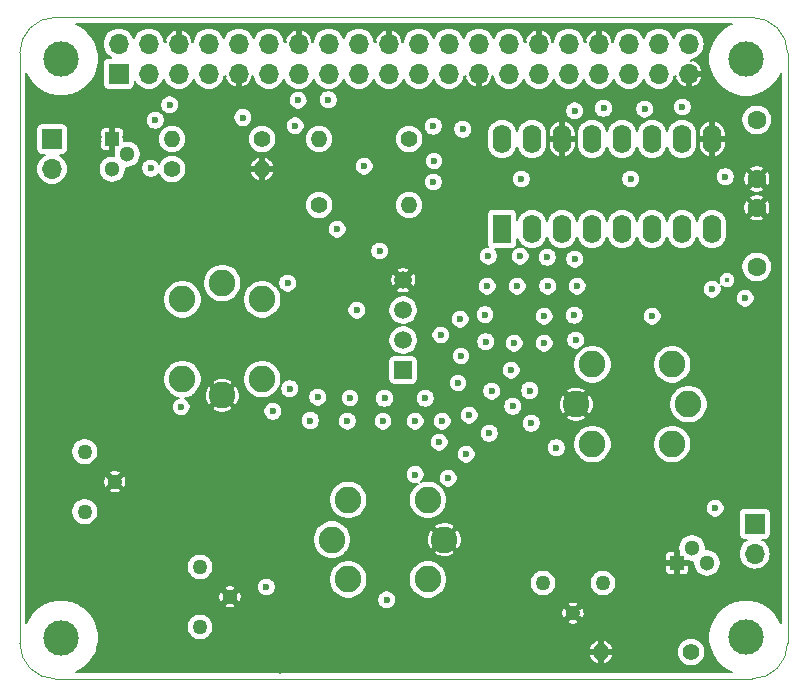
<source format=gbr>
%TF.GenerationSoftware,KiCad,Pcbnew,(5.1.0)-1*%
%TF.CreationDate,2021-12-23T09:16:39+02:00*%
%TF.ProjectId,RPI_HAT_sensors,5250495f-4841-4545-9f73-656e736f7273,rev?*%
%TF.SameCoordinates,Original*%
%TF.FileFunction,Copper,L3,Inr*%
%TF.FilePolarity,Positive*%
%FSLAX46Y46*%
G04 Gerber Fmt 4.6, Leading zero omitted, Abs format (unit mm)*
G04 Created by KiCad (PCBNEW (5.1.0)-1) date 2021-12-23 09:16:39*
%MOMM*%
%LPD*%
G04 APERTURE LIST*
%ADD10C,0.150000*%
%ADD11C,0.100000*%
%ADD12C,2.250000*%
%ADD13R,1.700000X1.700000*%
%ADD14O,1.700000X1.700000*%
%ADD15C,3.000000*%
%ADD16R,1.600000X2.400000*%
%ADD17O,1.600000X2.400000*%
%ADD18C,1.260000*%
%ADD19C,1.300000*%
%ADD20R,1.300000X1.300000*%
%ADD21O,1.400000X1.400000*%
%ADD22C,1.400000*%
%ADD23R,1.500000X1.500000*%
%ADD24C,1.500000*%
%ADD25C,1.600000*%
%ADD26C,0.600000*%
%ADD27C,0.400000*%
%ADD28C,0.200000*%
G04 APERTURE END LIST*
D10*
X102250666Y-113792000D02*
G75*
G03X102250666Y-113792000I-1666666J0D01*
G01*
X98084000Y-113792000D02*
X103084000Y-113792000D01*
X100584000Y-111292000D02*
X100584000Y-116292000D01*
X83454666Y-107188000D02*
G75*
G03X83454666Y-107188000I-1666666J0D01*
G01*
X79288000Y-107188000D02*
X84288000Y-107188000D01*
X81788000Y-104688000D02*
X81788000Y-109688000D01*
X83200666Y-78994000D02*
G75*
G03X83200666Y-78994000I-1666666J0D01*
G01*
X79034000Y-78994000D02*
X84034000Y-78994000D01*
X81534000Y-76494000D02*
X81534000Y-81494000D01*
D11*
X78546356Y-63817611D02*
X78546356Y-113817611D01*
X78546356Y-63817611D02*
G75*
G02X81546356Y-60817611I3000000J0D01*
G01*
X140546356Y-60817611D02*
X81546356Y-60817611D01*
X140546356Y-60817611D02*
G75*
G02X143546356Y-63817611I0J-3000000D01*
G01*
X143546356Y-113817611D02*
X143546356Y-63817611D01*
X81546356Y-116817611D02*
G75*
G02X78546356Y-113817611I0J3000000D01*
G01*
X81546356Y-116817611D02*
X140546356Y-116817611D01*
X143546351Y-113822847D02*
G75*
G02X140546356Y-116817611I-2999995J5236D01*
G01*
D12*
X113100500Y-108401500D03*
X106355500Y-108401500D03*
X104978000Y-105029000D03*
X106355500Y-101656500D03*
X113100500Y-101656500D03*
X114478000Y-105029000D03*
D13*
X86920000Y-65590000D03*
D14*
X86920000Y-63050000D03*
X89460000Y-65590000D03*
X89460000Y-63050000D03*
X92000000Y-65590000D03*
X92000000Y-63050000D03*
X94540000Y-65590000D03*
X94540000Y-63050000D03*
X97080000Y-65590000D03*
X97080000Y-63050000D03*
X99620000Y-65590000D03*
X99620000Y-63050000D03*
X102160000Y-65590000D03*
X102160000Y-63050000D03*
X104700000Y-65590000D03*
X104700000Y-63050000D03*
X107240000Y-65590000D03*
X107240000Y-63050000D03*
X109780000Y-65590000D03*
X109780000Y-63050000D03*
X112320000Y-65590000D03*
X112320000Y-63050000D03*
X114860000Y-65590000D03*
X114860000Y-63050000D03*
X117400000Y-65590000D03*
X117400000Y-63050000D03*
X119940000Y-65590000D03*
X119940000Y-63050000D03*
X122480000Y-65590000D03*
X122480000Y-63050000D03*
X125020000Y-65590000D03*
X125020000Y-63050000D03*
X127560000Y-65590000D03*
X127560000Y-63050000D03*
X130100000Y-65590000D03*
X130100000Y-63050000D03*
X132640000Y-65590000D03*
X132640000Y-63050000D03*
X135180000Y-65590000D03*
X135180000Y-63050000D03*
D15*
X82040000Y-64310000D03*
X140040000Y-64330000D03*
X82040000Y-113320000D03*
X140030000Y-113310000D03*
D12*
X92315000Y-91440000D03*
X92315000Y-84695000D03*
X95687500Y-83317500D03*
X99060000Y-84695000D03*
X99060000Y-91440000D03*
X95687500Y-92817500D03*
X125653600Y-93573600D03*
X127031100Y-96946100D03*
X133776100Y-96946100D03*
X135153600Y-93573600D03*
X133776100Y-90201100D03*
X127031100Y-90201100D03*
D16*
X119380000Y-78740000D03*
D17*
X137160000Y-71120000D03*
X121920000Y-78740000D03*
X134620000Y-71120000D03*
X124460000Y-78740000D03*
X132080000Y-71120000D03*
X127000000Y-78740000D03*
X129540000Y-71120000D03*
X129540000Y-78740000D03*
X127000000Y-71120000D03*
X132080000Y-78740000D03*
X124460000Y-71120000D03*
X134620000Y-78740000D03*
X121920000Y-71120000D03*
X137160000Y-78740000D03*
X119380000Y-71120000D03*
D18*
X84048600Y-102666800D03*
X86588600Y-100126800D03*
X84048600Y-97586800D03*
X93802200Y-107340400D03*
X96342200Y-109880400D03*
X93802200Y-112420400D03*
X122834400Y-108712000D03*
X125374400Y-111252000D03*
X127914400Y-108712000D03*
D13*
X81280000Y-71120000D03*
D14*
X81280000Y-73660000D03*
D19*
X87630000Y-72390000D03*
X86360000Y-73660000D03*
D20*
X86360000Y-71120000D03*
D21*
X91440000Y-71120000D03*
D22*
X99060000Y-71120000D03*
X91440000Y-73660000D03*
D21*
X99060000Y-73660000D03*
D22*
X111506000Y-71120000D03*
D21*
X103886000Y-71120000D03*
D23*
X110998000Y-90678000D03*
D24*
X110998000Y-88138000D03*
X110998000Y-85598000D03*
X110998000Y-83058000D03*
D25*
X140944600Y-69494400D03*
X140944600Y-74494400D03*
X140944600Y-76940400D03*
X140944600Y-81940400D03*
D13*
X140766800Y-103682800D03*
D14*
X140766800Y-106222800D03*
D19*
X135458200Y-105740200D03*
X136728200Y-107010200D03*
D20*
X134188200Y-107010200D03*
D22*
X103886000Y-76708000D03*
D21*
X111506000Y-76708000D03*
X127762000Y-114554000D03*
D22*
X135382000Y-114554000D03*
D26*
X123215400Y-81127600D03*
X123240800Y-83566000D03*
X115900200Y-89484200D03*
X118491000Y-92456000D03*
X114300000Y-94996000D03*
X122936000Y-88392000D03*
X127965200Y-68503800D03*
X131445000Y-68580000D03*
X113614200Y-72974200D03*
X107086400Y-85598000D03*
X109601000Y-110134400D03*
X114808000Y-99822000D03*
X121843800Y-95173800D03*
X109016800Y-80594200D03*
X138277600Y-74295000D03*
X134645400Y-68402200D03*
X125526800Y-68732400D03*
X116052600Y-70281800D03*
X89636600Y-73583800D03*
X92202000Y-93802200D03*
X99415600Y-109042200D03*
X123977400Y-97256600D03*
X121005600Y-74498200D03*
X102108000Y-67818000D03*
X97434400Y-69291200D03*
X90017600Y-69519800D03*
X114198400Y-87706200D03*
X120396000Y-88392000D03*
X120650000Y-83566000D03*
X117983000Y-88265000D03*
X115646200Y-91770200D03*
X122936000Y-86106000D03*
X118287800Y-96037400D03*
X116332000Y-97790000D03*
X125603000Y-88138000D03*
X101219000Y-83312000D03*
X101854000Y-70002400D03*
X113563400Y-70027800D03*
X118110000Y-83566000D03*
X113563400Y-74752200D03*
X91236800Y-68224400D03*
X101396800Y-92252800D03*
X103759000Y-92964000D03*
X106502200Y-93040200D03*
X109423200Y-93065600D03*
X112877600Y-93065600D03*
X112014000Y-94996000D03*
X109296200Y-94996000D03*
X106273600Y-94996000D03*
X103149400Y-94945200D03*
X99974400Y-94157800D03*
X114046000Y-96774000D03*
X112014000Y-99517200D03*
X121716800Y-92405200D03*
X120269000Y-93751400D03*
X130276600Y-74498200D03*
X125526800Y-81280000D03*
X120904000Y-81026000D03*
X118211600Y-81026000D03*
X125501400Y-86044010D03*
X107696000Y-73406000D03*
X105410000Y-78740000D03*
X137160000Y-83820000D03*
X137414000Y-102362000D03*
X125730000Y-83566000D03*
X139954000Y-84582000D03*
X104673594Y-67792406D03*
X116586000Y-94488000D03*
X120142000Y-90678000D03*
X115824000Y-86360000D03*
X132080000Y-86106000D03*
X120396000Y-86106000D03*
X117932200Y-85979000D03*
D27*
X138430000Y-83058000D03*
D28*
G36*
X138524232Y-61494197D02*
G01*
X138000119Y-61844398D01*
X137554398Y-62290119D01*
X137204197Y-62814232D01*
X136962975Y-63396595D01*
X136840000Y-64014828D01*
X136840000Y-64645172D01*
X136962975Y-65263405D01*
X137204197Y-65845768D01*
X137554398Y-66369881D01*
X138000119Y-66815602D01*
X138524232Y-67165803D01*
X139106595Y-67407025D01*
X139724828Y-67530000D01*
X140355172Y-67530000D01*
X140973405Y-67407025D01*
X141555768Y-67165803D01*
X142079881Y-66815602D01*
X142525602Y-66369881D01*
X142875803Y-65845768D01*
X142996357Y-65554724D01*
X142996356Y-112109416D01*
X142865803Y-111794232D01*
X142515602Y-111270119D01*
X142069881Y-110824398D01*
X141545768Y-110474197D01*
X140963405Y-110232975D01*
X140345172Y-110110000D01*
X139714828Y-110110000D01*
X139096595Y-110232975D01*
X138514232Y-110474197D01*
X137990119Y-110824398D01*
X137544398Y-111270119D01*
X137194197Y-111794232D01*
X136952975Y-112376595D01*
X136830000Y-112994828D01*
X136830000Y-113625172D01*
X136952975Y-114243405D01*
X137194197Y-114825768D01*
X137544398Y-115349881D01*
X137990119Y-115795602D01*
X138514232Y-116145803D01*
X138808303Y-116267611D01*
X83285839Y-116267611D01*
X83555768Y-116155803D01*
X84079881Y-115805602D01*
X84525602Y-115359881D01*
X84853876Y-114868584D01*
X126760233Y-114868584D01*
X126831192Y-115039917D01*
X126943875Y-115212172D01*
X127087998Y-115359134D01*
X127258023Y-115475155D01*
X127447415Y-115555776D01*
X127608000Y-115505154D01*
X127608000Y-114708000D01*
X127916000Y-114708000D01*
X127916000Y-115505154D01*
X128076585Y-115555776D01*
X128265977Y-115475155D01*
X128436002Y-115359134D01*
X128580125Y-115212172D01*
X128692808Y-115039917D01*
X128763767Y-114868584D01*
X128712100Y-114708000D01*
X127916000Y-114708000D01*
X127608000Y-114708000D01*
X126811900Y-114708000D01*
X126760233Y-114868584D01*
X84853876Y-114868584D01*
X84875803Y-114835768D01*
X85041470Y-114435810D01*
X134182000Y-114435810D01*
X134182000Y-114672190D01*
X134228116Y-114904027D01*
X134318574Y-115122413D01*
X134449899Y-115318955D01*
X134617045Y-115486101D01*
X134813587Y-115617426D01*
X135031973Y-115707884D01*
X135263810Y-115754000D01*
X135500190Y-115754000D01*
X135732027Y-115707884D01*
X135950413Y-115617426D01*
X136146955Y-115486101D01*
X136314101Y-115318955D01*
X136445426Y-115122413D01*
X136535884Y-114904027D01*
X136582000Y-114672190D01*
X136582000Y-114435810D01*
X136535884Y-114203973D01*
X136445426Y-113985587D01*
X136314101Y-113789045D01*
X136146955Y-113621899D01*
X135950413Y-113490574D01*
X135732027Y-113400116D01*
X135500190Y-113354000D01*
X135263810Y-113354000D01*
X135031973Y-113400116D01*
X134813587Y-113490574D01*
X134617045Y-113621899D01*
X134449899Y-113789045D01*
X134318574Y-113985587D01*
X134228116Y-114203973D01*
X134182000Y-114435810D01*
X85041470Y-114435810D01*
X85117025Y-114253405D01*
X85119807Y-114239416D01*
X126760233Y-114239416D01*
X126811900Y-114400000D01*
X127608000Y-114400000D01*
X127608000Y-113602846D01*
X127916000Y-113602846D01*
X127916000Y-114400000D01*
X128712100Y-114400000D01*
X128763767Y-114239416D01*
X128692808Y-114068083D01*
X128580125Y-113895828D01*
X128436002Y-113748866D01*
X128265977Y-113632845D01*
X128076585Y-113552224D01*
X127916000Y-113602846D01*
X127608000Y-113602846D01*
X127447415Y-113552224D01*
X127258023Y-113632845D01*
X127087998Y-113748866D01*
X126943875Y-113895828D01*
X126831192Y-114068083D01*
X126760233Y-114239416D01*
X85119807Y-114239416D01*
X85240000Y-113635172D01*
X85240000Y-113004828D01*
X85117025Y-112386595D01*
X85084928Y-112309105D01*
X92672200Y-112309105D01*
X92672200Y-112531695D01*
X92715625Y-112750009D01*
X92800807Y-112955656D01*
X92924471Y-113140733D01*
X93081867Y-113298129D01*
X93266944Y-113421793D01*
X93472591Y-113506975D01*
X93690905Y-113550400D01*
X93913495Y-113550400D01*
X94131809Y-113506975D01*
X94337456Y-113421793D01*
X94522533Y-113298129D01*
X94679929Y-113140733D01*
X94803593Y-112955656D01*
X94888775Y-112750009D01*
X94932200Y-112531695D01*
X94932200Y-112309105D01*
X94888775Y-112090791D01*
X94845338Y-111985925D01*
X124858264Y-111985925D01*
X124927294Y-112129389D01*
X125107055Y-112199757D01*
X125297090Y-112233703D01*
X125490096Y-112229922D01*
X125678656Y-112188561D01*
X125821506Y-112129389D01*
X125890536Y-111985925D01*
X125374400Y-111469789D01*
X124858264Y-111985925D01*
X94845338Y-111985925D01*
X94803593Y-111885144D01*
X94679929Y-111700067D01*
X94522533Y-111542671D01*
X94337456Y-111419007D01*
X94131809Y-111333825D01*
X93913495Y-111290400D01*
X93690905Y-111290400D01*
X93472591Y-111333825D01*
X93266944Y-111419007D01*
X93081867Y-111542671D01*
X92924471Y-111700067D01*
X92800807Y-111885144D01*
X92715625Y-112090791D01*
X92672200Y-112309105D01*
X85084928Y-112309105D01*
X84875803Y-111804232D01*
X84525602Y-111280119D01*
X84420173Y-111174690D01*
X124392697Y-111174690D01*
X124396478Y-111367696D01*
X124437839Y-111556256D01*
X124497011Y-111699106D01*
X124640475Y-111768136D01*
X125156611Y-111252000D01*
X125592189Y-111252000D01*
X126108325Y-111768136D01*
X126251789Y-111699106D01*
X126322157Y-111519345D01*
X126356103Y-111329310D01*
X126352322Y-111136304D01*
X126310961Y-110947744D01*
X126251789Y-110804894D01*
X126108325Y-110735864D01*
X125592189Y-111252000D01*
X125156611Y-111252000D01*
X124640475Y-110735864D01*
X124497011Y-110804894D01*
X124426643Y-110984655D01*
X124392697Y-111174690D01*
X84420173Y-111174690D01*
X84079881Y-110834398D01*
X83750519Y-110614325D01*
X95826064Y-110614325D01*
X95895094Y-110757789D01*
X96074855Y-110828157D01*
X96264890Y-110862103D01*
X96457896Y-110858322D01*
X96646456Y-110816961D01*
X96789306Y-110757789D01*
X96858336Y-110614325D01*
X96342200Y-110098189D01*
X95826064Y-110614325D01*
X83750519Y-110614325D01*
X83555768Y-110484197D01*
X82973405Y-110242975D01*
X82355172Y-110120000D01*
X81724828Y-110120000D01*
X81106595Y-110242975D01*
X80524232Y-110484197D01*
X80000119Y-110834398D01*
X79554398Y-111280119D01*
X79204197Y-111804232D01*
X79096356Y-112064584D01*
X79096356Y-109803090D01*
X95360497Y-109803090D01*
X95364278Y-109996096D01*
X95405639Y-110184656D01*
X95464811Y-110327506D01*
X95608275Y-110396536D01*
X96124411Y-109880400D01*
X96559989Y-109880400D01*
X97076125Y-110396536D01*
X97219589Y-110327506D01*
X97289957Y-110147745D01*
X97306415Y-110055607D01*
X108801000Y-110055607D01*
X108801000Y-110213193D01*
X108831743Y-110367751D01*
X108892049Y-110513342D01*
X108979599Y-110644370D01*
X109091030Y-110755801D01*
X109222058Y-110843351D01*
X109367649Y-110903657D01*
X109522207Y-110934400D01*
X109679793Y-110934400D01*
X109834351Y-110903657D01*
X109979942Y-110843351D01*
X110110970Y-110755801D01*
X110222401Y-110644370D01*
X110306788Y-110518075D01*
X124858264Y-110518075D01*
X125374400Y-111034211D01*
X125890536Y-110518075D01*
X125821506Y-110374611D01*
X125641745Y-110304243D01*
X125451710Y-110270297D01*
X125258704Y-110274078D01*
X125070144Y-110315439D01*
X124927294Y-110374611D01*
X124858264Y-110518075D01*
X110306788Y-110518075D01*
X110309951Y-110513342D01*
X110370257Y-110367751D01*
X110401000Y-110213193D01*
X110401000Y-110055607D01*
X110370257Y-109901049D01*
X110309951Y-109755458D01*
X110222401Y-109624430D01*
X110110970Y-109512999D01*
X109979942Y-109425449D01*
X109834351Y-109365143D01*
X109679793Y-109334400D01*
X109522207Y-109334400D01*
X109367649Y-109365143D01*
X109222058Y-109425449D01*
X109091030Y-109512999D01*
X108979599Y-109624430D01*
X108892049Y-109755458D01*
X108831743Y-109901049D01*
X108801000Y-110055607D01*
X97306415Y-110055607D01*
X97323903Y-109957710D01*
X97320122Y-109764704D01*
X97278761Y-109576144D01*
X97219589Y-109433294D01*
X97076125Y-109364264D01*
X96559989Y-109880400D01*
X96124411Y-109880400D01*
X95608275Y-109364264D01*
X95464811Y-109433294D01*
X95394443Y-109613055D01*
X95360497Y-109803090D01*
X79096356Y-109803090D01*
X79096356Y-109146475D01*
X95826064Y-109146475D01*
X96342200Y-109662611D01*
X96858336Y-109146475D01*
X96789306Y-109003011D01*
X96688135Y-108963407D01*
X98615600Y-108963407D01*
X98615600Y-109120993D01*
X98646343Y-109275551D01*
X98706649Y-109421142D01*
X98794199Y-109552170D01*
X98905630Y-109663601D01*
X99036658Y-109751151D01*
X99182249Y-109811457D01*
X99336807Y-109842200D01*
X99494393Y-109842200D01*
X99648951Y-109811457D01*
X99794542Y-109751151D01*
X99925570Y-109663601D01*
X100037001Y-109552170D01*
X100124551Y-109421142D01*
X100184857Y-109275551D01*
X100215600Y-109120993D01*
X100215600Y-108963407D01*
X100184857Y-108808849D01*
X100124551Y-108663258D01*
X100037001Y-108532230D01*
X99925570Y-108420799D01*
X99794542Y-108333249D01*
X99648951Y-108272943D01*
X99494393Y-108242200D01*
X99336807Y-108242200D01*
X99182249Y-108272943D01*
X99036658Y-108333249D01*
X98905630Y-108420799D01*
X98794199Y-108532230D01*
X98706649Y-108663258D01*
X98646343Y-108808849D01*
X98615600Y-108963407D01*
X96688135Y-108963407D01*
X96609545Y-108932643D01*
X96419510Y-108898697D01*
X96226504Y-108902478D01*
X96037944Y-108943839D01*
X95895094Y-109003011D01*
X95826064Y-109146475D01*
X79096356Y-109146475D01*
X79096356Y-107229105D01*
X92672200Y-107229105D01*
X92672200Y-107451695D01*
X92715625Y-107670009D01*
X92800807Y-107875656D01*
X92924471Y-108060733D01*
X93081867Y-108218129D01*
X93266944Y-108341793D01*
X93472591Y-108426975D01*
X93690905Y-108470400D01*
X93913495Y-108470400D01*
X94131809Y-108426975D01*
X94337456Y-108341793D01*
X94487629Y-108241451D01*
X104730500Y-108241451D01*
X104730500Y-108561549D01*
X104792948Y-108875495D01*
X104915443Y-109171226D01*
X105093280Y-109437377D01*
X105319623Y-109663720D01*
X105585774Y-109841557D01*
X105881505Y-109964052D01*
X106195451Y-110026500D01*
X106515549Y-110026500D01*
X106829495Y-109964052D01*
X107125226Y-109841557D01*
X107391377Y-109663720D01*
X107617720Y-109437377D01*
X107795557Y-109171226D01*
X107918052Y-108875495D01*
X107980500Y-108561549D01*
X107980500Y-108241451D01*
X111475500Y-108241451D01*
X111475500Y-108561549D01*
X111537948Y-108875495D01*
X111660443Y-109171226D01*
X111838280Y-109437377D01*
X112064623Y-109663720D01*
X112330774Y-109841557D01*
X112626505Y-109964052D01*
X112940451Y-110026500D01*
X113260549Y-110026500D01*
X113574495Y-109964052D01*
X113870226Y-109841557D01*
X114136377Y-109663720D01*
X114362720Y-109437377D01*
X114540557Y-109171226D01*
X114663052Y-108875495D01*
X114717711Y-108600705D01*
X121704400Y-108600705D01*
X121704400Y-108823295D01*
X121747825Y-109041609D01*
X121833007Y-109247256D01*
X121956671Y-109432333D01*
X122114067Y-109589729D01*
X122299144Y-109713393D01*
X122504791Y-109798575D01*
X122723105Y-109842000D01*
X122945695Y-109842000D01*
X123164009Y-109798575D01*
X123369656Y-109713393D01*
X123554733Y-109589729D01*
X123712129Y-109432333D01*
X123835793Y-109247256D01*
X123920975Y-109041609D01*
X123964400Y-108823295D01*
X123964400Y-108600705D01*
X126784400Y-108600705D01*
X126784400Y-108823295D01*
X126827825Y-109041609D01*
X126913007Y-109247256D01*
X127036671Y-109432333D01*
X127194067Y-109589729D01*
X127379144Y-109713393D01*
X127584791Y-109798575D01*
X127803105Y-109842000D01*
X128025695Y-109842000D01*
X128244009Y-109798575D01*
X128449656Y-109713393D01*
X128634733Y-109589729D01*
X128792129Y-109432333D01*
X128915793Y-109247256D01*
X129000975Y-109041609D01*
X129044400Y-108823295D01*
X129044400Y-108600705D01*
X129000975Y-108382391D01*
X128915793Y-108176744D01*
X128792129Y-107991667D01*
X128634733Y-107834271D01*
X128449656Y-107710607D01*
X128327964Y-107660200D01*
X133186506Y-107660200D01*
X133193264Y-107728812D01*
X133213277Y-107794787D01*
X133245777Y-107855591D01*
X133289515Y-107908885D01*
X133342809Y-107952623D01*
X133403613Y-107985123D01*
X133469588Y-108005136D01*
X133538200Y-108011894D01*
X133946700Y-108010200D01*
X134034200Y-107922700D01*
X134034200Y-107164200D01*
X134342200Y-107164200D01*
X134342200Y-107922700D01*
X134429700Y-108010200D01*
X134838200Y-108011894D01*
X134906812Y-108005136D01*
X134972787Y-107985123D01*
X135033591Y-107952623D01*
X135086885Y-107908885D01*
X135130623Y-107855591D01*
X135163123Y-107794787D01*
X135183136Y-107728812D01*
X135189894Y-107660200D01*
X135188200Y-107251700D01*
X135100700Y-107164200D01*
X134342200Y-107164200D01*
X134034200Y-107164200D01*
X133275700Y-107164200D01*
X133188200Y-107251700D01*
X133186506Y-107660200D01*
X128327964Y-107660200D01*
X128244009Y-107625425D01*
X128025695Y-107582000D01*
X127803105Y-107582000D01*
X127584791Y-107625425D01*
X127379144Y-107710607D01*
X127194067Y-107834271D01*
X127036671Y-107991667D01*
X126913007Y-108176744D01*
X126827825Y-108382391D01*
X126784400Y-108600705D01*
X123964400Y-108600705D01*
X123920975Y-108382391D01*
X123835793Y-108176744D01*
X123712129Y-107991667D01*
X123554733Y-107834271D01*
X123369656Y-107710607D01*
X123164009Y-107625425D01*
X122945695Y-107582000D01*
X122723105Y-107582000D01*
X122504791Y-107625425D01*
X122299144Y-107710607D01*
X122114067Y-107834271D01*
X121956671Y-107991667D01*
X121833007Y-108176744D01*
X121747825Y-108382391D01*
X121704400Y-108600705D01*
X114717711Y-108600705D01*
X114725500Y-108561549D01*
X114725500Y-108241451D01*
X114663052Y-107927505D01*
X114540557Y-107631774D01*
X114362720Y-107365623D01*
X114136377Y-107139280D01*
X113870226Y-106961443D01*
X113574495Y-106838948D01*
X113260549Y-106776500D01*
X112940451Y-106776500D01*
X112626505Y-106838948D01*
X112330774Y-106961443D01*
X112064623Y-107139280D01*
X111838280Y-107365623D01*
X111660443Y-107631774D01*
X111537948Y-107927505D01*
X111475500Y-108241451D01*
X107980500Y-108241451D01*
X107918052Y-107927505D01*
X107795557Y-107631774D01*
X107617720Y-107365623D01*
X107391377Y-107139280D01*
X107125226Y-106961443D01*
X106829495Y-106838948D01*
X106515549Y-106776500D01*
X106195451Y-106776500D01*
X105881505Y-106838948D01*
X105585774Y-106961443D01*
X105319623Y-107139280D01*
X105093280Y-107365623D01*
X104915443Y-107631774D01*
X104792948Y-107927505D01*
X104730500Y-108241451D01*
X94487629Y-108241451D01*
X94522533Y-108218129D01*
X94679929Y-108060733D01*
X94803593Y-107875656D01*
X94888775Y-107670009D01*
X94932200Y-107451695D01*
X94932200Y-107229105D01*
X94888775Y-107010791D01*
X94803593Y-106805144D01*
X94679929Y-106620067D01*
X94522533Y-106462671D01*
X94337456Y-106339007D01*
X94131809Y-106253825D01*
X93913495Y-106210400D01*
X93690905Y-106210400D01*
X93472591Y-106253825D01*
X93266944Y-106339007D01*
X93081867Y-106462671D01*
X92924471Y-106620067D01*
X92800807Y-106805144D01*
X92715625Y-107010791D01*
X92672200Y-107229105D01*
X79096356Y-107229105D01*
X79096356Y-104868951D01*
X103353000Y-104868951D01*
X103353000Y-105189049D01*
X103415448Y-105502995D01*
X103537943Y-105798726D01*
X103715780Y-106064877D01*
X103942123Y-106291220D01*
X104208274Y-106469057D01*
X104504005Y-106591552D01*
X104817951Y-106654000D01*
X105138049Y-106654000D01*
X105451995Y-106591552D01*
X105747726Y-106469057D01*
X106013877Y-106291220D01*
X106187076Y-106118021D01*
X113606768Y-106118021D01*
X113736125Y-106312103D01*
X114000701Y-106432181D01*
X114283619Y-106498335D01*
X114574007Y-106508025D01*
X114860706Y-106460876D01*
X115128704Y-106360200D01*
X133186506Y-106360200D01*
X133188200Y-106768700D01*
X133275700Y-106856200D01*
X134034200Y-106856200D01*
X134034200Y-106097700D01*
X133946700Y-106010200D01*
X133538200Y-106008506D01*
X133469588Y-106015264D01*
X133403613Y-106035277D01*
X133342809Y-106067777D01*
X133289515Y-106111515D01*
X133245777Y-106164809D01*
X133213277Y-106225613D01*
X133193264Y-106291588D01*
X133186506Y-106360200D01*
X115128704Y-106360200D01*
X115132697Y-106358700D01*
X115219875Y-106312103D01*
X115349232Y-106118021D01*
X114478000Y-105246789D01*
X113606768Y-106118021D01*
X106187076Y-106118021D01*
X106240220Y-106064877D01*
X106418057Y-105798726D01*
X106540552Y-105502995D01*
X106603000Y-105189049D01*
X106603000Y-105125007D01*
X112998975Y-105125007D01*
X113046124Y-105411706D01*
X113148300Y-105683697D01*
X113194897Y-105770875D01*
X113388979Y-105900232D01*
X114260211Y-105029000D01*
X114695789Y-105029000D01*
X115567021Y-105900232D01*
X115761103Y-105770875D01*
X115826430Y-105626935D01*
X134308200Y-105626935D01*
X134308200Y-105853465D01*
X134352394Y-106075643D01*
X134355869Y-106084031D01*
X134342200Y-106097700D01*
X134342200Y-106856200D01*
X135100700Y-106856200D01*
X135114369Y-106842531D01*
X135122757Y-106846006D01*
X135344935Y-106890200D01*
X135571465Y-106890200D01*
X135579872Y-106888528D01*
X135578200Y-106896935D01*
X135578200Y-107123465D01*
X135622394Y-107345643D01*
X135709084Y-107554929D01*
X135834937Y-107743282D01*
X135995118Y-107903463D01*
X136183471Y-108029316D01*
X136392757Y-108116006D01*
X136614935Y-108160200D01*
X136841465Y-108160200D01*
X137063643Y-108116006D01*
X137272929Y-108029316D01*
X137461282Y-107903463D01*
X137621463Y-107743282D01*
X137747316Y-107554929D01*
X137834006Y-107345643D01*
X137878200Y-107123465D01*
X137878200Y-106896935D01*
X137834006Y-106674757D01*
X137747316Y-106465471D01*
X137621463Y-106277118D01*
X137567145Y-106222800D01*
X139410268Y-106222800D01*
X139436333Y-106487446D01*
X139513528Y-106741922D01*
X139638885Y-106976449D01*
X139807587Y-107182013D01*
X140013151Y-107350715D01*
X140247678Y-107476072D01*
X140502154Y-107553267D01*
X140700479Y-107572800D01*
X140833121Y-107572800D01*
X141031446Y-107553267D01*
X141285922Y-107476072D01*
X141520449Y-107350715D01*
X141726013Y-107182013D01*
X141894715Y-106976449D01*
X142020072Y-106741922D01*
X142097267Y-106487446D01*
X142123332Y-106222800D01*
X142097267Y-105958154D01*
X142020072Y-105703678D01*
X141894715Y-105469151D01*
X141726013Y-105263587D01*
X141520449Y-105094885D01*
X141408822Y-105035219D01*
X141616800Y-105035219D01*
X141714817Y-105025565D01*
X141809067Y-104996975D01*
X141895929Y-104950546D01*
X141972064Y-104888064D01*
X142034546Y-104811929D01*
X142080975Y-104725067D01*
X142109565Y-104630817D01*
X142119219Y-104532800D01*
X142119219Y-102832800D01*
X142109565Y-102734783D01*
X142080975Y-102640533D01*
X142034546Y-102553671D01*
X141972064Y-102477536D01*
X141895929Y-102415054D01*
X141809067Y-102368625D01*
X141714817Y-102340035D01*
X141616800Y-102330381D01*
X139916800Y-102330381D01*
X139818783Y-102340035D01*
X139724533Y-102368625D01*
X139637671Y-102415054D01*
X139561536Y-102477536D01*
X139499054Y-102553671D01*
X139452625Y-102640533D01*
X139424035Y-102734783D01*
X139414381Y-102832800D01*
X139414381Y-104532800D01*
X139424035Y-104630817D01*
X139452625Y-104725067D01*
X139499054Y-104811929D01*
X139561536Y-104888064D01*
X139637671Y-104950546D01*
X139724533Y-104996975D01*
X139818783Y-105025565D01*
X139916800Y-105035219D01*
X140124778Y-105035219D01*
X140013151Y-105094885D01*
X139807587Y-105263587D01*
X139638885Y-105469151D01*
X139513528Y-105703678D01*
X139436333Y-105958154D01*
X139410268Y-106222800D01*
X137567145Y-106222800D01*
X137461282Y-106116937D01*
X137272929Y-105991084D01*
X137063643Y-105904394D01*
X136841465Y-105860200D01*
X136614935Y-105860200D01*
X136606528Y-105861872D01*
X136608200Y-105853465D01*
X136608200Y-105626935D01*
X136564006Y-105404757D01*
X136477316Y-105195471D01*
X136351463Y-105007118D01*
X136191282Y-104846937D01*
X136002929Y-104721084D01*
X135793643Y-104634394D01*
X135571465Y-104590200D01*
X135344935Y-104590200D01*
X135122757Y-104634394D01*
X134913471Y-104721084D01*
X134725118Y-104846937D01*
X134564937Y-105007118D01*
X134439084Y-105195471D01*
X134352394Y-105404757D01*
X134308200Y-105626935D01*
X115826430Y-105626935D01*
X115881181Y-105506299D01*
X115947335Y-105223381D01*
X115957025Y-104932993D01*
X115909876Y-104646294D01*
X115807700Y-104374303D01*
X115761103Y-104287125D01*
X115567021Y-104157768D01*
X114695789Y-105029000D01*
X114260211Y-105029000D01*
X113388979Y-104157768D01*
X113194897Y-104287125D01*
X113074819Y-104551701D01*
X113008665Y-104834619D01*
X112998975Y-105125007D01*
X106603000Y-105125007D01*
X106603000Y-104868951D01*
X106540552Y-104555005D01*
X106418057Y-104259274D01*
X106240220Y-103993123D01*
X106187076Y-103939979D01*
X113606768Y-103939979D01*
X114478000Y-104811211D01*
X115349232Y-103939979D01*
X115219875Y-103745897D01*
X114955299Y-103625819D01*
X114672381Y-103559665D01*
X114381993Y-103549975D01*
X114095294Y-103597124D01*
X113823303Y-103699300D01*
X113736125Y-103745897D01*
X113606768Y-103939979D01*
X106187076Y-103939979D01*
X106013877Y-103766780D01*
X105747726Y-103588943D01*
X105451995Y-103466448D01*
X105138049Y-103404000D01*
X104817951Y-103404000D01*
X104504005Y-103466448D01*
X104208274Y-103588943D01*
X103942123Y-103766780D01*
X103715780Y-103993123D01*
X103537943Y-104259274D01*
X103415448Y-104555005D01*
X103353000Y-104868951D01*
X79096356Y-104868951D01*
X79096356Y-102555505D01*
X82918600Y-102555505D01*
X82918600Y-102778095D01*
X82962025Y-102996409D01*
X83047207Y-103202056D01*
X83170871Y-103387133D01*
X83328267Y-103544529D01*
X83513344Y-103668193D01*
X83718991Y-103753375D01*
X83937305Y-103796800D01*
X84159895Y-103796800D01*
X84378209Y-103753375D01*
X84583856Y-103668193D01*
X84768933Y-103544529D01*
X84926329Y-103387133D01*
X85049993Y-103202056D01*
X85135175Y-102996409D01*
X85178600Y-102778095D01*
X85178600Y-102555505D01*
X85135175Y-102337191D01*
X85049993Y-102131544D01*
X84926329Y-101946467D01*
X84768933Y-101789071D01*
X84583856Y-101665407D01*
X84378209Y-101580225D01*
X84159895Y-101536800D01*
X83937305Y-101536800D01*
X83718991Y-101580225D01*
X83513344Y-101665407D01*
X83328267Y-101789071D01*
X83170871Y-101946467D01*
X83047207Y-102131544D01*
X82962025Y-102337191D01*
X82918600Y-102555505D01*
X79096356Y-102555505D01*
X79096356Y-101496451D01*
X104730500Y-101496451D01*
X104730500Y-101816549D01*
X104792948Y-102130495D01*
X104915443Y-102426226D01*
X105093280Y-102692377D01*
X105319623Y-102918720D01*
X105585774Y-103096557D01*
X105881505Y-103219052D01*
X106195451Y-103281500D01*
X106515549Y-103281500D01*
X106829495Y-103219052D01*
X107125226Y-103096557D01*
X107391377Y-102918720D01*
X107617720Y-102692377D01*
X107795557Y-102426226D01*
X107918052Y-102130495D01*
X107980500Y-101816549D01*
X107980500Y-101496451D01*
X107918052Y-101182505D01*
X107795557Y-100886774D01*
X107617720Y-100620623D01*
X107391377Y-100394280D01*
X107125226Y-100216443D01*
X106829495Y-100093948D01*
X106515549Y-100031500D01*
X106195451Y-100031500D01*
X105881505Y-100093948D01*
X105585774Y-100216443D01*
X105319623Y-100394280D01*
X105093280Y-100620623D01*
X104915443Y-100886774D01*
X104792948Y-101182505D01*
X104730500Y-101496451D01*
X79096356Y-101496451D01*
X79096356Y-100860725D01*
X86072464Y-100860725D01*
X86141494Y-101004189D01*
X86321255Y-101074557D01*
X86511290Y-101108503D01*
X86704296Y-101104722D01*
X86892856Y-101063361D01*
X87035706Y-101004189D01*
X87104736Y-100860725D01*
X86588600Y-100344589D01*
X86072464Y-100860725D01*
X79096356Y-100860725D01*
X79096356Y-100049490D01*
X85606897Y-100049490D01*
X85610678Y-100242496D01*
X85652039Y-100431056D01*
X85711211Y-100573906D01*
X85854675Y-100642936D01*
X86370811Y-100126800D01*
X86806389Y-100126800D01*
X87322525Y-100642936D01*
X87465989Y-100573906D01*
X87536357Y-100394145D01*
X87570303Y-100204110D01*
X87566522Y-100011104D01*
X87525161Y-99822544D01*
X87465989Y-99679694D01*
X87322525Y-99610664D01*
X86806389Y-100126800D01*
X86370811Y-100126800D01*
X85854675Y-99610664D01*
X85711211Y-99679694D01*
X85640843Y-99859455D01*
X85606897Y-100049490D01*
X79096356Y-100049490D01*
X79096356Y-99392875D01*
X86072464Y-99392875D01*
X86588600Y-99909011D01*
X87059204Y-99438407D01*
X111214000Y-99438407D01*
X111214000Y-99595993D01*
X111244743Y-99750551D01*
X111305049Y-99896142D01*
X111392599Y-100027170D01*
X111504030Y-100138601D01*
X111635058Y-100226151D01*
X111780649Y-100286457D01*
X111935207Y-100317200D01*
X112092793Y-100317200D01*
X112216937Y-100292507D01*
X112064623Y-100394280D01*
X111838280Y-100620623D01*
X111660443Y-100886774D01*
X111537948Y-101182505D01*
X111475500Y-101496451D01*
X111475500Y-101816549D01*
X111537948Y-102130495D01*
X111660443Y-102426226D01*
X111838280Y-102692377D01*
X112064623Y-102918720D01*
X112330774Y-103096557D01*
X112626505Y-103219052D01*
X112940451Y-103281500D01*
X113260549Y-103281500D01*
X113574495Y-103219052D01*
X113870226Y-103096557D01*
X114136377Y-102918720D01*
X114362720Y-102692377D01*
X114540557Y-102426226D01*
X114599797Y-102283207D01*
X136614000Y-102283207D01*
X136614000Y-102440793D01*
X136644743Y-102595351D01*
X136705049Y-102740942D01*
X136792599Y-102871970D01*
X136904030Y-102983401D01*
X137035058Y-103070951D01*
X137180649Y-103131257D01*
X137335207Y-103162000D01*
X137492793Y-103162000D01*
X137647351Y-103131257D01*
X137792942Y-103070951D01*
X137923970Y-102983401D01*
X138035401Y-102871970D01*
X138122951Y-102740942D01*
X138183257Y-102595351D01*
X138214000Y-102440793D01*
X138214000Y-102283207D01*
X138183257Y-102128649D01*
X138122951Y-101983058D01*
X138035401Y-101852030D01*
X137923970Y-101740599D01*
X137792942Y-101653049D01*
X137647351Y-101592743D01*
X137492793Y-101562000D01*
X137335207Y-101562000D01*
X137180649Y-101592743D01*
X137035058Y-101653049D01*
X136904030Y-101740599D01*
X136792599Y-101852030D01*
X136705049Y-101983058D01*
X136644743Y-102128649D01*
X136614000Y-102283207D01*
X114599797Y-102283207D01*
X114663052Y-102130495D01*
X114725500Y-101816549D01*
X114725500Y-101496451D01*
X114663052Y-101182505D01*
X114540557Y-100886774D01*
X114362720Y-100620623D01*
X114136377Y-100394280D01*
X113870226Y-100216443D01*
X113574495Y-100093948D01*
X113260549Y-100031500D01*
X112940451Y-100031500D01*
X112626505Y-100093948D01*
X112527695Y-100134876D01*
X112635401Y-100027170D01*
X112722951Y-99896142D01*
X112783257Y-99750551D01*
X112784717Y-99743207D01*
X114008000Y-99743207D01*
X114008000Y-99900793D01*
X114038743Y-100055351D01*
X114099049Y-100200942D01*
X114186599Y-100331970D01*
X114298030Y-100443401D01*
X114429058Y-100530951D01*
X114574649Y-100591257D01*
X114729207Y-100622000D01*
X114886793Y-100622000D01*
X115041351Y-100591257D01*
X115186942Y-100530951D01*
X115317970Y-100443401D01*
X115429401Y-100331970D01*
X115516951Y-100200942D01*
X115577257Y-100055351D01*
X115608000Y-99900793D01*
X115608000Y-99743207D01*
X115577257Y-99588649D01*
X115516951Y-99443058D01*
X115429401Y-99312030D01*
X115317970Y-99200599D01*
X115186942Y-99113049D01*
X115041351Y-99052743D01*
X114886793Y-99022000D01*
X114729207Y-99022000D01*
X114574649Y-99052743D01*
X114429058Y-99113049D01*
X114298030Y-99200599D01*
X114186599Y-99312030D01*
X114099049Y-99443058D01*
X114038743Y-99588649D01*
X114008000Y-99743207D01*
X112784717Y-99743207D01*
X112814000Y-99595993D01*
X112814000Y-99438407D01*
X112783257Y-99283849D01*
X112722951Y-99138258D01*
X112635401Y-99007230D01*
X112523970Y-98895799D01*
X112392942Y-98808249D01*
X112247351Y-98747943D01*
X112092793Y-98717200D01*
X111935207Y-98717200D01*
X111780649Y-98747943D01*
X111635058Y-98808249D01*
X111504030Y-98895799D01*
X111392599Y-99007230D01*
X111305049Y-99138258D01*
X111244743Y-99283849D01*
X111214000Y-99438407D01*
X87059204Y-99438407D01*
X87104736Y-99392875D01*
X87035706Y-99249411D01*
X86855945Y-99179043D01*
X86665910Y-99145097D01*
X86472904Y-99148878D01*
X86284344Y-99190239D01*
X86141494Y-99249411D01*
X86072464Y-99392875D01*
X79096356Y-99392875D01*
X79096356Y-97475505D01*
X82918600Y-97475505D01*
X82918600Y-97698095D01*
X82962025Y-97916409D01*
X83047207Y-98122056D01*
X83170871Y-98307133D01*
X83328267Y-98464529D01*
X83513344Y-98588193D01*
X83718991Y-98673375D01*
X83937305Y-98716800D01*
X84159895Y-98716800D01*
X84378209Y-98673375D01*
X84583856Y-98588193D01*
X84768933Y-98464529D01*
X84926329Y-98307133D01*
X85049993Y-98122056D01*
X85135175Y-97916409D01*
X85175991Y-97711207D01*
X115532000Y-97711207D01*
X115532000Y-97868793D01*
X115562743Y-98023351D01*
X115623049Y-98168942D01*
X115710599Y-98299970D01*
X115822030Y-98411401D01*
X115953058Y-98498951D01*
X116098649Y-98559257D01*
X116253207Y-98590000D01*
X116410793Y-98590000D01*
X116565351Y-98559257D01*
X116710942Y-98498951D01*
X116841970Y-98411401D01*
X116953401Y-98299970D01*
X117040951Y-98168942D01*
X117101257Y-98023351D01*
X117132000Y-97868793D01*
X117132000Y-97711207D01*
X117101257Y-97556649D01*
X117040951Y-97411058D01*
X116953401Y-97280030D01*
X116851178Y-97177807D01*
X123177400Y-97177807D01*
X123177400Y-97335393D01*
X123208143Y-97489951D01*
X123268449Y-97635542D01*
X123355999Y-97766570D01*
X123467430Y-97878001D01*
X123598458Y-97965551D01*
X123744049Y-98025857D01*
X123898607Y-98056600D01*
X124056193Y-98056600D01*
X124210751Y-98025857D01*
X124356342Y-97965551D01*
X124487370Y-97878001D01*
X124598801Y-97766570D01*
X124686351Y-97635542D01*
X124746657Y-97489951D01*
X124777400Y-97335393D01*
X124777400Y-97177807D01*
X124746657Y-97023249D01*
X124686351Y-96877658D01*
X124625142Y-96786051D01*
X125406100Y-96786051D01*
X125406100Y-97106149D01*
X125468548Y-97420095D01*
X125591043Y-97715826D01*
X125768880Y-97981977D01*
X125995223Y-98208320D01*
X126261374Y-98386157D01*
X126557105Y-98508652D01*
X126871051Y-98571100D01*
X127191149Y-98571100D01*
X127505095Y-98508652D01*
X127800826Y-98386157D01*
X128066977Y-98208320D01*
X128293320Y-97981977D01*
X128471157Y-97715826D01*
X128593652Y-97420095D01*
X128656100Y-97106149D01*
X128656100Y-96786051D01*
X132151100Y-96786051D01*
X132151100Y-97106149D01*
X132213548Y-97420095D01*
X132336043Y-97715826D01*
X132513880Y-97981977D01*
X132740223Y-98208320D01*
X133006374Y-98386157D01*
X133302105Y-98508652D01*
X133616051Y-98571100D01*
X133936149Y-98571100D01*
X134250095Y-98508652D01*
X134545826Y-98386157D01*
X134811977Y-98208320D01*
X135038320Y-97981977D01*
X135216157Y-97715826D01*
X135338652Y-97420095D01*
X135401100Y-97106149D01*
X135401100Y-96786051D01*
X135338652Y-96472105D01*
X135216157Y-96176374D01*
X135038320Y-95910223D01*
X134811977Y-95683880D01*
X134545826Y-95506043D01*
X134250095Y-95383548D01*
X133936149Y-95321100D01*
X133616051Y-95321100D01*
X133302105Y-95383548D01*
X133006374Y-95506043D01*
X132740223Y-95683880D01*
X132513880Y-95910223D01*
X132336043Y-96176374D01*
X132213548Y-96472105D01*
X132151100Y-96786051D01*
X128656100Y-96786051D01*
X128593652Y-96472105D01*
X128471157Y-96176374D01*
X128293320Y-95910223D01*
X128066977Y-95683880D01*
X127800826Y-95506043D01*
X127505095Y-95383548D01*
X127191149Y-95321100D01*
X126871051Y-95321100D01*
X126557105Y-95383548D01*
X126261374Y-95506043D01*
X125995223Y-95683880D01*
X125768880Y-95910223D01*
X125591043Y-96176374D01*
X125468548Y-96472105D01*
X125406100Y-96786051D01*
X124625142Y-96786051D01*
X124598801Y-96746630D01*
X124487370Y-96635199D01*
X124356342Y-96547649D01*
X124210751Y-96487343D01*
X124056193Y-96456600D01*
X123898607Y-96456600D01*
X123744049Y-96487343D01*
X123598458Y-96547649D01*
X123467430Y-96635199D01*
X123355999Y-96746630D01*
X123268449Y-96877658D01*
X123208143Y-97023249D01*
X123177400Y-97177807D01*
X116851178Y-97177807D01*
X116841970Y-97168599D01*
X116710942Y-97081049D01*
X116565351Y-97020743D01*
X116410793Y-96990000D01*
X116253207Y-96990000D01*
X116098649Y-97020743D01*
X115953058Y-97081049D01*
X115822030Y-97168599D01*
X115710599Y-97280030D01*
X115623049Y-97411058D01*
X115562743Y-97556649D01*
X115532000Y-97711207D01*
X85175991Y-97711207D01*
X85178600Y-97698095D01*
X85178600Y-97475505D01*
X85135175Y-97257191D01*
X85049993Y-97051544D01*
X84926329Y-96866467D01*
X84768933Y-96709071D01*
X84748184Y-96695207D01*
X113246000Y-96695207D01*
X113246000Y-96852793D01*
X113276743Y-97007351D01*
X113337049Y-97152942D01*
X113424599Y-97283970D01*
X113536030Y-97395401D01*
X113667058Y-97482951D01*
X113812649Y-97543257D01*
X113967207Y-97574000D01*
X114124793Y-97574000D01*
X114279351Y-97543257D01*
X114424942Y-97482951D01*
X114555970Y-97395401D01*
X114667401Y-97283970D01*
X114754951Y-97152942D01*
X114815257Y-97007351D01*
X114846000Y-96852793D01*
X114846000Y-96695207D01*
X114815257Y-96540649D01*
X114754951Y-96395058D01*
X114667401Y-96264030D01*
X114555970Y-96152599D01*
X114424942Y-96065049D01*
X114279351Y-96004743D01*
X114124793Y-95974000D01*
X113967207Y-95974000D01*
X113812649Y-96004743D01*
X113667058Y-96065049D01*
X113536030Y-96152599D01*
X113424599Y-96264030D01*
X113337049Y-96395058D01*
X113276743Y-96540649D01*
X113246000Y-96695207D01*
X84748184Y-96695207D01*
X84583856Y-96585407D01*
X84378209Y-96500225D01*
X84159895Y-96456800D01*
X83937305Y-96456800D01*
X83718991Y-96500225D01*
X83513344Y-96585407D01*
X83328267Y-96709071D01*
X83170871Y-96866467D01*
X83047207Y-97051544D01*
X82962025Y-97257191D01*
X82918600Y-97475505D01*
X79096356Y-97475505D01*
X79096356Y-95958607D01*
X117487800Y-95958607D01*
X117487800Y-96116193D01*
X117518543Y-96270751D01*
X117578849Y-96416342D01*
X117666399Y-96547370D01*
X117777830Y-96658801D01*
X117908858Y-96746351D01*
X118054449Y-96806657D01*
X118209007Y-96837400D01*
X118366593Y-96837400D01*
X118521151Y-96806657D01*
X118666742Y-96746351D01*
X118797770Y-96658801D01*
X118909201Y-96547370D01*
X118996751Y-96416342D01*
X119057057Y-96270751D01*
X119087800Y-96116193D01*
X119087800Y-95958607D01*
X119057057Y-95804049D01*
X118996751Y-95658458D01*
X118909201Y-95527430D01*
X118797770Y-95415999D01*
X118666742Y-95328449D01*
X118521151Y-95268143D01*
X118366593Y-95237400D01*
X118209007Y-95237400D01*
X118054449Y-95268143D01*
X117908858Y-95328449D01*
X117777830Y-95415999D01*
X117666399Y-95527430D01*
X117578849Y-95658458D01*
X117518543Y-95804049D01*
X117487800Y-95958607D01*
X79096356Y-95958607D01*
X79096356Y-91279951D01*
X90690000Y-91279951D01*
X90690000Y-91600049D01*
X90752448Y-91913995D01*
X90874943Y-92209726D01*
X91052780Y-92475877D01*
X91279123Y-92702220D01*
X91545274Y-92880057D01*
X91841005Y-93002552D01*
X91981220Y-93030443D01*
X91968649Y-93032943D01*
X91823058Y-93093249D01*
X91692030Y-93180799D01*
X91580599Y-93292230D01*
X91493049Y-93423258D01*
X91432743Y-93568849D01*
X91402000Y-93723407D01*
X91402000Y-93880993D01*
X91432743Y-94035551D01*
X91493049Y-94181142D01*
X91580599Y-94312170D01*
X91692030Y-94423601D01*
X91823058Y-94511151D01*
X91968649Y-94571457D01*
X92123207Y-94602200D01*
X92280793Y-94602200D01*
X92435351Y-94571457D01*
X92580942Y-94511151D01*
X92711970Y-94423601D01*
X92823401Y-94312170D01*
X92910951Y-94181142D01*
X92971257Y-94035551D01*
X92996922Y-93906521D01*
X94816268Y-93906521D01*
X94945625Y-94100603D01*
X95210201Y-94220681D01*
X95493119Y-94286835D01*
X95783507Y-94296525D01*
X96070206Y-94249376D01*
X96342197Y-94147200D01*
X96429375Y-94100603D01*
X96443768Y-94079007D01*
X99174400Y-94079007D01*
X99174400Y-94236593D01*
X99205143Y-94391151D01*
X99265449Y-94536742D01*
X99352999Y-94667770D01*
X99464430Y-94779201D01*
X99595458Y-94866751D01*
X99741049Y-94927057D01*
X99895607Y-94957800D01*
X100053193Y-94957800D01*
X100207751Y-94927057D01*
X100353342Y-94866751D01*
X100353856Y-94866407D01*
X102349400Y-94866407D01*
X102349400Y-95023993D01*
X102380143Y-95178551D01*
X102440449Y-95324142D01*
X102527999Y-95455170D01*
X102639430Y-95566601D01*
X102770458Y-95654151D01*
X102916049Y-95714457D01*
X103070607Y-95745200D01*
X103228193Y-95745200D01*
X103382751Y-95714457D01*
X103528342Y-95654151D01*
X103659370Y-95566601D01*
X103770801Y-95455170D01*
X103858351Y-95324142D01*
X103918657Y-95178551D01*
X103949400Y-95023993D01*
X103949400Y-94917207D01*
X105473600Y-94917207D01*
X105473600Y-95074793D01*
X105504343Y-95229351D01*
X105564649Y-95374942D01*
X105652199Y-95505970D01*
X105763630Y-95617401D01*
X105894658Y-95704951D01*
X106040249Y-95765257D01*
X106194807Y-95796000D01*
X106352393Y-95796000D01*
X106506951Y-95765257D01*
X106652542Y-95704951D01*
X106783570Y-95617401D01*
X106895001Y-95505970D01*
X106982551Y-95374942D01*
X107042857Y-95229351D01*
X107073600Y-95074793D01*
X107073600Y-94917207D01*
X108496200Y-94917207D01*
X108496200Y-95074793D01*
X108526943Y-95229351D01*
X108587249Y-95374942D01*
X108674799Y-95505970D01*
X108786230Y-95617401D01*
X108917258Y-95704951D01*
X109062849Y-95765257D01*
X109217407Y-95796000D01*
X109374993Y-95796000D01*
X109529551Y-95765257D01*
X109675142Y-95704951D01*
X109806170Y-95617401D01*
X109917601Y-95505970D01*
X110005151Y-95374942D01*
X110065457Y-95229351D01*
X110096200Y-95074793D01*
X110096200Y-94917207D01*
X111214000Y-94917207D01*
X111214000Y-95074793D01*
X111244743Y-95229351D01*
X111305049Y-95374942D01*
X111392599Y-95505970D01*
X111504030Y-95617401D01*
X111635058Y-95704951D01*
X111780649Y-95765257D01*
X111935207Y-95796000D01*
X112092793Y-95796000D01*
X112247351Y-95765257D01*
X112392942Y-95704951D01*
X112523970Y-95617401D01*
X112635401Y-95505970D01*
X112722951Y-95374942D01*
X112783257Y-95229351D01*
X112814000Y-95074793D01*
X112814000Y-94917207D01*
X113500000Y-94917207D01*
X113500000Y-95074793D01*
X113530743Y-95229351D01*
X113591049Y-95374942D01*
X113678599Y-95505970D01*
X113790030Y-95617401D01*
X113921058Y-95704951D01*
X114066649Y-95765257D01*
X114221207Y-95796000D01*
X114378793Y-95796000D01*
X114533351Y-95765257D01*
X114678942Y-95704951D01*
X114809970Y-95617401D01*
X114921401Y-95505970D01*
X115008951Y-95374942D01*
X115069257Y-95229351D01*
X115100000Y-95074793D01*
X115100000Y-94917207D01*
X115069257Y-94762649D01*
X115008951Y-94617058D01*
X114921401Y-94486030D01*
X114844578Y-94409207D01*
X115786000Y-94409207D01*
X115786000Y-94566793D01*
X115816743Y-94721351D01*
X115877049Y-94866942D01*
X115964599Y-94997970D01*
X116076030Y-95109401D01*
X116207058Y-95196951D01*
X116352649Y-95257257D01*
X116507207Y-95288000D01*
X116664793Y-95288000D01*
X116819351Y-95257257D01*
X116964942Y-95196951D01*
X117095970Y-95109401D01*
X117110364Y-95095007D01*
X121043800Y-95095007D01*
X121043800Y-95252593D01*
X121074543Y-95407151D01*
X121134849Y-95552742D01*
X121222399Y-95683770D01*
X121333830Y-95795201D01*
X121464858Y-95882751D01*
X121610449Y-95943057D01*
X121765007Y-95973800D01*
X121922593Y-95973800D01*
X122077151Y-95943057D01*
X122222742Y-95882751D01*
X122353770Y-95795201D01*
X122465201Y-95683770D01*
X122552751Y-95552742D01*
X122613057Y-95407151D01*
X122643800Y-95252593D01*
X122643800Y-95095007D01*
X122613057Y-94940449D01*
X122552751Y-94794858D01*
X122465201Y-94663830D01*
X122463992Y-94662621D01*
X124782368Y-94662621D01*
X124911725Y-94856703D01*
X125176301Y-94976781D01*
X125459219Y-95042935D01*
X125749607Y-95052625D01*
X126036306Y-95005476D01*
X126308297Y-94903300D01*
X126395475Y-94856703D01*
X126524832Y-94662621D01*
X125653600Y-93791389D01*
X124782368Y-94662621D01*
X122463992Y-94662621D01*
X122353770Y-94552399D01*
X122222742Y-94464849D01*
X122077151Y-94404543D01*
X121922593Y-94373800D01*
X121765007Y-94373800D01*
X121610449Y-94404543D01*
X121464858Y-94464849D01*
X121333830Y-94552399D01*
X121222399Y-94663830D01*
X121134849Y-94794858D01*
X121074543Y-94940449D01*
X121043800Y-95095007D01*
X117110364Y-95095007D01*
X117207401Y-94997970D01*
X117294951Y-94866942D01*
X117355257Y-94721351D01*
X117386000Y-94566793D01*
X117386000Y-94409207D01*
X117355257Y-94254649D01*
X117294951Y-94109058D01*
X117207401Y-93978030D01*
X117095970Y-93866599D01*
X116964942Y-93779049D01*
X116819351Y-93718743D01*
X116664793Y-93688000D01*
X116507207Y-93688000D01*
X116352649Y-93718743D01*
X116207058Y-93779049D01*
X116076030Y-93866599D01*
X115964599Y-93978030D01*
X115877049Y-94109058D01*
X115816743Y-94254649D01*
X115786000Y-94409207D01*
X114844578Y-94409207D01*
X114809970Y-94374599D01*
X114678942Y-94287049D01*
X114533351Y-94226743D01*
X114378793Y-94196000D01*
X114221207Y-94196000D01*
X114066649Y-94226743D01*
X113921058Y-94287049D01*
X113790030Y-94374599D01*
X113678599Y-94486030D01*
X113591049Y-94617058D01*
X113530743Y-94762649D01*
X113500000Y-94917207D01*
X112814000Y-94917207D01*
X112783257Y-94762649D01*
X112722951Y-94617058D01*
X112635401Y-94486030D01*
X112523970Y-94374599D01*
X112392942Y-94287049D01*
X112247351Y-94226743D01*
X112092793Y-94196000D01*
X111935207Y-94196000D01*
X111780649Y-94226743D01*
X111635058Y-94287049D01*
X111504030Y-94374599D01*
X111392599Y-94486030D01*
X111305049Y-94617058D01*
X111244743Y-94762649D01*
X111214000Y-94917207D01*
X110096200Y-94917207D01*
X110065457Y-94762649D01*
X110005151Y-94617058D01*
X109917601Y-94486030D01*
X109806170Y-94374599D01*
X109675142Y-94287049D01*
X109529551Y-94226743D01*
X109374993Y-94196000D01*
X109217407Y-94196000D01*
X109062849Y-94226743D01*
X108917258Y-94287049D01*
X108786230Y-94374599D01*
X108674799Y-94486030D01*
X108587249Y-94617058D01*
X108526943Y-94762649D01*
X108496200Y-94917207D01*
X107073600Y-94917207D01*
X107042857Y-94762649D01*
X106982551Y-94617058D01*
X106895001Y-94486030D01*
X106783570Y-94374599D01*
X106652542Y-94287049D01*
X106506951Y-94226743D01*
X106352393Y-94196000D01*
X106194807Y-94196000D01*
X106040249Y-94226743D01*
X105894658Y-94287049D01*
X105763630Y-94374599D01*
X105652199Y-94486030D01*
X105564649Y-94617058D01*
X105504343Y-94762649D01*
X105473600Y-94917207D01*
X103949400Y-94917207D01*
X103949400Y-94866407D01*
X103918657Y-94711849D01*
X103858351Y-94566258D01*
X103770801Y-94435230D01*
X103659370Y-94323799D01*
X103528342Y-94236249D01*
X103382751Y-94175943D01*
X103228193Y-94145200D01*
X103070607Y-94145200D01*
X102916049Y-94175943D01*
X102770458Y-94236249D01*
X102639430Y-94323799D01*
X102527999Y-94435230D01*
X102440449Y-94566258D01*
X102380143Y-94711849D01*
X102349400Y-94866407D01*
X100353856Y-94866407D01*
X100484370Y-94779201D01*
X100595801Y-94667770D01*
X100683351Y-94536742D01*
X100743657Y-94391151D01*
X100774400Y-94236593D01*
X100774400Y-94079007D01*
X100743657Y-93924449D01*
X100683351Y-93778858D01*
X100595801Y-93647830D01*
X100484370Y-93536399D01*
X100353342Y-93448849D01*
X100207751Y-93388543D01*
X100053193Y-93357800D01*
X99895607Y-93357800D01*
X99741049Y-93388543D01*
X99595458Y-93448849D01*
X99464430Y-93536399D01*
X99352999Y-93647830D01*
X99265449Y-93778858D01*
X99205143Y-93924449D01*
X99174400Y-94079007D01*
X96443768Y-94079007D01*
X96558732Y-93906521D01*
X95687500Y-93035289D01*
X94816268Y-93906521D01*
X92996922Y-93906521D01*
X93002000Y-93880993D01*
X93002000Y-93723407D01*
X92971257Y-93568849D01*
X92910951Y-93423258D01*
X92823401Y-93292230D01*
X92711970Y-93180799D01*
X92580942Y-93093249D01*
X92500514Y-93059935D01*
X92788995Y-93002552D01*
X93003970Y-92913507D01*
X94208475Y-92913507D01*
X94255624Y-93200206D01*
X94357800Y-93472197D01*
X94404397Y-93559375D01*
X94598479Y-93688732D01*
X95469711Y-92817500D01*
X95905289Y-92817500D01*
X96776521Y-93688732D01*
X96970603Y-93559375D01*
X97090681Y-93294799D01*
X97156835Y-93011881D01*
X97166525Y-92721493D01*
X97119376Y-92434794D01*
X97017200Y-92162803D01*
X96970603Y-92075625D01*
X96776521Y-91946268D01*
X95905289Y-92817500D01*
X95469711Y-92817500D01*
X94598479Y-91946268D01*
X94404397Y-92075625D01*
X94284319Y-92340201D01*
X94218165Y-92623119D01*
X94208475Y-92913507D01*
X93003970Y-92913507D01*
X93084726Y-92880057D01*
X93350877Y-92702220D01*
X93577220Y-92475877D01*
X93755057Y-92209726D01*
X93877552Y-91913995D01*
X93914453Y-91728479D01*
X94816268Y-91728479D01*
X95687500Y-92599711D01*
X96558732Y-91728479D01*
X96429375Y-91534397D01*
X96164799Y-91414319D01*
X95881881Y-91348165D01*
X95591493Y-91338475D01*
X95304794Y-91385624D01*
X95032803Y-91487800D01*
X94945625Y-91534397D01*
X94816268Y-91728479D01*
X93914453Y-91728479D01*
X93940000Y-91600049D01*
X93940000Y-91279951D01*
X97435000Y-91279951D01*
X97435000Y-91600049D01*
X97497448Y-91913995D01*
X97619943Y-92209726D01*
X97797780Y-92475877D01*
X98024123Y-92702220D01*
X98290274Y-92880057D01*
X98586005Y-93002552D01*
X98899951Y-93065000D01*
X99220049Y-93065000D01*
X99533995Y-93002552D01*
X99829726Y-92880057D01*
X100095877Y-92702220D01*
X100322220Y-92475877D01*
X100500057Y-92209726D01*
X100514852Y-92174007D01*
X100596800Y-92174007D01*
X100596800Y-92331593D01*
X100627543Y-92486151D01*
X100687849Y-92631742D01*
X100775399Y-92762770D01*
X100886830Y-92874201D01*
X101017858Y-92961751D01*
X101163449Y-93022057D01*
X101318007Y-93052800D01*
X101475593Y-93052800D01*
X101630151Y-93022057D01*
X101775742Y-92961751D01*
X101890298Y-92885207D01*
X102959000Y-92885207D01*
X102959000Y-93042793D01*
X102989743Y-93197351D01*
X103050049Y-93342942D01*
X103137599Y-93473970D01*
X103249030Y-93585401D01*
X103380058Y-93672951D01*
X103525649Y-93733257D01*
X103680207Y-93764000D01*
X103837793Y-93764000D01*
X103992351Y-93733257D01*
X104137942Y-93672951D01*
X104268970Y-93585401D01*
X104380401Y-93473970D01*
X104467951Y-93342942D01*
X104528257Y-93197351D01*
X104559000Y-93042793D01*
X104559000Y-92961407D01*
X105702200Y-92961407D01*
X105702200Y-93118993D01*
X105732943Y-93273551D01*
X105793249Y-93419142D01*
X105880799Y-93550170D01*
X105992230Y-93661601D01*
X106123258Y-93749151D01*
X106268849Y-93809457D01*
X106423407Y-93840200D01*
X106580993Y-93840200D01*
X106735551Y-93809457D01*
X106881142Y-93749151D01*
X107012170Y-93661601D01*
X107123601Y-93550170D01*
X107211151Y-93419142D01*
X107271457Y-93273551D01*
X107302200Y-93118993D01*
X107302200Y-92986807D01*
X108623200Y-92986807D01*
X108623200Y-93144393D01*
X108653943Y-93298951D01*
X108714249Y-93444542D01*
X108801799Y-93575570D01*
X108913230Y-93687001D01*
X109044258Y-93774551D01*
X109189849Y-93834857D01*
X109344407Y-93865600D01*
X109501993Y-93865600D01*
X109656551Y-93834857D01*
X109802142Y-93774551D01*
X109933170Y-93687001D01*
X110044601Y-93575570D01*
X110132151Y-93444542D01*
X110192457Y-93298951D01*
X110223200Y-93144393D01*
X110223200Y-92986807D01*
X112077600Y-92986807D01*
X112077600Y-93144393D01*
X112108343Y-93298951D01*
X112168649Y-93444542D01*
X112256199Y-93575570D01*
X112367630Y-93687001D01*
X112498658Y-93774551D01*
X112644249Y-93834857D01*
X112798807Y-93865600D01*
X112956393Y-93865600D01*
X113110951Y-93834857D01*
X113256542Y-93774551D01*
X113387570Y-93687001D01*
X113401964Y-93672607D01*
X119469000Y-93672607D01*
X119469000Y-93830193D01*
X119499743Y-93984751D01*
X119560049Y-94130342D01*
X119647599Y-94261370D01*
X119759030Y-94372801D01*
X119890058Y-94460351D01*
X120035649Y-94520657D01*
X120190207Y-94551400D01*
X120347793Y-94551400D01*
X120502351Y-94520657D01*
X120647942Y-94460351D01*
X120778970Y-94372801D01*
X120890401Y-94261370D01*
X120977951Y-94130342D01*
X121038257Y-93984751D01*
X121069000Y-93830193D01*
X121069000Y-93672607D01*
X121068404Y-93669607D01*
X124174575Y-93669607D01*
X124221724Y-93956306D01*
X124323900Y-94228297D01*
X124370497Y-94315475D01*
X124564579Y-94444832D01*
X125435811Y-93573600D01*
X125871389Y-93573600D01*
X126742621Y-94444832D01*
X126936703Y-94315475D01*
X127056781Y-94050899D01*
X127122935Y-93767981D01*
X127132625Y-93477593D01*
X127122093Y-93413551D01*
X133528600Y-93413551D01*
X133528600Y-93733649D01*
X133591048Y-94047595D01*
X133713543Y-94343326D01*
X133891380Y-94609477D01*
X134117723Y-94835820D01*
X134383874Y-95013657D01*
X134679605Y-95136152D01*
X134993551Y-95198600D01*
X135313649Y-95198600D01*
X135627595Y-95136152D01*
X135923326Y-95013657D01*
X136189477Y-94835820D01*
X136415820Y-94609477D01*
X136593657Y-94343326D01*
X136716152Y-94047595D01*
X136778600Y-93733649D01*
X136778600Y-93413551D01*
X136716152Y-93099605D01*
X136593657Y-92803874D01*
X136415820Y-92537723D01*
X136189477Y-92311380D01*
X135923326Y-92133543D01*
X135627595Y-92011048D01*
X135313649Y-91948600D01*
X134993551Y-91948600D01*
X134679605Y-92011048D01*
X134383874Y-92133543D01*
X134117723Y-92311380D01*
X133891380Y-92537723D01*
X133713543Y-92803874D01*
X133591048Y-93099605D01*
X133528600Y-93413551D01*
X127122093Y-93413551D01*
X127085476Y-93190894D01*
X126983300Y-92918903D01*
X126936703Y-92831725D01*
X126742621Y-92702368D01*
X125871389Y-93573600D01*
X125435811Y-93573600D01*
X124564579Y-92702368D01*
X124370497Y-92831725D01*
X124250419Y-93096301D01*
X124184265Y-93379219D01*
X124174575Y-93669607D01*
X121068404Y-93669607D01*
X121038257Y-93518049D01*
X120977951Y-93372458D01*
X120890401Y-93241430D01*
X120778970Y-93129999D01*
X120647942Y-93042449D01*
X120502351Y-92982143D01*
X120347793Y-92951400D01*
X120190207Y-92951400D01*
X120035649Y-92982143D01*
X119890058Y-93042449D01*
X119759030Y-93129999D01*
X119647599Y-93241430D01*
X119560049Y-93372458D01*
X119499743Y-93518049D01*
X119469000Y-93672607D01*
X113401964Y-93672607D01*
X113499001Y-93575570D01*
X113586551Y-93444542D01*
X113646857Y-93298951D01*
X113677600Y-93144393D01*
X113677600Y-92986807D01*
X113646857Y-92832249D01*
X113586551Y-92686658D01*
X113499001Y-92555630D01*
X113387570Y-92444199D01*
X113256542Y-92356649D01*
X113110951Y-92296343D01*
X112956393Y-92265600D01*
X112798807Y-92265600D01*
X112644249Y-92296343D01*
X112498658Y-92356649D01*
X112367630Y-92444199D01*
X112256199Y-92555630D01*
X112168649Y-92686658D01*
X112108343Y-92832249D01*
X112077600Y-92986807D01*
X110223200Y-92986807D01*
X110192457Y-92832249D01*
X110132151Y-92686658D01*
X110044601Y-92555630D01*
X109933170Y-92444199D01*
X109802142Y-92356649D01*
X109656551Y-92296343D01*
X109501993Y-92265600D01*
X109344407Y-92265600D01*
X109189849Y-92296343D01*
X109044258Y-92356649D01*
X108913230Y-92444199D01*
X108801799Y-92555630D01*
X108714249Y-92686658D01*
X108653943Y-92832249D01*
X108623200Y-92986807D01*
X107302200Y-92986807D01*
X107302200Y-92961407D01*
X107271457Y-92806849D01*
X107211151Y-92661258D01*
X107123601Y-92530230D01*
X107012170Y-92418799D01*
X106881142Y-92331249D01*
X106735551Y-92270943D01*
X106580993Y-92240200D01*
X106423407Y-92240200D01*
X106268849Y-92270943D01*
X106123258Y-92331249D01*
X105992230Y-92418799D01*
X105880799Y-92530230D01*
X105793249Y-92661258D01*
X105732943Y-92806849D01*
X105702200Y-92961407D01*
X104559000Y-92961407D01*
X104559000Y-92885207D01*
X104528257Y-92730649D01*
X104467951Y-92585058D01*
X104380401Y-92454030D01*
X104268970Y-92342599D01*
X104137942Y-92255049D01*
X103992351Y-92194743D01*
X103837793Y-92164000D01*
X103680207Y-92164000D01*
X103525649Y-92194743D01*
X103380058Y-92255049D01*
X103249030Y-92342599D01*
X103137599Y-92454030D01*
X103050049Y-92585058D01*
X102989743Y-92730649D01*
X102959000Y-92885207D01*
X101890298Y-92885207D01*
X101906770Y-92874201D01*
X102018201Y-92762770D01*
X102105751Y-92631742D01*
X102166057Y-92486151D01*
X102196800Y-92331593D01*
X102196800Y-92174007D01*
X102166057Y-92019449D01*
X102105751Y-91873858D01*
X102018201Y-91742830D01*
X101906770Y-91631399D01*
X101775742Y-91543849D01*
X101630151Y-91483543D01*
X101475593Y-91452800D01*
X101318007Y-91452800D01*
X101163449Y-91483543D01*
X101017858Y-91543849D01*
X100886830Y-91631399D01*
X100775399Y-91742830D01*
X100687849Y-91873858D01*
X100627543Y-92019449D01*
X100596800Y-92174007D01*
X100514852Y-92174007D01*
X100622552Y-91913995D01*
X100685000Y-91600049D01*
X100685000Y-91279951D01*
X100622552Y-90966005D01*
X100500057Y-90670274D01*
X100322220Y-90404123D01*
X100095877Y-90177780D01*
X99829726Y-89999943D01*
X99656040Y-89928000D01*
X109745581Y-89928000D01*
X109745581Y-91428000D01*
X109755235Y-91526017D01*
X109783825Y-91620267D01*
X109830254Y-91707129D01*
X109892736Y-91783264D01*
X109968871Y-91845746D01*
X110055733Y-91892175D01*
X110149983Y-91920765D01*
X110248000Y-91930419D01*
X111748000Y-91930419D01*
X111846017Y-91920765D01*
X111940267Y-91892175D01*
X112027129Y-91845746D01*
X112103264Y-91783264D01*
X112165746Y-91707129D01*
X112174149Y-91691407D01*
X114846200Y-91691407D01*
X114846200Y-91848993D01*
X114876943Y-92003551D01*
X114937249Y-92149142D01*
X115024799Y-92280170D01*
X115136230Y-92391601D01*
X115267258Y-92479151D01*
X115412849Y-92539457D01*
X115567407Y-92570200D01*
X115724993Y-92570200D01*
X115879551Y-92539457D01*
X116025142Y-92479151D01*
X116156170Y-92391601D01*
X116170564Y-92377207D01*
X117691000Y-92377207D01*
X117691000Y-92534793D01*
X117721743Y-92689351D01*
X117782049Y-92834942D01*
X117869599Y-92965970D01*
X117981030Y-93077401D01*
X118112058Y-93164951D01*
X118257649Y-93225257D01*
X118412207Y-93256000D01*
X118569793Y-93256000D01*
X118724351Y-93225257D01*
X118869942Y-93164951D01*
X119000970Y-93077401D01*
X119112401Y-92965970D01*
X119199951Y-92834942D01*
X119260257Y-92689351D01*
X119291000Y-92534793D01*
X119291000Y-92377207D01*
X119280896Y-92326407D01*
X120916800Y-92326407D01*
X120916800Y-92483993D01*
X120947543Y-92638551D01*
X121007849Y-92784142D01*
X121095399Y-92915170D01*
X121206830Y-93026601D01*
X121337858Y-93114151D01*
X121483449Y-93174457D01*
X121638007Y-93205200D01*
X121795593Y-93205200D01*
X121950151Y-93174457D01*
X122095742Y-93114151D01*
X122226770Y-93026601D01*
X122338201Y-92915170D01*
X122425751Y-92784142D01*
X122486057Y-92638551D01*
X122516683Y-92484579D01*
X124782368Y-92484579D01*
X125653600Y-93355811D01*
X126524832Y-92484579D01*
X126395475Y-92290497D01*
X126130899Y-92170419D01*
X125847981Y-92104265D01*
X125557593Y-92094575D01*
X125270894Y-92141724D01*
X124998903Y-92243900D01*
X124911725Y-92290497D01*
X124782368Y-92484579D01*
X122516683Y-92484579D01*
X122516800Y-92483993D01*
X122516800Y-92326407D01*
X122486057Y-92171849D01*
X122425751Y-92026258D01*
X122338201Y-91895230D01*
X122226770Y-91783799D01*
X122095742Y-91696249D01*
X121950151Y-91635943D01*
X121795593Y-91605200D01*
X121638007Y-91605200D01*
X121483449Y-91635943D01*
X121337858Y-91696249D01*
X121206830Y-91783799D01*
X121095399Y-91895230D01*
X121007849Y-92026258D01*
X120947543Y-92171849D01*
X120916800Y-92326407D01*
X119280896Y-92326407D01*
X119260257Y-92222649D01*
X119199951Y-92077058D01*
X119112401Y-91946030D01*
X119000970Y-91834599D01*
X118869942Y-91747049D01*
X118724351Y-91686743D01*
X118569793Y-91656000D01*
X118412207Y-91656000D01*
X118257649Y-91686743D01*
X118112058Y-91747049D01*
X117981030Y-91834599D01*
X117869599Y-91946030D01*
X117782049Y-92077058D01*
X117721743Y-92222649D01*
X117691000Y-92377207D01*
X116170564Y-92377207D01*
X116267601Y-92280170D01*
X116355151Y-92149142D01*
X116415457Y-92003551D01*
X116446200Y-91848993D01*
X116446200Y-91691407D01*
X116415457Y-91536849D01*
X116355151Y-91391258D01*
X116267601Y-91260230D01*
X116156170Y-91148799D01*
X116025142Y-91061249D01*
X115879551Y-91000943D01*
X115724993Y-90970200D01*
X115567407Y-90970200D01*
X115412849Y-91000943D01*
X115267258Y-91061249D01*
X115136230Y-91148799D01*
X115024799Y-91260230D01*
X114937249Y-91391258D01*
X114876943Y-91536849D01*
X114846200Y-91691407D01*
X112174149Y-91691407D01*
X112212175Y-91620267D01*
X112240765Y-91526017D01*
X112250419Y-91428000D01*
X112250419Y-90599207D01*
X119342000Y-90599207D01*
X119342000Y-90756793D01*
X119372743Y-90911351D01*
X119433049Y-91056942D01*
X119520599Y-91187970D01*
X119632030Y-91299401D01*
X119763058Y-91386951D01*
X119908649Y-91447257D01*
X120063207Y-91478000D01*
X120220793Y-91478000D01*
X120375351Y-91447257D01*
X120520942Y-91386951D01*
X120651970Y-91299401D01*
X120763401Y-91187970D01*
X120850951Y-91056942D01*
X120911257Y-90911351D01*
X120942000Y-90756793D01*
X120942000Y-90599207D01*
X120911257Y-90444649D01*
X120850951Y-90299058D01*
X120763401Y-90168030D01*
X120651970Y-90056599D01*
X120628701Y-90041051D01*
X125406100Y-90041051D01*
X125406100Y-90361149D01*
X125468548Y-90675095D01*
X125591043Y-90970826D01*
X125768880Y-91236977D01*
X125995223Y-91463320D01*
X126261374Y-91641157D01*
X126557105Y-91763652D01*
X126871051Y-91826100D01*
X127191149Y-91826100D01*
X127505095Y-91763652D01*
X127800826Y-91641157D01*
X128066977Y-91463320D01*
X128293320Y-91236977D01*
X128471157Y-90970826D01*
X128593652Y-90675095D01*
X128656100Y-90361149D01*
X128656100Y-90041051D01*
X132151100Y-90041051D01*
X132151100Y-90361149D01*
X132213548Y-90675095D01*
X132336043Y-90970826D01*
X132513880Y-91236977D01*
X132740223Y-91463320D01*
X133006374Y-91641157D01*
X133302105Y-91763652D01*
X133616051Y-91826100D01*
X133936149Y-91826100D01*
X134250095Y-91763652D01*
X134545826Y-91641157D01*
X134811977Y-91463320D01*
X135038320Y-91236977D01*
X135216157Y-90970826D01*
X135338652Y-90675095D01*
X135401100Y-90361149D01*
X135401100Y-90041051D01*
X135338652Y-89727105D01*
X135216157Y-89431374D01*
X135038320Y-89165223D01*
X134811977Y-88938880D01*
X134545826Y-88761043D01*
X134250095Y-88638548D01*
X133936149Y-88576100D01*
X133616051Y-88576100D01*
X133302105Y-88638548D01*
X133006374Y-88761043D01*
X132740223Y-88938880D01*
X132513880Y-89165223D01*
X132336043Y-89431374D01*
X132213548Y-89727105D01*
X132151100Y-90041051D01*
X128656100Y-90041051D01*
X128593652Y-89727105D01*
X128471157Y-89431374D01*
X128293320Y-89165223D01*
X128066977Y-88938880D01*
X127800826Y-88761043D01*
X127505095Y-88638548D01*
X127191149Y-88576100D01*
X126871051Y-88576100D01*
X126557105Y-88638548D01*
X126261374Y-88761043D01*
X125995223Y-88938880D01*
X125768880Y-89165223D01*
X125591043Y-89431374D01*
X125468548Y-89727105D01*
X125406100Y-90041051D01*
X120628701Y-90041051D01*
X120520942Y-89969049D01*
X120375351Y-89908743D01*
X120220793Y-89878000D01*
X120063207Y-89878000D01*
X119908649Y-89908743D01*
X119763058Y-89969049D01*
X119632030Y-90056599D01*
X119520599Y-90168030D01*
X119433049Y-90299058D01*
X119372743Y-90444649D01*
X119342000Y-90599207D01*
X112250419Y-90599207D01*
X112250419Y-89928000D01*
X112240765Y-89829983D01*
X112212175Y-89735733D01*
X112165746Y-89648871D01*
X112103264Y-89572736D01*
X112027129Y-89510254D01*
X111940267Y-89463825D01*
X111846017Y-89435235D01*
X111748000Y-89425581D01*
X110248000Y-89425581D01*
X110149983Y-89435235D01*
X110055733Y-89463825D01*
X109968871Y-89510254D01*
X109892736Y-89572736D01*
X109830254Y-89648871D01*
X109783825Y-89735733D01*
X109755235Y-89829983D01*
X109745581Y-89928000D01*
X99656040Y-89928000D01*
X99533995Y-89877448D01*
X99220049Y-89815000D01*
X98899951Y-89815000D01*
X98586005Y-89877448D01*
X98290274Y-89999943D01*
X98024123Y-90177780D01*
X97797780Y-90404123D01*
X97619943Y-90670274D01*
X97497448Y-90966005D01*
X97435000Y-91279951D01*
X93940000Y-91279951D01*
X93877552Y-90966005D01*
X93755057Y-90670274D01*
X93577220Y-90404123D01*
X93350877Y-90177780D01*
X93084726Y-89999943D01*
X92788995Y-89877448D01*
X92475049Y-89815000D01*
X92154951Y-89815000D01*
X91841005Y-89877448D01*
X91545274Y-89999943D01*
X91279123Y-90177780D01*
X91052780Y-90404123D01*
X90874943Y-90670274D01*
X90752448Y-90966005D01*
X90690000Y-91279951D01*
X79096356Y-91279951D01*
X79096356Y-89405407D01*
X115100200Y-89405407D01*
X115100200Y-89562993D01*
X115130943Y-89717551D01*
X115191249Y-89863142D01*
X115278799Y-89994170D01*
X115390230Y-90105601D01*
X115521258Y-90193151D01*
X115666849Y-90253457D01*
X115821407Y-90284200D01*
X115978993Y-90284200D01*
X116133551Y-90253457D01*
X116279142Y-90193151D01*
X116410170Y-90105601D01*
X116521601Y-89994170D01*
X116609151Y-89863142D01*
X116669457Y-89717551D01*
X116700200Y-89562993D01*
X116700200Y-89405407D01*
X116669457Y-89250849D01*
X116609151Y-89105258D01*
X116521601Y-88974230D01*
X116410170Y-88862799D01*
X116279142Y-88775249D01*
X116133551Y-88714943D01*
X115978993Y-88684200D01*
X115821407Y-88684200D01*
X115666849Y-88714943D01*
X115521258Y-88775249D01*
X115390230Y-88862799D01*
X115278799Y-88974230D01*
X115191249Y-89105258D01*
X115130943Y-89250849D01*
X115100200Y-89405407D01*
X79096356Y-89405407D01*
X79096356Y-88014886D01*
X109748000Y-88014886D01*
X109748000Y-88261114D01*
X109796037Y-88502611D01*
X109890265Y-88730097D01*
X110027062Y-88934828D01*
X110201172Y-89108938D01*
X110405903Y-89245735D01*
X110633389Y-89339963D01*
X110874886Y-89388000D01*
X111121114Y-89388000D01*
X111362611Y-89339963D01*
X111590097Y-89245735D01*
X111794828Y-89108938D01*
X111968938Y-88934828D01*
X112105735Y-88730097D01*
X112199963Y-88502611D01*
X112248000Y-88261114D01*
X112248000Y-88014886D01*
X112199963Y-87773389D01*
X112139496Y-87627407D01*
X113398400Y-87627407D01*
X113398400Y-87784993D01*
X113429143Y-87939551D01*
X113489449Y-88085142D01*
X113576999Y-88216170D01*
X113688430Y-88327601D01*
X113819458Y-88415151D01*
X113965049Y-88475457D01*
X114119607Y-88506200D01*
X114277193Y-88506200D01*
X114431751Y-88475457D01*
X114577342Y-88415151D01*
X114708370Y-88327601D01*
X114819801Y-88216170D01*
X114839821Y-88186207D01*
X117183000Y-88186207D01*
X117183000Y-88343793D01*
X117213743Y-88498351D01*
X117274049Y-88643942D01*
X117361599Y-88774970D01*
X117473030Y-88886401D01*
X117604058Y-88973951D01*
X117749649Y-89034257D01*
X117904207Y-89065000D01*
X118061793Y-89065000D01*
X118216351Y-89034257D01*
X118361942Y-88973951D01*
X118492970Y-88886401D01*
X118604401Y-88774970D01*
X118691951Y-88643942D01*
X118752257Y-88498351D01*
X118783000Y-88343793D01*
X118783000Y-88313207D01*
X119596000Y-88313207D01*
X119596000Y-88470793D01*
X119626743Y-88625351D01*
X119687049Y-88770942D01*
X119774599Y-88901970D01*
X119886030Y-89013401D01*
X120017058Y-89100951D01*
X120162649Y-89161257D01*
X120317207Y-89192000D01*
X120474793Y-89192000D01*
X120629351Y-89161257D01*
X120774942Y-89100951D01*
X120905970Y-89013401D01*
X121017401Y-88901970D01*
X121104951Y-88770942D01*
X121165257Y-88625351D01*
X121196000Y-88470793D01*
X121196000Y-88313207D01*
X122136000Y-88313207D01*
X122136000Y-88470793D01*
X122166743Y-88625351D01*
X122227049Y-88770942D01*
X122314599Y-88901970D01*
X122426030Y-89013401D01*
X122557058Y-89100951D01*
X122702649Y-89161257D01*
X122857207Y-89192000D01*
X123014793Y-89192000D01*
X123169351Y-89161257D01*
X123314942Y-89100951D01*
X123445970Y-89013401D01*
X123557401Y-88901970D01*
X123644951Y-88770942D01*
X123705257Y-88625351D01*
X123736000Y-88470793D01*
X123736000Y-88313207D01*
X123705257Y-88158649D01*
X123664067Y-88059207D01*
X124803000Y-88059207D01*
X124803000Y-88216793D01*
X124833743Y-88371351D01*
X124894049Y-88516942D01*
X124981599Y-88647970D01*
X125093030Y-88759401D01*
X125224058Y-88846951D01*
X125369649Y-88907257D01*
X125524207Y-88938000D01*
X125681793Y-88938000D01*
X125836351Y-88907257D01*
X125981942Y-88846951D01*
X126112970Y-88759401D01*
X126224401Y-88647970D01*
X126311951Y-88516942D01*
X126372257Y-88371351D01*
X126403000Y-88216793D01*
X126403000Y-88059207D01*
X126372257Y-87904649D01*
X126311951Y-87759058D01*
X126224401Y-87628030D01*
X126112970Y-87516599D01*
X125981942Y-87429049D01*
X125836351Y-87368743D01*
X125681793Y-87338000D01*
X125524207Y-87338000D01*
X125369649Y-87368743D01*
X125224058Y-87429049D01*
X125093030Y-87516599D01*
X124981599Y-87628030D01*
X124894049Y-87759058D01*
X124833743Y-87904649D01*
X124803000Y-88059207D01*
X123664067Y-88059207D01*
X123644951Y-88013058D01*
X123557401Y-87882030D01*
X123445970Y-87770599D01*
X123314942Y-87683049D01*
X123169351Y-87622743D01*
X123014793Y-87592000D01*
X122857207Y-87592000D01*
X122702649Y-87622743D01*
X122557058Y-87683049D01*
X122426030Y-87770599D01*
X122314599Y-87882030D01*
X122227049Y-88013058D01*
X122166743Y-88158649D01*
X122136000Y-88313207D01*
X121196000Y-88313207D01*
X121165257Y-88158649D01*
X121104951Y-88013058D01*
X121017401Y-87882030D01*
X120905970Y-87770599D01*
X120774942Y-87683049D01*
X120629351Y-87622743D01*
X120474793Y-87592000D01*
X120317207Y-87592000D01*
X120162649Y-87622743D01*
X120017058Y-87683049D01*
X119886030Y-87770599D01*
X119774599Y-87882030D01*
X119687049Y-88013058D01*
X119626743Y-88158649D01*
X119596000Y-88313207D01*
X118783000Y-88313207D01*
X118783000Y-88186207D01*
X118752257Y-88031649D01*
X118691951Y-87886058D01*
X118604401Y-87755030D01*
X118492970Y-87643599D01*
X118361942Y-87556049D01*
X118216351Y-87495743D01*
X118061793Y-87465000D01*
X117904207Y-87465000D01*
X117749649Y-87495743D01*
X117604058Y-87556049D01*
X117473030Y-87643599D01*
X117361599Y-87755030D01*
X117274049Y-87886058D01*
X117213743Y-88031649D01*
X117183000Y-88186207D01*
X114839821Y-88186207D01*
X114907351Y-88085142D01*
X114967657Y-87939551D01*
X114998400Y-87784993D01*
X114998400Y-87627407D01*
X114967657Y-87472849D01*
X114907351Y-87327258D01*
X114819801Y-87196230D01*
X114708370Y-87084799D01*
X114577342Y-86997249D01*
X114431751Y-86936943D01*
X114277193Y-86906200D01*
X114119607Y-86906200D01*
X113965049Y-86936943D01*
X113819458Y-86997249D01*
X113688430Y-87084799D01*
X113576999Y-87196230D01*
X113489449Y-87327258D01*
X113429143Y-87472849D01*
X113398400Y-87627407D01*
X112139496Y-87627407D01*
X112105735Y-87545903D01*
X111968938Y-87341172D01*
X111794828Y-87167062D01*
X111590097Y-87030265D01*
X111362611Y-86936037D01*
X111121114Y-86888000D01*
X110874886Y-86888000D01*
X110633389Y-86936037D01*
X110405903Y-87030265D01*
X110201172Y-87167062D01*
X110027062Y-87341172D01*
X109890265Y-87545903D01*
X109796037Y-87773389D01*
X109748000Y-88014886D01*
X79096356Y-88014886D01*
X79096356Y-84534951D01*
X90690000Y-84534951D01*
X90690000Y-84855049D01*
X90752448Y-85168995D01*
X90874943Y-85464726D01*
X91052780Y-85730877D01*
X91279123Y-85957220D01*
X91545274Y-86135057D01*
X91841005Y-86257552D01*
X92154951Y-86320000D01*
X92475049Y-86320000D01*
X92788995Y-86257552D01*
X93084726Y-86135057D01*
X93350877Y-85957220D01*
X93577220Y-85730877D01*
X93755057Y-85464726D01*
X93877552Y-85168995D01*
X93940000Y-84855049D01*
X93940000Y-84534951D01*
X93877552Y-84221005D01*
X93755057Y-83925274D01*
X93577220Y-83659123D01*
X93350877Y-83432780D01*
X93084726Y-83254943D01*
X92849358Y-83157451D01*
X94062500Y-83157451D01*
X94062500Y-83477549D01*
X94124948Y-83791495D01*
X94247443Y-84087226D01*
X94425280Y-84353377D01*
X94651623Y-84579720D01*
X94917774Y-84757557D01*
X95213505Y-84880052D01*
X95527451Y-84942500D01*
X95847549Y-84942500D01*
X96161495Y-84880052D01*
X96457226Y-84757557D01*
X96723377Y-84579720D01*
X96768146Y-84534951D01*
X97435000Y-84534951D01*
X97435000Y-84855049D01*
X97497448Y-85168995D01*
X97619943Y-85464726D01*
X97797780Y-85730877D01*
X98024123Y-85957220D01*
X98290274Y-86135057D01*
X98586005Y-86257552D01*
X98899951Y-86320000D01*
X99220049Y-86320000D01*
X99533995Y-86257552D01*
X99829726Y-86135057D01*
X100095877Y-85957220D01*
X100322220Y-85730877D01*
X100463653Y-85519207D01*
X106286400Y-85519207D01*
X106286400Y-85676793D01*
X106317143Y-85831351D01*
X106377449Y-85976942D01*
X106464999Y-86107970D01*
X106576430Y-86219401D01*
X106707458Y-86306951D01*
X106853049Y-86367257D01*
X107007607Y-86398000D01*
X107165193Y-86398000D01*
X107319751Y-86367257D01*
X107465342Y-86306951D01*
X107596370Y-86219401D01*
X107707801Y-86107970D01*
X107795351Y-85976942D01*
X107855657Y-85831351D01*
X107886400Y-85676793D01*
X107886400Y-85519207D01*
X107877585Y-85474886D01*
X109748000Y-85474886D01*
X109748000Y-85721114D01*
X109796037Y-85962611D01*
X109890265Y-86190097D01*
X110027062Y-86394828D01*
X110201172Y-86568938D01*
X110405903Y-86705735D01*
X110633389Y-86799963D01*
X110874886Y-86848000D01*
X111121114Y-86848000D01*
X111362611Y-86799963D01*
X111590097Y-86705735D01*
X111794828Y-86568938D01*
X111968938Y-86394828D01*
X112044857Y-86281207D01*
X115024000Y-86281207D01*
X115024000Y-86438793D01*
X115054743Y-86593351D01*
X115115049Y-86738942D01*
X115202599Y-86869970D01*
X115314030Y-86981401D01*
X115445058Y-87068951D01*
X115590649Y-87129257D01*
X115745207Y-87160000D01*
X115902793Y-87160000D01*
X116057351Y-87129257D01*
X116202942Y-87068951D01*
X116333970Y-86981401D01*
X116445401Y-86869970D01*
X116532951Y-86738942D01*
X116593257Y-86593351D01*
X116624000Y-86438793D01*
X116624000Y-86281207D01*
X116593257Y-86126649D01*
X116532951Y-85981058D01*
X116478929Y-85900207D01*
X117132200Y-85900207D01*
X117132200Y-86057793D01*
X117162943Y-86212351D01*
X117223249Y-86357942D01*
X117310799Y-86488970D01*
X117422230Y-86600401D01*
X117553258Y-86687951D01*
X117698849Y-86748257D01*
X117853407Y-86779000D01*
X118010993Y-86779000D01*
X118165551Y-86748257D01*
X118311142Y-86687951D01*
X118442170Y-86600401D01*
X118553601Y-86488970D01*
X118641151Y-86357942D01*
X118701457Y-86212351D01*
X118732200Y-86057793D01*
X118732200Y-86027207D01*
X122136000Y-86027207D01*
X122136000Y-86184793D01*
X122166743Y-86339351D01*
X122227049Y-86484942D01*
X122314599Y-86615970D01*
X122426030Y-86727401D01*
X122557058Y-86814951D01*
X122702649Y-86875257D01*
X122857207Y-86906000D01*
X123014793Y-86906000D01*
X123169351Y-86875257D01*
X123314942Y-86814951D01*
X123445970Y-86727401D01*
X123557401Y-86615970D01*
X123644951Y-86484942D01*
X123705257Y-86339351D01*
X123736000Y-86184793D01*
X123736000Y-86027207D01*
X123723670Y-85965217D01*
X124701400Y-85965217D01*
X124701400Y-86122803D01*
X124732143Y-86277361D01*
X124792449Y-86422952D01*
X124879999Y-86553980D01*
X124991430Y-86665411D01*
X125122458Y-86752961D01*
X125268049Y-86813267D01*
X125422607Y-86844010D01*
X125580193Y-86844010D01*
X125734751Y-86813267D01*
X125880342Y-86752961D01*
X126011370Y-86665411D01*
X126122801Y-86553980D01*
X126210351Y-86422952D01*
X126270657Y-86277361D01*
X126301400Y-86122803D01*
X126301400Y-86027207D01*
X131280000Y-86027207D01*
X131280000Y-86184793D01*
X131310743Y-86339351D01*
X131371049Y-86484942D01*
X131458599Y-86615970D01*
X131570030Y-86727401D01*
X131701058Y-86814951D01*
X131846649Y-86875257D01*
X132001207Y-86906000D01*
X132158793Y-86906000D01*
X132313351Y-86875257D01*
X132458942Y-86814951D01*
X132589970Y-86727401D01*
X132701401Y-86615970D01*
X132788951Y-86484942D01*
X132849257Y-86339351D01*
X132880000Y-86184793D01*
X132880000Y-86027207D01*
X132849257Y-85872649D01*
X132788951Y-85727058D01*
X132701401Y-85596030D01*
X132589970Y-85484599D01*
X132458942Y-85397049D01*
X132313351Y-85336743D01*
X132158793Y-85306000D01*
X132001207Y-85306000D01*
X131846649Y-85336743D01*
X131701058Y-85397049D01*
X131570030Y-85484599D01*
X131458599Y-85596030D01*
X131371049Y-85727058D01*
X131310743Y-85872649D01*
X131280000Y-86027207D01*
X126301400Y-86027207D01*
X126301400Y-85965217D01*
X126270657Y-85810659D01*
X126210351Y-85665068D01*
X126122801Y-85534040D01*
X126011370Y-85422609D01*
X125880342Y-85335059D01*
X125734751Y-85274753D01*
X125580193Y-85244010D01*
X125422607Y-85244010D01*
X125268049Y-85274753D01*
X125122458Y-85335059D01*
X124991430Y-85422609D01*
X124879999Y-85534040D01*
X124792449Y-85665068D01*
X124732143Y-85810659D01*
X124701400Y-85965217D01*
X123723670Y-85965217D01*
X123705257Y-85872649D01*
X123644951Y-85727058D01*
X123557401Y-85596030D01*
X123445970Y-85484599D01*
X123314942Y-85397049D01*
X123169351Y-85336743D01*
X123014793Y-85306000D01*
X122857207Y-85306000D01*
X122702649Y-85336743D01*
X122557058Y-85397049D01*
X122426030Y-85484599D01*
X122314599Y-85596030D01*
X122227049Y-85727058D01*
X122166743Y-85872649D01*
X122136000Y-86027207D01*
X118732200Y-86027207D01*
X118732200Y-85900207D01*
X118701457Y-85745649D01*
X118641151Y-85600058D01*
X118553601Y-85469030D01*
X118442170Y-85357599D01*
X118311142Y-85270049D01*
X118165551Y-85209743D01*
X118010993Y-85179000D01*
X117853407Y-85179000D01*
X117698849Y-85209743D01*
X117553258Y-85270049D01*
X117422230Y-85357599D01*
X117310799Y-85469030D01*
X117223249Y-85600058D01*
X117162943Y-85745649D01*
X117132200Y-85900207D01*
X116478929Y-85900207D01*
X116445401Y-85850030D01*
X116333970Y-85738599D01*
X116202942Y-85651049D01*
X116057351Y-85590743D01*
X115902793Y-85560000D01*
X115745207Y-85560000D01*
X115590649Y-85590743D01*
X115445058Y-85651049D01*
X115314030Y-85738599D01*
X115202599Y-85850030D01*
X115115049Y-85981058D01*
X115054743Y-86126649D01*
X115024000Y-86281207D01*
X112044857Y-86281207D01*
X112105735Y-86190097D01*
X112199963Y-85962611D01*
X112248000Y-85721114D01*
X112248000Y-85474886D01*
X112199963Y-85233389D01*
X112105735Y-85005903D01*
X111968938Y-84801172D01*
X111794828Y-84627062D01*
X111590097Y-84490265D01*
X111362611Y-84396037D01*
X111121114Y-84348000D01*
X110874886Y-84348000D01*
X110633389Y-84396037D01*
X110405903Y-84490265D01*
X110201172Y-84627062D01*
X110027062Y-84801172D01*
X109890265Y-85005903D01*
X109796037Y-85233389D01*
X109748000Y-85474886D01*
X107877585Y-85474886D01*
X107855657Y-85364649D01*
X107795351Y-85219058D01*
X107707801Y-85088030D01*
X107596370Y-84976599D01*
X107465342Y-84889049D01*
X107319751Y-84828743D01*
X107165193Y-84798000D01*
X107007607Y-84798000D01*
X106853049Y-84828743D01*
X106707458Y-84889049D01*
X106576430Y-84976599D01*
X106464999Y-85088030D01*
X106377449Y-85219058D01*
X106317143Y-85364649D01*
X106286400Y-85519207D01*
X100463653Y-85519207D01*
X100500057Y-85464726D01*
X100622552Y-85168995D01*
X100685000Y-84855049D01*
X100685000Y-84534951D01*
X100622552Y-84221005D01*
X100500057Y-83925274D01*
X100322220Y-83659123D01*
X100095877Y-83432780D01*
X99829726Y-83254943D01*
X99777251Y-83233207D01*
X100419000Y-83233207D01*
X100419000Y-83390793D01*
X100449743Y-83545351D01*
X100510049Y-83690942D01*
X100597599Y-83821970D01*
X100709030Y-83933401D01*
X100840058Y-84020951D01*
X100985649Y-84081257D01*
X101140207Y-84112000D01*
X101297793Y-84112000D01*
X101452351Y-84081257D01*
X101597942Y-84020951D01*
X101728970Y-83933401D01*
X101784054Y-83878317D01*
X110395471Y-83878317D01*
X110479234Y-84034021D01*
X110679615Y-84116473D01*
X110892230Y-84158249D01*
X111108910Y-84157743D01*
X111321328Y-84114974D01*
X111516766Y-84034021D01*
X111600529Y-83878317D01*
X110998000Y-83275789D01*
X110395471Y-83878317D01*
X101784054Y-83878317D01*
X101840401Y-83821970D01*
X101927951Y-83690942D01*
X101988257Y-83545351D01*
X102019000Y-83390793D01*
X102019000Y-83233207D01*
X101988257Y-83078649D01*
X101935893Y-82952230D01*
X109897751Y-82952230D01*
X109898257Y-83168910D01*
X109941026Y-83381328D01*
X110021979Y-83576766D01*
X110177683Y-83660529D01*
X110780211Y-83058000D01*
X111215789Y-83058000D01*
X111818317Y-83660529D01*
X111974021Y-83576766D01*
X112010872Y-83487207D01*
X117310000Y-83487207D01*
X117310000Y-83644793D01*
X117340743Y-83799351D01*
X117401049Y-83944942D01*
X117488599Y-84075970D01*
X117600030Y-84187401D01*
X117731058Y-84274951D01*
X117876649Y-84335257D01*
X118031207Y-84366000D01*
X118188793Y-84366000D01*
X118343351Y-84335257D01*
X118488942Y-84274951D01*
X118619970Y-84187401D01*
X118731401Y-84075970D01*
X118818951Y-83944942D01*
X118879257Y-83799351D01*
X118910000Y-83644793D01*
X118910000Y-83487207D01*
X119850000Y-83487207D01*
X119850000Y-83644793D01*
X119880743Y-83799351D01*
X119941049Y-83944942D01*
X120028599Y-84075970D01*
X120140030Y-84187401D01*
X120271058Y-84274951D01*
X120416649Y-84335257D01*
X120571207Y-84366000D01*
X120728793Y-84366000D01*
X120883351Y-84335257D01*
X121028942Y-84274951D01*
X121159970Y-84187401D01*
X121271401Y-84075970D01*
X121358951Y-83944942D01*
X121419257Y-83799351D01*
X121450000Y-83644793D01*
X121450000Y-83487207D01*
X122440800Y-83487207D01*
X122440800Y-83644793D01*
X122471543Y-83799351D01*
X122531849Y-83944942D01*
X122619399Y-84075970D01*
X122730830Y-84187401D01*
X122861858Y-84274951D01*
X123007449Y-84335257D01*
X123162007Y-84366000D01*
X123319593Y-84366000D01*
X123474151Y-84335257D01*
X123619742Y-84274951D01*
X123750770Y-84187401D01*
X123862201Y-84075970D01*
X123949751Y-83944942D01*
X124010057Y-83799351D01*
X124040800Y-83644793D01*
X124040800Y-83487207D01*
X124930000Y-83487207D01*
X124930000Y-83644793D01*
X124960743Y-83799351D01*
X125021049Y-83944942D01*
X125108599Y-84075970D01*
X125220030Y-84187401D01*
X125351058Y-84274951D01*
X125496649Y-84335257D01*
X125651207Y-84366000D01*
X125808793Y-84366000D01*
X125963351Y-84335257D01*
X126108942Y-84274951D01*
X126239970Y-84187401D01*
X126351401Y-84075970D01*
X126438951Y-83944942D01*
X126499257Y-83799351D01*
X126510822Y-83741207D01*
X136360000Y-83741207D01*
X136360000Y-83898793D01*
X136390743Y-84053351D01*
X136451049Y-84198942D01*
X136538599Y-84329970D01*
X136650030Y-84441401D01*
X136781058Y-84528951D01*
X136926649Y-84589257D01*
X137081207Y-84620000D01*
X137238793Y-84620000D01*
X137393351Y-84589257D01*
X137538942Y-84528951D01*
X137577470Y-84503207D01*
X139154000Y-84503207D01*
X139154000Y-84660793D01*
X139184743Y-84815351D01*
X139245049Y-84960942D01*
X139332599Y-85091970D01*
X139444030Y-85203401D01*
X139575058Y-85290951D01*
X139720649Y-85351257D01*
X139875207Y-85382000D01*
X140032793Y-85382000D01*
X140187351Y-85351257D01*
X140332942Y-85290951D01*
X140463970Y-85203401D01*
X140575401Y-85091970D01*
X140662951Y-84960942D01*
X140723257Y-84815351D01*
X140754000Y-84660793D01*
X140754000Y-84503207D01*
X140723257Y-84348649D01*
X140662951Y-84203058D01*
X140575401Y-84072030D01*
X140463970Y-83960599D01*
X140332942Y-83873049D01*
X140187351Y-83812743D01*
X140032793Y-83782000D01*
X139875207Y-83782000D01*
X139720649Y-83812743D01*
X139575058Y-83873049D01*
X139444030Y-83960599D01*
X139332599Y-84072030D01*
X139245049Y-84203058D01*
X139184743Y-84348649D01*
X139154000Y-84503207D01*
X137577470Y-84503207D01*
X137669970Y-84441401D01*
X137781401Y-84329970D01*
X137868951Y-84198942D01*
X137929257Y-84053351D01*
X137960000Y-83898793D01*
X137960000Y-83741207D01*
X137929257Y-83586649D01*
X137901367Y-83519317D01*
X137983776Y-83601726D01*
X138098426Y-83678332D01*
X138225818Y-83731099D01*
X138361056Y-83758000D01*
X138498944Y-83758000D01*
X138634182Y-83731099D01*
X138761574Y-83678332D01*
X138876224Y-83601726D01*
X138973726Y-83504224D01*
X139050332Y-83389574D01*
X139103099Y-83262182D01*
X139130000Y-83126944D01*
X139130000Y-82989056D01*
X139103099Y-82853818D01*
X139050332Y-82726426D01*
X138973726Y-82611776D01*
X138876224Y-82514274D01*
X138761574Y-82437668D01*
X138634182Y-82384901D01*
X138498944Y-82358000D01*
X138361056Y-82358000D01*
X138225818Y-82384901D01*
X138098426Y-82437668D01*
X137983776Y-82514274D01*
X137886274Y-82611776D01*
X137809668Y-82726426D01*
X137756901Y-82853818D01*
X137730000Y-82989056D01*
X137730000Y-83126944D01*
X137756901Y-83262182D01*
X137773410Y-83302039D01*
X137669970Y-83198599D01*
X137538942Y-83111049D01*
X137393351Y-83050743D01*
X137238793Y-83020000D01*
X137081207Y-83020000D01*
X136926649Y-83050743D01*
X136781058Y-83111049D01*
X136650030Y-83198599D01*
X136538599Y-83310030D01*
X136451049Y-83441058D01*
X136390743Y-83586649D01*
X136360000Y-83741207D01*
X126510822Y-83741207D01*
X126530000Y-83644793D01*
X126530000Y-83487207D01*
X126499257Y-83332649D01*
X126438951Y-83187058D01*
X126351401Y-83056030D01*
X126239970Y-82944599D01*
X126108942Y-82857049D01*
X125963351Y-82796743D01*
X125808793Y-82766000D01*
X125651207Y-82766000D01*
X125496649Y-82796743D01*
X125351058Y-82857049D01*
X125220030Y-82944599D01*
X125108599Y-83056030D01*
X125021049Y-83187058D01*
X124960743Y-83332649D01*
X124930000Y-83487207D01*
X124040800Y-83487207D01*
X124010057Y-83332649D01*
X123949751Y-83187058D01*
X123862201Y-83056030D01*
X123750770Y-82944599D01*
X123619742Y-82857049D01*
X123474151Y-82796743D01*
X123319593Y-82766000D01*
X123162007Y-82766000D01*
X123007449Y-82796743D01*
X122861858Y-82857049D01*
X122730830Y-82944599D01*
X122619399Y-83056030D01*
X122531849Y-83187058D01*
X122471543Y-83332649D01*
X122440800Y-83487207D01*
X121450000Y-83487207D01*
X121419257Y-83332649D01*
X121358951Y-83187058D01*
X121271401Y-83056030D01*
X121159970Y-82944599D01*
X121028942Y-82857049D01*
X120883351Y-82796743D01*
X120728793Y-82766000D01*
X120571207Y-82766000D01*
X120416649Y-82796743D01*
X120271058Y-82857049D01*
X120140030Y-82944599D01*
X120028599Y-83056030D01*
X119941049Y-83187058D01*
X119880743Y-83332649D01*
X119850000Y-83487207D01*
X118910000Y-83487207D01*
X118879257Y-83332649D01*
X118818951Y-83187058D01*
X118731401Y-83056030D01*
X118619970Y-82944599D01*
X118488942Y-82857049D01*
X118343351Y-82796743D01*
X118188793Y-82766000D01*
X118031207Y-82766000D01*
X117876649Y-82796743D01*
X117731058Y-82857049D01*
X117600030Y-82944599D01*
X117488599Y-83056030D01*
X117401049Y-83187058D01*
X117340743Y-83332649D01*
X117310000Y-83487207D01*
X112010872Y-83487207D01*
X112056473Y-83376385D01*
X112098249Y-83163770D01*
X112097743Y-82947090D01*
X112054974Y-82734672D01*
X111974021Y-82539234D01*
X111818317Y-82455471D01*
X111215789Y-83058000D01*
X110780211Y-83058000D01*
X110177683Y-82455471D01*
X110021979Y-82539234D01*
X109939527Y-82739615D01*
X109897751Y-82952230D01*
X101935893Y-82952230D01*
X101927951Y-82933058D01*
X101840401Y-82802030D01*
X101728970Y-82690599D01*
X101597942Y-82603049D01*
X101452351Y-82542743D01*
X101297793Y-82512000D01*
X101140207Y-82512000D01*
X100985649Y-82542743D01*
X100840058Y-82603049D01*
X100709030Y-82690599D01*
X100597599Y-82802030D01*
X100510049Y-82933058D01*
X100449743Y-83078649D01*
X100419000Y-83233207D01*
X99777251Y-83233207D01*
X99533995Y-83132448D01*
X99220049Y-83070000D01*
X98899951Y-83070000D01*
X98586005Y-83132448D01*
X98290274Y-83254943D01*
X98024123Y-83432780D01*
X97797780Y-83659123D01*
X97619943Y-83925274D01*
X97497448Y-84221005D01*
X97435000Y-84534951D01*
X96768146Y-84534951D01*
X96949720Y-84353377D01*
X97127557Y-84087226D01*
X97250052Y-83791495D01*
X97312500Y-83477549D01*
X97312500Y-83157451D01*
X97250052Y-82843505D01*
X97127557Y-82547774D01*
X96949720Y-82281623D01*
X96905780Y-82237683D01*
X110395471Y-82237683D01*
X110998000Y-82840211D01*
X111600529Y-82237683D01*
X111516766Y-82081979D01*
X111316385Y-81999527D01*
X111103770Y-81957751D01*
X110887090Y-81958257D01*
X110674672Y-82001026D01*
X110479234Y-82081979D01*
X110395471Y-82237683D01*
X96905780Y-82237683D01*
X96723377Y-82055280D01*
X96457226Y-81877443D01*
X96161495Y-81754948D01*
X95847549Y-81692500D01*
X95527451Y-81692500D01*
X95213505Y-81754948D01*
X94917774Y-81877443D01*
X94651623Y-82055280D01*
X94425280Y-82281623D01*
X94247443Y-82547774D01*
X94124948Y-82843505D01*
X94062500Y-83157451D01*
X92849358Y-83157451D01*
X92788995Y-83132448D01*
X92475049Y-83070000D01*
X92154951Y-83070000D01*
X91841005Y-83132448D01*
X91545274Y-83254943D01*
X91279123Y-83432780D01*
X91052780Y-83659123D01*
X90874943Y-83925274D01*
X90752448Y-84221005D01*
X90690000Y-84534951D01*
X79096356Y-84534951D01*
X79096356Y-80515407D01*
X108216800Y-80515407D01*
X108216800Y-80672993D01*
X108247543Y-80827551D01*
X108307849Y-80973142D01*
X108395399Y-81104170D01*
X108506830Y-81215601D01*
X108637858Y-81303151D01*
X108783449Y-81363457D01*
X108938007Y-81394200D01*
X109095593Y-81394200D01*
X109250151Y-81363457D01*
X109395742Y-81303151D01*
X109526770Y-81215601D01*
X109638201Y-81104170D01*
X109725751Y-80973142D01*
X109736493Y-80947207D01*
X117411600Y-80947207D01*
X117411600Y-81104793D01*
X117442343Y-81259351D01*
X117502649Y-81404942D01*
X117590199Y-81535970D01*
X117701630Y-81647401D01*
X117832658Y-81734951D01*
X117978249Y-81795257D01*
X118132807Y-81826000D01*
X118290393Y-81826000D01*
X118444951Y-81795257D01*
X118590542Y-81734951D01*
X118721570Y-81647401D01*
X118833001Y-81535970D01*
X118920551Y-81404942D01*
X118980857Y-81259351D01*
X119011600Y-81104793D01*
X119011600Y-80947207D01*
X120104000Y-80947207D01*
X120104000Y-81104793D01*
X120134743Y-81259351D01*
X120195049Y-81404942D01*
X120282599Y-81535970D01*
X120394030Y-81647401D01*
X120525058Y-81734951D01*
X120670649Y-81795257D01*
X120825207Y-81826000D01*
X120982793Y-81826000D01*
X121137351Y-81795257D01*
X121282942Y-81734951D01*
X121413970Y-81647401D01*
X121525401Y-81535970D01*
X121612951Y-81404942D01*
X121673257Y-81259351D01*
X121704000Y-81104793D01*
X121704000Y-81048807D01*
X122415400Y-81048807D01*
X122415400Y-81206393D01*
X122446143Y-81360951D01*
X122506449Y-81506542D01*
X122593999Y-81637570D01*
X122705430Y-81749001D01*
X122836458Y-81836551D01*
X122982049Y-81896857D01*
X123136607Y-81927600D01*
X123294193Y-81927600D01*
X123448751Y-81896857D01*
X123594342Y-81836551D01*
X123725370Y-81749001D01*
X123836801Y-81637570D01*
X123924351Y-81506542D01*
X123984657Y-81360951D01*
X124015400Y-81206393D01*
X124015400Y-81201207D01*
X124726800Y-81201207D01*
X124726800Y-81358793D01*
X124757543Y-81513351D01*
X124817849Y-81658942D01*
X124905399Y-81789970D01*
X125016830Y-81901401D01*
X125147858Y-81988951D01*
X125293449Y-82049257D01*
X125448007Y-82080000D01*
X125605593Y-82080000D01*
X125760151Y-82049257D01*
X125905742Y-81988951D01*
X126036770Y-81901401D01*
X126125810Y-81812361D01*
X139644600Y-81812361D01*
X139644600Y-82068439D01*
X139694558Y-82319596D01*
X139792555Y-82556181D01*
X139934824Y-82769102D01*
X140115898Y-82950176D01*
X140328819Y-83092445D01*
X140565404Y-83190442D01*
X140816561Y-83240400D01*
X141072639Y-83240400D01*
X141323796Y-83190442D01*
X141560381Y-83092445D01*
X141773302Y-82950176D01*
X141954376Y-82769102D01*
X142096645Y-82556181D01*
X142194642Y-82319596D01*
X142244600Y-82068439D01*
X142244600Y-81812361D01*
X142194642Y-81561204D01*
X142096645Y-81324619D01*
X141954376Y-81111698D01*
X141773302Y-80930624D01*
X141560381Y-80788355D01*
X141323796Y-80690358D01*
X141072639Y-80640400D01*
X140816561Y-80640400D01*
X140565404Y-80690358D01*
X140328819Y-80788355D01*
X140115898Y-80930624D01*
X139934824Y-81111698D01*
X139792555Y-81324619D01*
X139694558Y-81561204D01*
X139644600Y-81812361D01*
X126125810Y-81812361D01*
X126148201Y-81789970D01*
X126235751Y-81658942D01*
X126296057Y-81513351D01*
X126326800Y-81358793D01*
X126326800Y-81201207D01*
X126296057Y-81046649D01*
X126235751Y-80901058D01*
X126148201Y-80770030D01*
X126036770Y-80658599D01*
X125905742Y-80571049D01*
X125760151Y-80510743D01*
X125605593Y-80480000D01*
X125448007Y-80480000D01*
X125293449Y-80510743D01*
X125147858Y-80571049D01*
X125016830Y-80658599D01*
X124905399Y-80770030D01*
X124817849Y-80901058D01*
X124757543Y-81046649D01*
X124726800Y-81201207D01*
X124015400Y-81201207D01*
X124015400Y-81048807D01*
X123984657Y-80894249D01*
X123924351Y-80748658D01*
X123836801Y-80617630D01*
X123725370Y-80506199D01*
X123594342Y-80418649D01*
X123448751Y-80358343D01*
X123294193Y-80327600D01*
X123136607Y-80327600D01*
X122982049Y-80358343D01*
X122836458Y-80418649D01*
X122705430Y-80506199D01*
X122593999Y-80617630D01*
X122506449Y-80748658D01*
X122446143Y-80894249D01*
X122415400Y-81048807D01*
X121704000Y-81048807D01*
X121704000Y-80947207D01*
X121673257Y-80792649D01*
X121612951Y-80647058D01*
X121525401Y-80516030D01*
X121413970Y-80404599D01*
X121282942Y-80317049D01*
X121137351Y-80256743D01*
X120982793Y-80226000D01*
X120825207Y-80226000D01*
X120670649Y-80256743D01*
X120525058Y-80317049D01*
X120394030Y-80404599D01*
X120282599Y-80516030D01*
X120195049Y-80647058D01*
X120134743Y-80792649D01*
X120104000Y-80947207D01*
X119011600Y-80947207D01*
X118980857Y-80792649D01*
X118920551Y-80647058D01*
X118833001Y-80516030D01*
X118759390Y-80442419D01*
X120180000Y-80442419D01*
X120278017Y-80432765D01*
X120372267Y-80404175D01*
X120459129Y-80357746D01*
X120535264Y-80295264D01*
X120597746Y-80219129D01*
X120644175Y-80132267D01*
X120672765Y-80038017D01*
X120682419Y-79940000D01*
X120682419Y-79538605D01*
X120713145Y-79639896D01*
X120833860Y-79865736D01*
X120996314Y-80063687D01*
X121194265Y-80226140D01*
X121420105Y-80346855D01*
X121665156Y-80421190D01*
X121920000Y-80446290D01*
X122174845Y-80421190D01*
X122419896Y-80346855D01*
X122645736Y-80226140D01*
X122843687Y-80063687D01*
X123006140Y-79865736D01*
X123126855Y-79639896D01*
X123190000Y-79431734D01*
X123253145Y-79639896D01*
X123373860Y-79865736D01*
X123536314Y-80063687D01*
X123734265Y-80226140D01*
X123960105Y-80346855D01*
X124205156Y-80421190D01*
X124460000Y-80446290D01*
X124714845Y-80421190D01*
X124959896Y-80346855D01*
X125185736Y-80226140D01*
X125383687Y-80063687D01*
X125546140Y-79865736D01*
X125666855Y-79639896D01*
X125730000Y-79431734D01*
X125793145Y-79639896D01*
X125913860Y-79865736D01*
X126076314Y-80063687D01*
X126274265Y-80226140D01*
X126500105Y-80346855D01*
X126745156Y-80421190D01*
X127000000Y-80446290D01*
X127254845Y-80421190D01*
X127499896Y-80346855D01*
X127725736Y-80226140D01*
X127923687Y-80063687D01*
X128086140Y-79865736D01*
X128206855Y-79639896D01*
X128270000Y-79431734D01*
X128333145Y-79639896D01*
X128453860Y-79865736D01*
X128616314Y-80063687D01*
X128814265Y-80226140D01*
X129040105Y-80346855D01*
X129285156Y-80421190D01*
X129540000Y-80446290D01*
X129794845Y-80421190D01*
X130039896Y-80346855D01*
X130265736Y-80226140D01*
X130463687Y-80063687D01*
X130626140Y-79865736D01*
X130746855Y-79639896D01*
X130810000Y-79431734D01*
X130873145Y-79639896D01*
X130993860Y-79865736D01*
X131156314Y-80063687D01*
X131354265Y-80226140D01*
X131580105Y-80346855D01*
X131825156Y-80421190D01*
X132080000Y-80446290D01*
X132334845Y-80421190D01*
X132579896Y-80346855D01*
X132805736Y-80226140D01*
X133003687Y-80063687D01*
X133166140Y-79865736D01*
X133286855Y-79639896D01*
X133350000Y-79431734D01*
X133413145Y-79639896D01*
X133533860Y-79865736D01*
X133696314Y-80063687D01*
X133894265Y-80226140D01*
X134120105Y-80346855D01*
X134365156Y-80421190D01*
X134620000Y-80446290D01*
X134874845Y-80421190D01*
X135119896Y-80346855D01*
X135345736Y-80226140D01*
X135543687Y-80063687D01*
X135706140Y-79865736D01*
X135826855Y-79639896D01*
X135890000Y-79431734D01*
X135953145Y-79639896D01*
X136073860Y-79865736D01*
X136236314Y-80063687D01*
X136434265Y-80226140D01*
X136660105Y-80346855D01*
X136905156Y-80421190D01*
X137160000Y-80446290D01*
X137414845Y-80421190D01*
X137659896Y-80346855D01*
X137885736Y-80226140D01*
X138083687Y-80063687D01*
X138246140Y-79865736D01*
X138366855Y-79639896D01*
X138441190Y-79394845D01*
X138460000Y-79203863D01*
X138460000Y-78276136D01*
X138441190Y-78085155D01*
X138366855Y-77840104D01*
X138343622Y-77796638D01*
X140306151Y-77796638D01*
X140396024Y-77957451D01*
X140604982Y-78044930D01*
X140826991Y-78089963D01*
X141053520Y-78090819D01*
X141275863Y-78047465D01*
X141485475Y-77961566D01*
X141493176Y-77957451D01*
X141583049Y-77796638D01*
X140944600Y-77158189D01*
X140306151Y-77796638D01*
X138343622Y-77796638D01*
X138246140Y-77614264D01*
X138083687Y-77416313D01*
X137885735Y-77253860D01*
X137659895Y-77133145D01*
X137414844Y-77058810D01*
X137318491Y-77049320D01*
X139794181Y-77049320D01*
X139837535Y-77271663D01*
X139923434Y-77481275D01*
X139927549Y-77488976D01*
X140088362Y-77578849D01*
X140726811Y-76940400D01*
X141162389Y-76940400D01*
X141800838Y-77578849D01*
X141961651Y-77488976D01*
X142049130Y-77280018D01*
X142094163Y-77058009D01*
X142095019Y-76831480D01*
X142051665Y-76609137D01*
X141965766Y-76399525D01*
X141961651Y-76391824D01*
X141800838Y-76301951D01*
X141162389Y-76940400D01*
X140726811Y-76940400D01*
X140088362Y-76301951D01*
X139927549Y-76391824D01*
X139840070Y-76600782D01*
X139795037Y-76822791D01*
X139794181Y-77049320D01*
X137318491Y-77049320D01*
X137160000Y-77033710D01*
X136905155Y-77058810D01*
X136660104Y-77133145D01*
X136434264Y-77253860D01*
X136236313Y-77416313D01*
X136073860Y-77614265D01*
X135953145Y-77840105D01*
X135890000Y-78048267D01*
X135826855Y-77840104D01*
X135706140Y-77614264D01*
X135543687Y-77416313D01*
X135345735Y-77253860D01*
X135119895Y-77133145D01*
X134874844Y-77058810D01*
X134620000Y-77033710D01*
X134365155Y-77058810D01*
X134120104Y-77133145D01*
X133894264Y-77253860D01*
X133696313Y-77416313D01*
X133533860Y-77614265D01*
X133413145Y-77840105D01*
X133350000Y-78048267D01*
X133286855Y-77840104D01*
X133166140Y-77614264D01*
X133003687Y-77416313D01*
X132805735Y-77253860D01*
X132579895Y-77133145D01*
X132334844Y-77058810D01*
X132080000Y-77033710D01*
X131825155Y-77058810D01*
X131580104Y-77133145D01*
X131354264Y-77253860D01*
X131156313Y-77416313D01*
X130993860Y-77614265D01*
X130873145Y-77840105D01*
X130810000Y-78048267D01*
X130746855Y-77840104D01*
X130626140Y-77614264D01*
X130463687Y-77416313D01*
X130265735Y-77253860D01*
X130039895Y-77133145D01*
X129794844Y-77058810D01*
X129540000Y-77033710D01*
X129285155Y-77058810D01*
X129040104Y-77133145D01*
X128814264Y-77253860D01*
X128616313Y-77416313D01*
X128453860Y-77614265D01*
X128333145Y-77840105D01*
X128270000Y-78048267D01*
X128206855Y-77840104D01*
X128086140Y-77614264D01*
X127923687Y-77416313D01*
X127725735Y-77253860D01*
X127499895Y-77133145D01*
X127254844Y-77058810D01*
X127000000Y-77033710D01*
X126745155Y-77058810D01*
X126500104Y-77133145D01*
X126274264Y-77253860D01*
X126076313Y-77416313D01*
X125913860Y-77614265D01*
X125793145Y-77840105D01*
X125730000Y-78048267D01*
X125666855Y-77840104D01*
X125546140Y-77614264D01*
X125383687Y-77416313D01*
X125185735Y-77253860D01*
X124959895Y-77133145D01*
X124714844Y-77058810D01*
X124460000Y-77033710D01*
X124205155Y-77058810D01*
X123960104Y-77133145D01*
X123734264Y-77253860D01*
X123536313Y-77416313D01*
X123373860Y-77614265D01*
X123253145Y-77840105D01*
X123190000Y-78048267D01*
X123126855Y-77840104D01*
X123006140Y-77614264D01*
X122843687Y-77416313D01*
X122645735Y-77253860D01*
X122419895Y-77133145D01*
X122174844Y-77058810D01*
X121920000Y-77033710D01*
X121665155Y-77058810D01*
X121420104Y-77133145D01*
X121194264Y-77253860D01*
X120996313Y-77416313D01*
X120833860Y-77614265D01*
X120713145Y-77840105D01*
X120682419Y-77941396D01*
X120682419Y-77540000D01*
X120672765Y-77441983D01*
X120644175Y-77347733D01*
X120597746Y-77260871D01*
X120535264Y-77184736D01*
X120459129Y-77122254D01*
X120372267Y-77075825D01*
X120278017Y-77047235D01*
X120180000Y-77037581D01*
X118580000Y-77037581D01*
X118481983Y-77047235D01*
X118387733Y-77075825D01*
X118300871Y-77122254D01*
X118224736Y-77184736D01*
X118162254Y-77260871D01*
X118115825Y-77347733D01*
X118087235Y-77441983D01*
X118077581Y-77540000D01*
X118077581Y-79940000D01*
X118087235Y-80038017D01*
X118115825Y-80132267D01*
X118162254Y-80219129D01*
X118167893Y-80226000D01*
X118132807Y-80226000D01*
X117978249Y-80256743D01*
X117832658Y-80317049D01*
X117701630Y-80404599D01*
X117590199Y-80516030D01*
X117502649Y-80647058D01*
X117442343Y-80792649D01*
X117411600Y-80947207D01*
X109736493Y-80947207D01*
X109786057Y-80827551D01*
X109816800Y-80672993D01*
X109816800Y-80515407D01*
X109786057Y-80360849D01*
X109725751Y-80215258D01*
X109638201Y-80084230D01*
X109526770Y-79972799D01*
X109395742Y-79885249D01*
X109250151Y-79824943D01*
X109095593Y-79794200D01*
X108938007Y-79794200D01*
X108783449Y-79824943D01*
X108637858Y-79885249D01*
X108506830Y-79972799D01*
X108395399Y-80084230D01*
X108307849Y-80215258D01*
X108247543Y-80360849D01*
X108216800Y-80515407D01*
X79096356Y-80515407D01*
X79096356Y-78661207D01*
X104610000Y-78661207D01*
X104610000Y-78818793D01*
X104640743Y-78973351D01*
X104701049Y-79118942D01*
X104788599Y-79249970D01*
X104900030Y-79361401D01*
X105031058Y-79448951D01*
X105176649Y-79509257D01*
X105331207Y-79540000D01*
X105488793Y-79540000D01*
X105643351Y-79509257D01*
X105788942Y-79448951D01*
X105919970Y-79361401D01*
X106031401Y-79249970D01*
X106118951Y-79118942D01*
X106179257Y-78973351D01*
X106210000Y-78818793D01*
X106210000Y-78661207D01*
X106179257Y-78506649D01*
X106118951Y-78361058D01*
X106031401Y-78230030D01*
X105919970Y-78118599D01*
X105788942Y-78031049D01*
X105643351Y-77970743D01*
X105488793Y-77940000D01*
X105331207Y-77940000D01*
X105176649Y-77970743D01*
X105031058Y-78031049D01*
X104900030Y-78118599D01*
X104788599Y-78230030D01*
X104701049Y-78361058D01*
X104640743Y-78506649D01*
X104610000Y-78661207D01*
X79096356Y-78661207D01*
X79096356Y-76589810D01*
X102686000Y-76589810D01*
X102686000Y-76826190D01*
X102732116Y-77058027D01*
X102822574Y-77276413D01*
X102953899Y-77472955D01*
X103121045Y-77640101D01*
X103317587Y-77771426D01*
X103535973Y-77861884D01*
X103767810Y-77908000D01*
X104004190Y-77908000D01*
X104236027Y-77861884D01*
X104454413Y-77771426D01*
X104650955Y-77640101D01*
X104818101Y-77472955D01*
X104949426Y-77276413D01*
X105039884Y-77058027D01*
X105086000Y-76826190D01*
X105086000Y-76708000D01*
X110300194Y-76708000D01*
X110323363Y-76943241D01*
X110391981Y-77169442D01*
X110503409Y-77377910D01*
X110653366Y-77560634D01*
X110836090Y-77710591D01*
X111044558Y-77822019D01*
X111270759Y-77890637D01*
X111447050Y-77908000D01*
X111564950Y-77908000D01*
X111741241Y-77890637D01*
X111967442Y-77822019D01*
X112175910Y-77710591D01*
X112358634Y-77560634D01*
X112508591Y-77377910D01*
X112620019Y-77169442D01*
X112688637Y-76943241D01*
X112711806Y-76708000D01*
X112688637Y-76472759D01*
X112620019Y-76246558D01*
X112533217Y-76084162D01*
X140306151Y-76084162D01*
X140944600Y-76722611D01*
X141583049Y-76084162D01*
X141493176Y-75923349D01*
X141284218Y-75835870D01*
X141062209Y-75790837D01*
X140835680Y-75789981D01*
X140613337Y-75833335D01*
X140403725Y-75919234D01*
X140396024Y-75923349D01*
X140306151Y-76084162D01*
X112533217Y-76084162D01*
X112508591Y-76038090D01*
X112358634Y-75855366D01*
X112175910Y-75705409D01*
X111967442Y-75593981D01*
X111741241Y-75525363D01*
X111564950Y-75508000D01*
X111447050Y-75508000D01*
X111270759Y-75525363D01*
X111044558Y-75593981D01*
X110836090Y-75705409D01*
X110653366Y-75855366D01*
X110503409Y-76038090D01*
X110391981Y-76246558D01*
X110323363Y-76472759D01*
X110300194Y-76708000D01*
X105086000Y-76708000D01*
X105086000Y-76589810D01*
X105039884Y-76357973D01*
X104949426Y-76139587D01*
X104818101Y-75943045D01*
X104650955Y-75775899D01*
X104454413Y-75644574D01*
X104236027Y-75554116D01*
X104004190Y-75508000D01*
X103767810Y-75508000D01*
X103535973Y-75554116D01*
X103317587Y-75644574D01*
X103121045Y-75775899D01*
X102953899Y-75943045D01*
X102822574Y-76139587D01*
X102732116Y-76357973D01*
X102686000Y-76589810D01*
X79096356Y-76589810D01*
X79096356Y-73660000D01*
X79923468Y-73660000D01*
X79949533Y-73924646D01*
X80026728Y-74179122D01*
X80152085Y-74413649D01*
X80320787Y-74619213D01*
X80526351Y-74787915D01*
X80760878Y-74913272D01*
X81015354Y-74990467D01*
X81213679Y-75010000D01*
X81346321Y-75010000D01*
X81544646Y-74990467D01*
X81799122Y-74913272D01*
X82033649Y-74787915D01*
X82239213Y-74619213D01*
X82407915Y-74413649D01*
X82533272Y-74179122D01*
X82610467Y-73924646D01*
X82636532Y-73660000D01*
X82625377Y-73546735D01*
X85210000Y-73546735D01*
X85210000Y-73773265D01*
X85254194Y-73995443D01*
X85340884Y-74204729D01*
X85466737Y-74393082D01*
X85626918Y-74553263D01*
X85815271Y-74679116D01*
X86024557Y-74765806D01*
X86246735Y-74810000D01*
X86473265Y-74810000D01*
X86695443Y-74765806D01*
X86904729Y-74679116D01*
X87093082Y-74553263D01*
X87253263Y-74393082D01*
X87379116Y-74204729D01*
X87465806Y-73995443D01*
X87510000Y-73773265D01*
X87510000Y-73546735D01*
X87508328Y-73538328D01*
X87516735Y-73540000D01*
X87743265Y-73540000D01*
X87919186Y-73505007D01*
X88836600Y-73505007D01*
X88836600Y-73662593D01*
X88867343Y-73817151D01*
X88927649Y-73962742D01*
X89015199Y-74093770D01*
X89126630Y-74205201D01*
X89257658Y-74292751D01*
X89403249Y-74353057D01*
X89557807Y-74383800D01*
X89715393Y-74383800D01*
X89869951Y-74353057D01*
X90015542Y-74292751D01*
X90146570Y-74205201D01*
X90258001Y-74093770D01*
X90296770Y-74035748D01*
X90376574Y-74228413D01*
X90507899Y-74424955D01*
X90675045Y-74592101D01*
X90871587Y-74723426D01*
X91089973Y-74813884D01*
X91321810Y-74860000D01*
X91558190Y-74860000D01*
X91790027Y-74813884D01*
X92008413Y-74723426D01*
X92083271Y-74673407D01*
X112763400Y-74673407D01*
X112763400Y-74830993D01*
X112794143Y-74985551D01*
X112854449Y-75131142D01*
X112941999Y-75262170D01*
X113053430Y-75373601D01*
X113184458Y-75461151D01*
X113330049Y-75521457D01*
X113484607Y-75552200D01*
X113642193Y-75552200D01*
X113796751Y-75521457D01*
X113942342Y-75461151D01*
X114073370Y-75373601D01*
X114096333Y-75350638D01*
X140306151Y-75350638D01*
X140396024Y-75511451D01*
X140604982Y-75598930D01*
X140826991Y-75643963D01*
X141053520Y-75644819D01*
X141275863Y-75601465D01*
X141485475Y-75515566D01*
X141493176Y-75511451D01*
X141583049Y-75350638D01*
X140944600Y-74712189D01*
X140306151Y-75350638D01*
X114096333Y-75350638D01*
X114184801Y-75262170D01*
X114272351Y-75131142D01*
X114332657Y-74985551D01*
X114363400Y-74830993D01*
X114363400Y-74673407D01*
X114332657Y-74518849D01*
X114291467Y-74419407D01*
X120205600Y-74419407D01*
X120205600Y-74576993D01*
X120236343Y-74731551D01*
X120296649Y-74877142D01*
X120384199Y-75008170D01*
X120495630Y-75119601D01*
X120626658Y-75207151D01*
X120772249Y-75267457D01*
X120926807Y-75298200D01*
X121084393Y-75298200D01*
X121238951Y-75267457D01*
X121384542Y-75207151D01*
X121515570Y-75119601D01*
X121627001Y-75008170D01*
X121714551Y-74877142D01*
X121774857Y-74731551D01*
X121805600Y-74576993D01*
X121805600Y-74419407D01*
X129476600Y-74419407D01*
X129476600Y-74576993D01*
X129507343Y-74731551D01*
X129567649Y-74877142D01*
X129655199Y-75008170D01*
X129766630Y-75119601D01*
X129897658Y-75207151D01*
X130043249Y-75267457D01*
X130197807Y-75298200D01*
X130355393Y-75298200D01*
X130509951Y-75267457D01*
X130655542Y-75207151D01*
X130786570Y-75119601D01*
X130898001Y-75008170D01*
X130985551Y-74877142D01*
X131045857Y-74731551D01*
X131076600Y-74576993D01*
X131076600Y-74419407D01*
X131045857Y-74264849D01*
X131025709Y-74216207D01*
X137477600Y-74216207D01*
X137477600Y-74373793D01*
X137508343Y-74528351D01*
X137568649Y-74673942D01*
X137656199Y-74804970D01*
X137767630Y-74916401D01*
X137898658Y-75003951D01*
X138044249Y-75064257D01*
X138198807Y-75095000D01*
X138356393Y-75095000D01*
X138510951Y-75064257D01*
X138656542Y-75003951D01*
X138787570Y-74916401D01*
X138899001Y-74804970D01*
X138986551Y-74673942D01*
X139015803Y-74603320D01*
X139794181Y-74603320D01*
X139837535Y-74825663D01*
X139923434Y-75035275D01*
X139927549Y-75042976D01*
X140088362Y-75132849D01*
X140726811Y-74494400D01*
X141162389Y-74494400D01*
X141800838Y-75132849D01*
X141961651Y-75042976D01*
X142049130Y-74834018D01*
X142094163Y-74612009D01*
X142095019Y-74385480D01*
X142051665Y-74163137D01*
X141965766Y-73953525D01*
X141961651Y-73945824D01*
X141800838Y-73855951D01*
X141162389Y-74494400D01*
X140726811Y-74494400D01*
X140088362Y-73855951D01*
X139927549Y-73945824D01*
X139840070Y-74154782D01*
X139795037Y-74376791D01*
X139794181Y-74603320D01*
X139015803Y-74603320D01*
X139046857Y-74528351D01*
X139077600Y-74373793D01*
X139077600Y-74216207D01*
X139046857Y-74061649D01*
X138986551Y-73916058D01*
X138899001Y-73785030D01*
X138787570Y-73673599D01*
X138734535Y-73638162D01*
X140306151Y-73638162D01*
X140944600Y-74276611D01*
X141583049Y-73638162D01*
X141493176Y-73477349D01*
X141284218Y-73389870D01*
X141062209Y-73344837D01*
X140835680Y-73343981D01*
X140613337Y-73387335D01*
X140403725Y-73473234D01*
X140396024Y-73477349D01*
X140306151Y-73638162D01*
X138734535Y-73638162D01*
X138656542Y-73586049D01*
X138510951Y-73525743D01*
X138356393Y-73495000D01*
X138198807Y-73495000D01*
X138044249Y-73525743D01*
X137898658Y-73586049D01*
X137767630Y-73673599D01*
X137656199Y-73785030D01*
X137568649Y-73916058D01*
X137508343Y-74061649D01*
X137477600Y-74216207D01*
X131025709Y-74216207D01*
X130985551Y-74119258D01*
X130898001Y-73988230D01*
X130786570Y-73876799D01*
X130655542Y-73789249D01*
X130509951Y-73728943D01*
X130355393Y-73698200D01*
X130197807Y-73698200D01*
X130043249Y-73728943D01*
X129897658Y-73789249D01*
X129766630Y-73876799D01*
X129655199Y-73988230D01*
X129567649Y-74119258D01*
X129507343Y-74264849D01*
X129476600Y-74419407D01*
X121805600Y-74419407D01*
X121774857Y-74264849D01*
X121714551Y-74119258D01*
X121627001Y-73988230D01*
X121515570Y-73876799D01*
X121384542Y-73789249D01*
X121238951Y-73728943D01*
X121084393Y-73698200D01*
X120926807Y-73698200D01*
X120772249Y-73728943D01*
X120626658Y-73789249D01*
X120495630Y-73876799D01*
X120384199Y-73988230D01*
X120296649Y-74119258D01*
X120236343Y-74264849D01*
X120205600Y-74419407D01*
X114291467Y-74419407D01*
X114272351Y-74373258D01*
X114184801Y-74242230D01*
X114073370Y-74130799D01*
X113942342Y-74043249D01*
X113796751Y-73982943D01*
X113642193Y-73952200D01*
X113484607Y-73952200D01*
X113330049Y-73982943D01*
X113184458Y-74043249D01*
X113053430Y-74130799D01*
X112941999Y-74242230D01*
X112854449Y-74373258D01*
X112794143Y-74518849D01*
X112763400Y-74673407D01*
X92083271Y-74673407D01*
X92204955Y-74592101D01*
X92372101Y-74424955D01*
X92503426Y-74228413D01*
X92593884Y-74010027D01*
X92600934Y-73974584D01*
X98058233Y-73974584D01*
X98129192Y-74145917D01*
X98241875Y-74318172D01*
X98385998Y-74465134D01*
X98556023Y-74581155D01*
X98745415Y-74661776D01*
X98906000Y-74611154D01*
X98906000Y-73814000D01*
X99214000Y-73814000D01*
X99214000Y-74611154D01*
X99374585Y-74661776D01*
X99563977Y-74581155D01*
X99734002Y-74465134D01*
X99878125Y-74318172D01*
X99990808Y-74145917D01*
X100061767Y-73974584D01*
X100010100Y-73814000D01*
X99214000Y-73814000D01*
X98906000Y-73814000D01*
X98109900Y-73814000D01*
X98058233Y-73974584D01*
X92600934Y-73974584D01*
X92640000Y-73778190D01*
X92640000Y-73541810D01*
X92600935Y-73345416D01*
X98058233Y-73345416D01*
X98109900Y-73506000D01*
X98906000Y-73506000D01*
X98906000Y-72708846D01*
X99214000Y-72708846D01*
X99214000Y-73506000D01*
X100010100Y-73506000D01*
X100061767Y-73345416D01*
X100054226Y-73327207D01*
X106896000Y-73327207D01*
X106896000Y-73484793D01*
X106926743Y-73639351D01*
X106987049Y-73784942D01*
X107074599Y-73915970D01*
X107186030Y-74027401D01*
X107317058Y-74114951D01*
X107462649Y-74175257D01*
X107617207Y-74206000D01*
X107774793Y-74206000D01*
X107929351Y-74175257D01*
X108074942Y-74114951D01*
X108205970Y-74027401D01*
X108317401Y-73915970D01*
X108404951Y-73784942D01*
X108465257Y-73639351D01*
X108496000Y-73484793D01*
X108496000Y-73327207D01*
X108465257Y-73172649D01*
X108404951Y-73027058D01*
X108317401Y-72896030D01*
X108316778Y-72895407D01*
X112814200Y-72895407D01*
X112814200Y-73052993D01*
X112844943Y-73207551D01*
X112905249Y-73353142D01*
X112992799Y-73484170D01*
X113104230Y-73595601D01*
X113235258Y-73683151D01*
X113380849Y-73743457D01*
X113535407Y-73774200D01*
X113692993Y-73774200D01*
X113847551Y-73743457D01*
X113993142Y-73683151D01*
X114124170Y-73595601D01*
X114235601Y-73484170D01*
X114323151Y-73353142D01*
X114383457Y-73207551D01*
X114414200Y-73052993D01*
X114414200Y-72895407D01*
X114383457Y-72740849D01*
X114323151Y-72595258D01*
X114235601Y-72464230D01*
X114124170Y-72352799D01*
X113993142Y-72265249D01*
X113847551Y-72204943D01*
X113692993Y-72174200D01*
X113535407Y-72174200D01*
X113380849Y-72204943D01*
X113235258Y-72265249D01*
X113104230Y-72352799D01*
X112992799Y-72464230D01*
X112905249Y-72595258D01*
X112844943Y-72740849D01*
X112814200Y-72895407D01*
X108316778Y-72895407D01*
X108205970Y-72784599D01*
X108074942Y-72697049D01*
X107929351Y-72636743D01*
X107774793Y-72606000D01*
X107617207Y-72606000D01*
X107462649Y-72636743D01*
X107317058Y-72697049D01*
X107186030Y-72784599D01*
X107074599Y-72896030D01*
X106987049Y-73027058D01*
X106926743Y-73172649D01*
X106896000Y-73327207D01*
X100054226Y-73327207D01*
X99990808Y-73174083D01*
X99878125Y-73001828D01*
X99734002Y-72854866D01*
X99563977Y-72738845D01*
X99374585Y-72658224D01*
X99214000Y-72708846D01*
X98906000Y-72708846D01*
X98745415Y-72658224D01*
X98556023Y-72738845D01*
X98385998Y-72854866D01*
X98241875Y-73001828D01*
X98129192Y-73174083D01*
X98058233Y-73345416D01*
X92600935Y-73345416D01*
X92593884Y-73309973D01*
X92503426Y-73091587D01*
X92372101Y-72895045D01*
X92204955Y-72727899D01*
X92008413Y-72596574D01*
X91790027Y-72506116D01*
X91558190Y-72460000D01*
X91321810Y-72460000D01*
X91089973Y-72506116D01*
X90871587Y-72596574D01*
X90675045Y-72727899D01*
X90507899Y-72895045D01*
X90376574Y-73091587D01*
X90335739Y-73190173D01*
X90258001Y-73073830D01*
X90146570Y-72962399D01*
X90015542Y-72874849D01*
X89869951Y-72814543D01*
X89715393Y-72783800D01*
X89557807Y-72783800D01*
X89403249Y-72814543D01*
X89257658Y-72874849D01*
X89126630Y-72962399D01*
X89015199Y-73073830D01*
X88927649Y-73204858D01*
X88867343Y-73350449D01*
X88836600Y-73505007D01*
X87919186Y-73505007D01*
X87965443Y-73495806D01*
X88174729Y-73409116D01*
X88363082Y-73283263D01*
X88523263Y-73123082D01*
X88649116Y-72934729D01*
X88735806Y-72725443D01*
X88780000Y-72503265D01*
X88780000Y-72276735D01*
X88735806Y-72054557D01*
X88649116Y-71845271D01*
X88523263Y-71656918D01*
X88363082Y-71496737D01*
X88174729Y-71370884D01*
X87965443Y-71284194D01*
X87743265Y-71240000D01*
X87516735Y-71240000D01*
X87360000Y-71271177D01*
X87360000Y-71120000D01*
X90234194Y-71120000D01*
X90257363Y-71355241D01*
X90325981Y-71581442D01*
X90437409Y-71789910D01*
X90587366Y-71972634D01*
X90770090Y-72122591D01*
X90978558Y-72234019D01*
X91204759Y-72302637D01*
X91381050Y-72320000D01*
X91498950Y-72320000D01*
X91675241Y-72302637D01*
X91901442Y-72234019D01*
X92109910Y-72122591D01*
X92292634Y-71972634D01*
X92442591Y-71789910D01*
X92554019Y-71581442D01*
X92622637Y-71355241D01*
X92645806Y-71120000D01*
X92634166Y-71001810D01*
X97860000Y-71001810D01*
X97860000Y-71238190D01*
X97906116Y-71470027D01*
X97996574Y-71688413D01*
X98127899Y-71884955D01*
X98295045Y-72052101D01*
X98491587Y-72183426D01*
X98709973Y-72273884D01*
X98941810Y-72320000D01*
X99178190Y-72320000D01*
X99410027Y-72273884D01*
X99628413Y-72183426D01*
X99824955Y-72052101D01*
X99992101Y-71884955D01*
X100123426Y-71688413D01*
X100213884Y-71470027D01*
X100260000Y-71238190D01*
X100260000Y-71120000D01*
X102680194Y-71120000D01*
X102703363Y-71355241D01*
X102771981Y-71581442D01*
X102883409Y-71789910D01*
X103033366Y-71972634D01*
X103216090Y-72122591D01*
X103424558Y-72234019D01*
X103650759Y-72302637D01*
X103827050Y-72320000D01*
X103944950Y-72320000D01*
X104121241Y-72302637D01*
X104347442Y-72234019D01*
X104555910Y-72122591D01*
X104738634Y-71972634D01*
X104888591Y-71789910D01*
X105000019Y-71581442D01*
X105068637Y-71355241D01*
X105091806Y-71120000D01*
X105080166Y-71001810D01*
X110306000Y-71001810D01*
X110306000Y-71238190D01*
X110352116Y-71470027D01*
X110442574Y-71688413D01*
X110573899Y-71884955D01*
X110741045Y-72052101D01*
X110937587Y-72183426D01*
X111155973Y-72273884D01*
X111387810Y-72320000D01*
X111624190Y-72320000D01*
X111856027Y-72273884D01*
X112074413Y-72183426D01*
X112270955Y-72052101D01*
X112438101Y-71884955D01*
X112569426Y-71688413D01*
X112659884Y-71470027D01*
X112706000Y-71238190D01*
X112706000Y-71001810D01*
X112659884Y-70769973D01*
X112569426Y-70551587D01*
X112438101Y-70355045D01*
X112270955Y-70187899D01*
X112074413Y-70056574D01*
X111856027Y-69966116D01*
X111770016Y-69949007D01*
X112763400Y-69949007D01*
X112763400Y-70106593D01*
X112794143Y-70261151D01*
X112854449Y-70406742D01*
X112941999Y-70537770D01*
X113053430Y-70649201D01*
X113184458Y-70736751D01*
X113330049Y-70797057D01*
X113484607Y-70827800D01*
X113642193Y-70827800D01*
X113796751Y-70797057D01*
X113942342Y-70736751D01*
X114073370Y-70649201D01*
X114184801Y-70537770D01*
X114272351Y-70406742D01*
X114332657Y-70261151D01*
X114344222Y-70203007D01*
X115252600Y-70203007D01*
X115252600Y-70360593D01*
X115283343Y-70515151D01*
X115343649Y-70660742D01*
X115431199Y-70791770D01*
X115542630Y-70903201D01*
X115673658Y-70990751D01*
X115819249Y-71051057D01*
X115973807Y-71081800D01*
X116131393Y-71081800D01*
X116285951Y-71051057D01*
X116431542Y-70990751D01*
X116562570Y-70903201D01*
X116674001Y-70791770D01*
X116761551Y-70660742D01*
X116763458Y-70656137D01*
X118080000Y-70656137D01*
X118080000Y-71583864D01*
X118098810Y-71774845D01*
X118173145Y-72019896D01*
X118293860Y-72245736D01*
X118456314Y-72443687D01*
X118654265Y-72606140D01*
X118880105Y-72726855D01*
X119125156Y-72801190D01*
X119380000Y-72826290D01*
X119634845Y-72801190D01*
X119879896Y-72726855D01*
X120105736Y-72606140D01*
X120303687Y-72443687D01*
X120466140Y-72245736D01*
X120586855Y-72019896D01*
X120650000Y-71811734D01*
X120713145Y-72019896D01*
X120833860Y-72245736D01*
X120996314Y-72443687D01*
X121194265Y-72606140D01*
X121420105Y-72726855D01*
X121665156Y-72801190D01*
X121920000Y-72826290D01*
X122174845Y-72801190D01*
X122419896Y-72726855D01*
X122645736Y-72606140D01*
X122843687Y-72443687D01*
X123006140Y-72245736D01*
X123126855Y-72019896D01*
X123201190Y-71774845D01*
X123220000Y-71583863D01*
X123220000Y-71274000D01*
X123310000Y-71274000D01*
X123310000Y-71674000D01*
X123362141Y-71895395D01*
X123456472Y-72102364D01*
X123589368Y-72286953D01*
X123755722Y-72442068D01*
X123949141Y-72561749D01*
X124129617Y-72621520D01*
X124306000Y-72571280D01*
X124306000Y-71274000D01*
X124614000Y-71274000D01*
X124614000Y-72571280D01*
X124790383Y-72621520D01*
X124970859Y-72561749D01*
X125164278Y-72442068D01*
X125330632Y-72286953D01*
X125463528Y-72102364D01*
X125557859Y-71895395D01*
X125610000Y-71674000D01*
X125610000Y-71274000D01*
X124614000Y-71274000D01*
X124306000Y-71274000D01*
X123310000Y-71274000D01*
X123220000Y-71274000D01*
X123220000Y-70656136D01*
X123211123Y-70566000D01*
X123310000Y-70566000D01*
X123310000Y-70966000D01*
X124306000Y-70966000D01*
X124306000Y-69668720D01*
X124614000Y-69668720D01*
X124614000Y-70966000D01*
X125610000Y-70966000D01*
X125610000Y-70656137D01*
X125700000Y-70656137D01*
X125700000Y-71583864D01*
X125718810Y-71774845D01*
X125793145Y-72019896D01*
X125913860Y-72245736D01*
X126076314Y-72443687D01*
X126274265Y-72606140D01*
X126500105Y-72726855D01*
X126745156Y-72801190D01*
X127000000Y-72826290D01*
X127254845Y-72801190D01*
X127499896Y-72726855D01*
X127725736Y-72606140D01*
X127923687Y-72443687D01*
X128086140Y-72245736D01*
X128206855Y-72019896D01*
X128270000Y-71811734D01*
X128333145Y-72019896D01*
X128453860Y-72245736D01*
X128616314Y-72443687D01*
X128814265Y-72606140D01*
X129040105Y-72726855D01*
X129285156Y-72801190D01*
X129540000Y-72826290D01*
X129794845Y-72801190D01*
X130039896Y-72726855D01*
X130265736Y-72606140D01*
X130463687Y-72443687D01*
X130626140Y-72245736D01*
X130746855Y-72019896D01*
X130810000Y-71811734D01*
X130873145Y-72019896D01*
X130993860Y-72245736D01*
X131156314Y-72443687D01*
X131354265Y-72606140D01*
X131580105Y-72726855D01*
X131825156Y-72801190D01*
X132080000Y-72826290D01*
X132334845Y-72801190D01*
X132579896Y-72726855D01*
X132805736Y-72606140D01*
X133003687Y-72443687D01*
X133166140Y-72245736D01*
X133286855Y-72019896D01*
X133350000Y-71811734D01*
X133413145Y-72019896D01*
X133533860Y-72245736D01*
X133696314Y-72443687D01*
X133894265Y-72606140D01*
X134120105Y-72726855D01*
X134365156Y-72801190D01*
X134620000Y-72826290D01*
X134874845Y-72801190D01*
X135119896Y-72726855D01*
X135345736Y-72606140D01*
X135543687Y-72443687D01*
X135706140Y-72245736D01*
X135826855Y-72019896D01*
X135901190Y-71774845D01*
X135920000Y-71583863D01*
X135920000Y-71274000D01*
X136010000Y-71274000D01*
X136010000Y-71674000D01*
X136062141Y-71895395D01*
X136156472Y-72102364D01*
X136289368Y-72286953D01*
X136455722Y-72442068D01*
X136649141Y-72561749D01*
X136829617Y-72621520D01*
X137006000Y-72571280D01*
X137006000Y-71274000D01*
X137314000Y-71274000D01*
X137314000Y-72571280D01*
X137490383Y-72621520D01*
X137670859Y-72561749D01*
X137864278Y-72442068D01*
X138030632Y-72286953D01*
X138163528Y-72102364D01*
X138257859Y-71895395D01*
X138310000Y-71674000D01*
X138310000Y-71274000D01*
X137314000Y-71274000D01*
X137006000Y-71274000D01*
X136010000Y-71274000D01*
X135920000Y-71274000D01*
X135920000Y-70656136D01*
X135911123Y-70566000D01*
X136010000Y-70566000D01*
X136010000Y-70966000D01*
X137006000Y-70966000D01*
X137006000Y-69668720D01*
X137314000Y-69668720D01*
X137314000Y-70966000D01*
X138310000Y-70966000D01*
X138310000Y-70566000D01*
X138257859Y-70344605D01*
X138163528Y-70137636D01*
X138030632Y-69953047D01*
X137864278Y-69797932D01*
X137670859Y-69678251D01*
X137490383Y-69618480D01*
X137314000Y-69668720D01*
X137006000Y-69668720D01*
X136829617Y-69618480D01*
X136649141Y-69678251D01*
X136455722Y-69797932D01*
X136289368Y-69953047D01*
X136156472Y-70137636D01*
X136062141Y-70344605D01*
X136010000Y-70566000D01*
X135911123Y-70566000D01*
X135901190Y-70465155D01*
X135826855Y-70220104D01*
X135706140Y-69994264D01*
X135543687Y-69796313D01*
X135345735Y-69633860D01*
X135119895Y-69513145D01*
X134874844Y-69438810D01*
X134620000Y-69413710D01*
X134365155Y-69438810D01*
X134120104Y-69513145D01*
X133894264Y-69633860D01*
X133696313Y-69796313D01*
X133533860Y-69994265D01*
X133413145Y-70220105D01*
X133350000Y-70428267D01*
X133286855Y-70220104D01*
X133166140Y-69994264D01*
X133003687Y-69796313D01*
X132805735Y-69633860D01*
X132579895Y-69513145D01*
X132334844Y-69438810D01*
X132080000Y-69413710D01*
X131825155Y-69438810D01*
X131580104Y-69513145D01*
X131354264Y-69633860D01*
X131156313Y-69796313D01*
X130993860Y-69994265D01*
X130873145Y-70220105D01*
X130810000Y-70428267D01*
X130746855Y-70220104D01*
X130626140Y-69994264D01*
X130463687Y-69796313D01*
X130265735Y-69633860D01*
X130039895Y-69513145D01*
X129794844Y-69438810D01*
X129540000Y-69413710D01*
X129285155Y-69438810D01*
X129040104Y-69513145D01*
X128814264Y-69633860D01*
X128616313Y-69796313D01*
X128453860Y-69994265D01*
X128333145Y-70220105D01*
X128270000Y-70428267D01*
X128206855Y-70220104D01*
X128086140Y-69994264D01*
X127923687Y-69796313D01*
X127725735Y-69633860D01*
X127499895Y-69513145D01*
X127254844Y-69438810D01*
X127000000Y-69413710D01*
X126745155Y-69438810D01*
X126500104Y-69513145D01*
X126274264Y-69633860D01*
X126076313Y-69796313D01*
X125913860Y-69994265D01*
X125793145Y-70220105D01*
X125718810Y-70465156D01*
X125700000Y-70656137D01*
X125610000Y-70656137D01*
X125610000Y-70566000D01*
X125557859Y-70344605D01*
X125463528Y-70137636D01*
X125330632Y-69953047D01*
X125164278Y-69797932D01*
X124970859Y-69678251D01*
X124790383Y-69618480D01*
X124614000Y-69668720D01*
X124306000Y-69668720D01*
X124129617Y-69618480D01*
X123949141Y-69678251D01*
X123755722Y-69797932D01*
X123589368Y-69953047D01*
X123456472Y-70137636D01*
X123362141Y-70344605D01*
X123310000Y-70566000D01*
X123211123Y-70566000D01*
X123201190Y-70465155D01*
X123126855Y-70220104D01*
X123006140Y-69994264D01*
X122843687Y-69796313D01*
X122645735Y-69633860D01*
X122419895Y-69513145D01*
X122174844Y-69438810D01*
X121920000Y-69413710D01*
X121665155Y-69438810D01*
X121420104Y-69513145D01*
X121194264Y-69633860D01*
X120996313Y-69796313D01*
X120833860Y-69994265D01*
X120713145Y-70220105D01*
X120650000Y-70428267D01*
X120586855Y-70220104D01*
X120466140Y-69994264D01*
X120303687Y-69796313D01*
X120105735Y-69633860D01*
X119879895Y-69513145D01*
X119634844Y-69438810D01*
X119380000Y-69413710D01*
X119125155Y-69438810D01*
X118880104Y-69513145D01*
X118654264Y-69633860D01*
X118456313Y-69796313D01*
X118293860Y-69994265D01*
X118173145Y-70220105D01*
X118098810Y-70465156D01*
X118080000Y-70656137D01*
X116763458Y-70656137D01*
X116821857Y-70515151D01*
X116852600Y-70360593D01*
X116852600Y-70203007D01*
X116821857Y-70048449D01*
X116761551Y-69902858D01*
X116674001Y-69771830D01*
X116562570Y-69660399D01*
X116431542Y-69572849D01*
X116285951Y-69512543D01*
X116131393Y-69481800D01*
X115973807Y-69481800D01*
X115819249Y-69512543D01*
X115673658Y-69572849D01*
X115542630Y-69660399D01*
X115431199Y-69771830D01*
X115343649Y-69902858D01*
X115283343Y-70048449D01*
X115252600Y-70203007D01*
X114344222Y-70203007D01*
X114363400Y-70106593D01*
X114363400Y-69949007D01*
X114332657Y-69794449D01*
X114272351Y-69648858D01*
X114184801Y-69517830D01*
X114073370Y-69406399D01*
X113942342Y-69318849D01*
X113796751Y-69258543D01*
X113642193Y-69227800D01*
X113484607Y-69227800D01*
X113330049Y-69258543D01*
X113184458Y-69318849D01*
X113053430Y-69406399D01*
X112941999Y-69517830D01*
X112854449Y-69648858D01*
X112794143Y-69794449D01*
X112763400Y-69949007D01*
X111770016Y-69949007D01*
X111624190Y-69920000D01*
X111387810Y-69920000D01*
X111155973Y-69966116D01*
X110937587Y-70056574D01*
X110741045Y-70187899D01*
X110573899Y-70355045D01*
X110442574Y-70551587D01*
X110352116Y-70769973D01*
X110306000Y-71001810D01*
X105080166Y-71001810D01*
X105068637Y-70884759D01*
X105000019Y-70658558D01*
X104888591Y-70450090D01*
X104738634Y-70267366D01*
X104555910Y-70117409D01*
X104347442Y-70005981D01*
X104121241Y-69937363D01*
X103944950Y-69920000D01*
X103827050Y-69920000D01*
X103650759Y-69937363D01*
X103424558Y-70005981D01*
X103216090Y-70117409D01*
X103033366Y-70267366D01*
X102883409Y-70450090D01*
X102771981Y-70658558D01*
X102703363Y-70884759D01*
X102680194Y-71120000D01*
X100260000Y-71120000D01*
X100260000Y-71001810D01*
X100213884Y-70769973D01*
X100123426Y-70551587D01*
X99992101Y-70355045D01*
X99824955Y-70187899D01*
X99628413Y-70056574D01*
X99410027Y-69966116D01*
X99196324Y-69923607D01*
X101054000Y-69923607D01*
X101054000Y-70081193D01*
X101084743Y-70235751D01*
X101145049Y-70381342D01*
X101232599Y-70512370D01*
X101344030Y-70623801D01*
X101475058Y-70711351D01*
X101620649Y-70771657D01*
X101775207Y-70802400D01*
X101932793Y-70802400D01*
X102087351Y-70771657D01*
X102232942Y-70711351D01*
X102363970Y-70623801D01*
X102475401Y-70512370D01*
X102562951Y-70381342D01*
X102623257Y-70235751D01*
X102654000Y-70081193D01*
X102654000Y-69923607D01*
X102623257Y-69769049D01*
X102562951Y-69623458D01*
X102475401Y-69492430D01*
X102363970Y-69380999D01*
X102232942Y-69293449D01*
X102087351Y-69233143D01*
X101932793Y-69202400D01*
X101775207Y-69202400D01*
X101620649Y-69233143D01*
X101475058Y-69293449D01*
X101344030Y-69380999D01*
X101232599Y-69492430D01*
X101145049Y-69623458D01*
X101084743Y-69769049D01*
X101054000Y-69923607D01*
X99196324Y-69923607D01*
X99178190Y-69920000D01*
X98941810Y-69920000D01*
X98709973Y-69966116D01*
X98491587Y-70056574D01*
X98295045Y-70187899D01*
X98127899Y-70355045D01*
X97996574Y-70551587D01*
X97906116Y-70769973D01*
X97860000Y-71001810D01*
X92634166Y-71001810D01*
X92622637Y-70884759D01*
X92554019Y-70658558D01*
X92442591Y-70450090D01*
X92292634Y-70267366D01*
X92109910Y-70117409D01*
X91901442Y-70005981D01*
X91675241Y-69937363D01*
X91498950Y-69920000D01*
X91381050Y-69920000D01*
X91204759Y-69937363D01*
X90978558Y-70005981D01*
X90770090Y-70117409D01*
X90587366Y-70267366D01*
X90437409Y-70450090D01*
X90325981Y-70658558D01*
X90257363Y-70884759D01*
X90234194Y-71120000D01*
X87360000Y-71120000D01*
X87360000Y-70965998D01*
X87272502Y-70965998D01*
X87360000Y-70878500D01*
X87361694Y-70470000D01*
X87354936Y-70401388D01*
X87334923Y-70335413D01*
X87302423Y-70274609D01*
X87258685Y-70221315D01*
X87205391Y-70177577D01*
X87144587Y-70145077D01*
X87078612Y-70125064D01*
X87010000Y-70118306D01*
X86601500Y-70120000D01*
X86514000Y-70207500D01*
X86514000Y-70966000D01*
X86534000Y-70966000D01*
X86534000Y-71274000D01*
X86514000Y-71274000D01*
X86514000Y-72032500D01*
X86527669Y-72046169D01*
X86524194Y-72054557D01*
X86480000Y-72276735D01*
X86480000Y-72503265D01*
X86481672Y-72511672D01*
X86473265Y-72510000D01*
X86246735Y-72510000D01*
X86024557Y-72554194D01*
X85815271Y-72640884D01*
X85626918Y-72766737D01*
X85466737Y-72926918D01*
X85340884Y-73115271D01*
X85254194Y-73324557D01*
X85210000Y-73546735D01*
X82625377Y-73546735D01*
X82610467Y-73395354D01*
X82533272Y-73140878D01*
X82407915Y-72906351D01*
X82239213Y-72700787D01*
X82033649Y-72532085D01*
X81922022Y-72472419D01*
X82130000Y-72472419D01*
X82228017Y-72462765D01*
X82322267Y-72434175D01*
X82409129Y-72387746D01*
X82485264Y-72325264D01*
X82547746Y-72249129D01*
X82594175Y-72162267D01*
X82622765Y-72068017D01*
X82632419Y-71970000D01*
X82632419Y-70470000D01*
X85358306Y-70470000D01*
X85360000Y-70878500D01*
X85447498Y-70965998D01*
X85360000Y-70965998D01*
X85360000Y-71274002D01*
X85447498Y-71274002D01*
X85360000Y-71361500D01*
X85358306Y-71770000D01*
X85365064Y-71838612D01*
X85385077Y-71904587D01*
X85417577Y-71965391D01*
X85461315Y-72018685D01*
X85514609Y-72062423D01*
X85575413Y-72094923D01*
X85641388Y-72114936D01*
X85710000Y-72121694D01*
X86118500Y-72120000D01*
X86206000Y-72032500D01*
X86206000Y-71274000D01*
X86186000Y-71274000D01*
X86186000Y-70966000D01*
X86206000Y-70966000D01*
X86206000Y-70207500D01*
X86118500Y-70120000D01*
X85710000Y-70118306D01*
X85641388Y-70125064D01*
X85575413Y-70145077D01*
X85514609Y-70177577D01*
X85461315Y-70221315D01*
X85417577Y-70274609D01*
X85385077Y-70335413D01*
X85365064Y-70401388D01*
X85358306Y-70470000D01*
X82632419Y-70470000D01*
X82632419Y-70270000D01*
X82622765Y-70171983D01*
X82594175Y-70077733D01*
X82547746Y-69990871D01*
X82485264Y-69914736D01*
X82409129Y-69852254D01*
X82322267Y-69805825D01*
X82228017Y-69777235D01*
X82130000Y-69767581D01*
X80430000Y-69767581D01*
X80331983Y-69777235D01*
X80237733Y-69805825D01*
X80150871Y-69852254D01*
X80074736Y-69914736D01*
X80012254Y-69990871D01*
X79965825Y-70077733D01*
X79937235Y-70171983D01*
X79927581Y-70270000D01*
X79927581Y-71970000D01*
X79937235Y-72068017D01*
X79965825Y-72162267D01*
X80012254Y-72249129D01*
X80074736Y-72325264D01*
X80150871Y-72387746D01*
X80237733Y-72434175D01*
X80331983Y-72462765D01*
X80430000Y-72472419D01*
X80637978Y-72472419D01*
X80526351Y-72532085D01*
X80320787Y-72700787D01*
X80152085Y-72906351D01*
X80026728Y-73140878D01*
X79949533Y-73395354D01*
X79923468Y-73660000D01*
X79096356Y-73660000D01*
X79096356Y-69441007D01*
X89217600Y-69441007D01*
X89217600Y-69598593D01*
X89248343Y-69753151D01*
X89308649Y-69898742D01*
X89396199Y-70029770D01*
X89507630Y-70141201D01*
X89638658Y-70228751D01*
X89784249Y-70289057D01*
X89938807Y-70319800D01*
X90096393Y-70319800D01*
X90250951Y-70289057D01*
X90396542Y-70228751D01*
X90527570Y-70141201D01*
X90639001Y-70029770D01*
X90726551Y-69898742D01*
X90786857Y-69753151D01*
X90817600Y-69598593D01*
X90817600Y-69441007D01*
X90786857Y-69286449D01*
X90756188Y-69212407D01*
X96634400Y-69212407D01*
X96634400Y-69369993D01*
X96665143Y-69524551D01*
X96725449Y-69670142D01*
X96812999Y-69801170D01*
X96924430Y-69912601D01*
X97055458Y-70000151D01*
X97201049Y-70060457D01*
X97355607Y-70091200D01*
X97513193Y-70091200D01*
X97667751Y-70060457D01*
X97813342Y-70000151D01*
X97944370Y-69912601D01*
X98055801Y-69801170D01*
X98143351Y-69670142D01*
X98203657Y-69524551D01*
X98234400Y-69369993D01*
X98234400Y-69212407D01*
X98203657Y-69057849D01*
X98143351Y-68912258D01*
X98055801Y-68781230D01*
X97944370Y-68669799D01*
X97920137Y-68653607D01*
X124726800Y-68653607D01*
X124726800Y-68811193D01*
X124757543Y-68965751D01*
X124817849Y-69111342D01*
X124905399Y-69242370D01*
X125016830Y-69353801D01*
X125147858Y-69441351D01*
X125293449Y-69501657D01*
X125448007Y-69532400D01*
X125605593Y-69532400D01*
X125760151Y-69501657D01*
X125905742Y-69441351D01*
X126036770Y-69353801D01*
X126148201Y-69242370D01*
X126235751Y-69111342D01*
X126296057Y-68965751D01*
X126326800Y-68811193D01*
X126326800Y-68653607D01*
X126296057Y-68499049D01*
X126265388Y-68425007D01*
X127165200Y-68425007D01*
X127165200Y-68582593D01*
X127195943Y-68737151D01*
X127256249Y-68882742D01*
X127343799Y-69013770D01*
X127455230Y-69125201D01*
X127586258Y-69212751D01*
X127731849Y-69273057D01*
X127886407Y-69303800D01*
X128043993Y-69303800D01*
X128198551Y-69273057D01*
X128344142Y-69212751D01*
X128475170Y-69125201D01*
X128586601Y-69013770D01*
X128674151Y-68882742D01*
X128734457Y-68737151D01*
X128765200Y-68582593D01*
X128765200Y-68501207D01*
X130645000Y-68501207D01*
X130645000Y-68658793D01*
X130675743Y-68813351D01*
X130736049Y-68958942D01*
X130823599Y-69089970D01*
X130935030Y-69201401D01*
X131066058Y-69288951D01*
X131211649Y-69349257D01*
X131366207Y-69380000D01*
X131523793Y-69380000D01*
X131592361Y-69366361D01*
X139644600Y-69366361D01*
X139644600Y-69622439D01*
X139694558Y-69873596D01*
X139792555Y-70110181D01*
X139934824Y-70323102D01*
X140115898Y-70504176D01*
X140328819Y-70646445D01*
X140565404Y-70744442D01*
X140816561Y-70794400D01*
X141072639Y-70794400D01*
X141323796Y-70744442D01*
X141560381Y-70646445D01*
X141773302Y-70504176D01*
X141954376Y-70323102D01*
X142096645Y-70110181D01*
X142194642Y-69873596D01*
X142244600Y-69622439D01*
X142244600Y-69366361D01*
X142194642Y-69115204D01*
X142096645Y-68878619D01*
X141954376Y-68665698D01*
X141773302Y-68484624D01*
X141560381Y-68342355D01*
X141323796Y-68244358D01*
X141072639Y-68194400D01*
X140816561Y-68194400D01*
X140565404Y-68244358D01*
X140328819Y-68342355D01*
X140115898Y-68484624D01*
X139934824Y-68665698D01*
X139792555Y-68878619D01*
X139694558Y-69115204D01*
X139644600Y-69366361D01*
X131592361Y-69366361D01*
X131678351Y-69349257D01*
X131823942Y-69288951D01*
X131954970Y-69201401D01*
X132066401Y-69089970D01*
X132153951Y-68958942D01*
X132214257Y-68813351D01*
X132245000Y-68658793D01*
X132245000Y-68501207D01*
X132214257Y-68346649D01*
X132204630Y-68323407D01*
X133845400Y-68323407D01*
X133845400Y-68480993D01*
X133876143Y-68635551D01*
X133936449Y-68781142D01*
X134023999Y-68912170D01*
X134135430Y-69023601D01*
X134266458Y-69111151D01*
X134412049Y-69171457D01*
X134566607Y-69202200D01*
X134724193Y-69202200D01*
X134878751Y-69171457D01*
X135024342Y-69111151D01*
X135155370Y-69023601D01*
X135266801Y-68912170D01*
X135354351Y-68781142D01*
X135414657Y-68635551D01*
X135445400Y-68480993D01*
X135445400Y-68323407D01*
X135414657Y-68168849D01*
X135354351Y-68023258D01*
X135266801Y-67892230D01*
X135155370Y-67780799D01*
X135024342Y-67693249D01*
X134878751Y-67632943D01*
X134724193Y-67602200D01*
X134566607Y-67602200D01*
X134412049Y-67632943D01*
X134266458Y-67693249D01*
X134135430Y-67780799D01*
X134023999Y-67892230D01*
X133936449Y-68023258D01*
X133876143Y-68168849D01*
X133845400Y-68323407D01*
X132204630Y-68323407D01*
X132153951Y-68201058D01*
X132066401Y-68070030D01*
X131954970Y-67958599D01*
X131823942Y-67871049D01*
X131678351Y-67810743D01*
X131523793Y-67780000D01*
X131366207Y-67780000D01*
X131211649Y-67810743D01*
X131066058Y-67871049D01*
X130935030Y-67958599D01*
X130823599Y-68070030D01*
X130736049Y-68201058D01*
X130675743Y-68346649D01*
X130645000Y-68501207D01*
X128765200Y-68501207D01*
X128765200Y-68425007D01*
X128734457Y-68270449D01*
X128674151Y-68124858D01*
X128586601Y-67993830D01*
X128475170Y-67882399D01*
X128344142Y-67794849D01*
X128198551Y-67734543D01*
X128043993Y-67703800D01*
X127886407Y-67703800D01*
X127731849Y-67734543D01*
X127586258Y-67794849D01*
X127455230Y-67882399D01*
X127343799Y-67993830D01*
X127256249Y-68124858D01*
X127195943Y-68270449D01*
X127165200Y-68425007D01*
X126265388Y-68425007D01*
X126235751Y-68353458D01*
X126148201Y-68222430D01*
X126036770Y-68110999D01*
X125905742Y-68023449D01*
X125760151Y-67963143D01*
X125605593Y-67932400D01*
X125448007Y-67932400D01*
X125293449Y-67963143D01*
X125147858Y-68023449D01*
X125016830Y-68110999D01*
X124905399Y-68222430D01*
X124817849Y-68353458D01*
X124757543Y-68499049D01*
X124726800Y-68653607D01*
X97920137Y-68653607D01*
X97813342Y-68582249D01*
X97667751Y-68521943D01*
X97513193Y-68491200D01*
X97355607Y-68491200D01*
X97201049Y-68521943D01*
X97055458Y-68582249D01*
X96924430Y-68669799D01*
X96812999Y-68781230D01*
X96725449Y-68912258D01*
X96665143Y-69057849D01*
X96634400Y-69212407D01*
X90756188Y-69212407D01*
X90726551Y-69140858D01*
X90639001Y-69009830D01*
X90527570Y-68898399D01*
X90396542Y-68810849D01*
X90250951Y-68750543D01*
X90096393Y-68719800D01*
X89938807Y-68719800D01*
X89784249Y-68750543D01*
X89638658Y-68810849D01*
X89507630Y-68898399D01*
X89396199Y-69009830D01*
X89308649Y-69140858D01*
X89248343Y-69286449D01*
X89217600Y-69441007D01*
X79096356Y-69441007D01*
X79096356Y-68145607D01*
X90436800Y-68145607D01*
X90436800Y-68303193D01*
X90467543Y-68457751D01*
X90527849Y-68603342D01*
X90615399Y-68734370D01*
X90726830Y-68845801D01*
X90857858Y-68933351D01*
X91003449Y-68993657D01*
X91158007Y-69024400D01*
X91315593Y-69024400D01*
X91470151Y-68993657D01*
X91615742Y-68933351D01*
X91746770Y-68845801D01*
X91858201Y-68734370D01*
X91945751Y-68603342D01*
X92006057Y-68457751D01*
X92036800Y-68303193D01*
X92036800Y-68145607D01*
X92006057Y-67991049D01*
X91945751Y-67845458D01*
X91874757Y-67739207D01*
X101308000Y-67739207D01*
X101308000Y-67896793D01*
X101338743Y-68051351D01*
X101399049Y-68196942D01*
X101486599Y-68327970D01*
X101598030Y-68439401D01*
X101729058Y-68526951D01*
X101874649Y-68587257D01*
X102029207Y-68618000D01*
X102186793Y-68618000D01*
X102341351Y-68587257D01*
X102486942Y-68526951D01*
X102617970Y-68439401D01*
X102729401Y-68327970D01*
X102816951Y-68196942D01*
X102877257Y-68051351D01*
X102908000Y-67896793D01*
X102908000Y-67739207D01*
X102902910Y-67713613D01*
X103873594Y-67713613D01*
X103873594Y-67871199D01*
X103904337Y-68025757D01*
X103964643Y-68171348D01*
X104052193Y-68302376D01*
X104163624Y-68413807D01*
X104294652Y-68501357D01*
X104440243Y-68561663D01*
X104594801Y-68592406D01*
X104752387Y-68592406D01*
X104906945Y-68561663D01*
X105052536Y-68501357D01*
X105183564Y-68413807D01*
X105294995Y-68302376D01*
X105382545Y-68171348D01*
X105442851Y-68025757D01*
X105473594Y-67871199D01*
X105473594Y-67713613D01*
X105442851Y-67559055D01*
X105382545Y-67413464D01*
X105294995Y-67282436D01*
X105183564Y-67171005D01*
X105052536Y-67083455D01*
X104906945Y-67023149D01*
X104752387Y-66992406D01*
X104594801Y-66992406D01*
X104440243Y-67023149D01*
X104294652Y-67083455D01*
X104163624Y-67171005D01*
X104052193Y-67282436D01*
X103964643Y-67413464D01*
X103904337Y-67559055D01*
X103873594Y-67713613D01*
X102902910Y-67713613D01*
X102877257Y-67584649D01*
X102816951Y-67439058D01*
X102729401Y-67308030D01*
X102617970Y-67196599D01*
X102486942Y-67109049D01*
X102341351Y-67048743D01*
X102186793Y-67018000D01*
X102029207Y-67018000D01*
X101874649Y-67048743D01*
X101729058Y-67109049D01*
X101598030Y-67196599D01*
X101486599Y-67308030D01*
X101399049Y-67439058D01*
X101338743Y-67584649D01*
X101308000Y-67739207D01*
X91874757Y-67739207D01*
X91858201Y-67714430D01*
X91746770Y-67602999D01*
X91615742Y-67515449D01*
X91470151Y-67455143D01*
X91315593Y-67424400D01*
X91158007Y-67424400D01*
X91003449Y-67455143D01*
X90857858Y-67515449D01*
X90726830Y-67602999D01*
X90615399Y-67714430D01*
X90527849Y-67845458D01*
X90467543Y-67991049D01*
X90436800Y-68145607D01*
X79096356Y-68145607D01*
X79096356Y-65565416D01*
X79204197Y-65825768D01*
X79554398Y-66349881D01*
X80000119Y-66795602D01*
X80524232Y-67145803D01*
X81106595Y-67387025D01*
X81724828Y-67510000D01*
X82355172Y-67510000D01*
X82973405Y-67387025D01*
X83555768Y-67145803D01*
X84079881Y-66795602D01*
X84525602Y-66349881D01*
X84875803Y-65825768D01*
X85117025Y-65243405D01*
X85240000Y-64625172D01*
X85240000Y-63994828D01*
X85117025Y-63376595D01*
X84981746Y-63050000D01*
X85563468Y-63050000D01*
X85589533Y-63314646D01*
X85666728Y-63569122D01*
X85792085Y-63803649D01*
X85960787Y-64009213D01*
X86166351Y-64177915D01*
X86277978Y-64237581D01*
X86070000Y-64237581D01*
X85971983Y-64247235D01*
X85877733Y-64275825D01*
X85790871Y-64322254D01*
X85714736Y-64384736D01*
X85652254Y-64460871D01*
X85605825Y-64547733D01*
X85577235Y-64641983D01*
X85567581Y-64740000D01*
X85567581Y-66440000D01*
X85577235Y-66538017D01*
X85605825Y-66632267D01*
X85652254Y-66719129D01*
X85714736Y-66795264D01*
X85790871Y-66857746D01*
X85877733Y-66904175D01*
X85971983Y-66932765D01*
X86070000Y-66942419D01*
X87770000Y-66942419D01*
X87868017Y-66932765D01*
X87962267Y-66904175D01*
X88049129Y-66857746D01*
X88125264Y-66795264D01*
X88187746Y-66719129D01*
X88234175Y-66632267D01*
X88262765Y-66538017D01*
X88272419Y-66440000D01*
X88272419Y-66232022D01*
X88332085Y-66343649D01*
X88500787Y-66549213D01*
X88706351Y-66717915D01*
X88940878Y-66843272D01*
X89195354Y-66920467D01*
X89393679Y-66940000D01*
X89526321Y-66940000D01*
X89724646Y-66920467D01*
X89979122Y-66843272D01*
X90213649Y-66717915D01*
X90419213Y-66549213D01*
X90587915Y-66343649D01*
X90713272Y-66109122D01*
X90730000Y-66053978D01*
X90746728Y-66109122D01*
X90872085Y-66343649D01*
X91040787Y-66549213D01*
X91246351Y-66717915D01*
X91480878Y-66843272D01*
X91735354Y-66920467D01*
X91933679Y-66940000D01*
X92066321Y-66940000D01*
X92264646Y-66920467D01*
X92519122Y-66843272D01*
X92753649Y-66717915D01*
X92959213Y-66549213D01*
X93127915Y-66343649D01*
X93253272Y-66109122D01*
X93270000Y-66053978D01*
X93286728Y-66109122D01*
X93412085Y-66343649D01*
X93580787Y-66549213D01*
X93786351Y-66717915D01*
X94020878Y-66843272D01*
X94275354Y-66920467D01*
X94473679Y-66940000D01*
X94606321Y-66940000D01*
X94804646Y-66920467D01*
X95059122Y-66843272D01*
X95293649Y-66717915D01*
X95499213Y-66549213D01*
X95667915Y-66343649D01*
X95793272Y-66109122D01*
X95870467Y-65854646D01*
X95881364Y-65744002D01*
X95977414Y-65744002D01*
X95928658Y-65928274D01*
X96016775Y-66146390D01*
X96145751Y-66343124D01*
X96310630Y-66510916D01*
X96505075Y-66643317D01*
X96721614Y-66735240D01*
X96741727Y-66741334D01*
X96926000Y-66691790D01*
X96926000Y-65744000D01*
X96906000Y-65744000D01*
X96906000Y-65436000D01*
X96926000Y-65436000D01*
X96926000Y-65416000D01*
X97234000Y-65416000D01*
X97234000Y-65436000D01*
X97254000Y-65436000D01*
X97254000Y-65744000D01*
X97234000Y-65744000D01*
X97234000Y-66691790D01*
X97418273Y-66741334D01*
X97438386Y-66735240D01*
X97654925Y-66643317D01*
X97849370Y-66510916D01*
X98014249Y-66343124D01*
X98143225Y-66146390D01*
X98231342Y-65928274D01*
X98182586Y-65744002D01*
X98278636Y-65744002D01*
X98289533Y-65854646D01*
X98366728Y-66109122D01*
X98492085Y-66343649D01*
X98660787Y-66549213D01*
X98866351Y-66717915D01*
X99100878Y-66843272D01*
X99355354Y-66920467D01*
X99553679Y-66940000D01*
X99686321Y-66940000D01*
X99884646Y-66920467D01*
X100139122Y-66843272D01*
X100373649Y-66717915D01*
X100579213Y-66549213D01*
X100747915Y-66343649D01*
X100873272Y-66109122D01*
X100890000Y-66053978D01*
X100906728Y-66109122D01*
X101032085Y-66343649D01*
X101200787Y-66549213D01*
X101406351Y-66717915D01*
X101640878Y-66843272D01*
X101895354Y-66920467D01*
X102093679Y-66940000D01*
X102226321Y-66940000D01*
X102424646Y-66920467D01*
X102679122Y-66843272D01*
X102913649Y-66717915D01*
X103119213Y-66549213D01*
X103287915Y-66343649D01*
X103413272Y-66109122D01*
X103430000Y-66053978D01*
X103446728Y-66109122D01*
X103572085Y-66343649D01*
X103740787Y-66549213D01*
X103946351Y-66717915D01*
X104180878Y-66843272D01*
X104435354Y-66920467D01*
X104633679Y-66940000D01*
X104766321Y-66940000D01*
X104964646Y-66920467D01*
X105219122Y-66843272D01*
X105453649Y-66717915D01*
X105659213Y-66549213D01*
X105827915Y-66343649D01*
X105953272Y-66109122D01*
X105970000Y-66053978D01*
X105986728Y-66109122D01*
X106112085Y-66343649D01*
X106280787Y-66549213D01*
X106486351Y-66717915D01*
X106720878Y-66843272D01*
X106975354Y-66920467D01*
X107173679Y-66940000D01*
X107306321Y-66940000D01*
X107504646Y-66920467D01*
X107759122Y-66843272D01*
X107993649Y-66717915D01*
X108199213Y-66549213D01*
X108367915Y-66343649D01*
X108493272Y-66109122D01*
X108510000Y-66053978D01*
X108526728Y-66109122D01*
X108652085Y-66343649D01*
X108820787Y-66549213D01*
X109026351Y-66717915D01*
X109260878Y-66843272D01*
X109515354Y-66920467D01*
X109713679Y-66940000D01*
X109846321Y-66940000D01*
X110044646Y-66920467D01*
X110299122Y-66843272D01*
X110533649Y-66717915D01*
X110739213Y-66549213D01*
X110907915Y-66343649D01*
X111033272Y-66109122D01*
X111050000Y-66053978D01*
X111066728Y-66109122D01*
X111192085Y-66343649D01*
X111360787Y-66549213D01*
X111566351Y-66717915D01*
X111800878Y-66843272D01*
X112055354Y-66920467D01*
X112253679Y-66940000D01*
X112386321Y-66940000D01*
X112584646Y-66920467D01*
X112839122Y-66843272D01*
X113073649Y-66717915D01*
X113279213Y-66549213D01*
X113447915Y-66343649D01*
X113573272Y-66109122D01*
X113590000Y-66053978D01*
X113606728Y-66109122D01*
X113732085Y-66343649D01*
X113900787Y-66549213D01*
X114106351Y-66717915D01*
X114340878Y-66843272D01*
X114595354Y-66920467D01*
X114793679Y-66940000D01*
X114926321Y-66940000D01*
X115124646Y-66920467D01*
X115379122Y-66843272D01*
X115613649Y-66717915D01*
X115819213Y-66549213D01*
X115987915Y-66343649D01*
X116113272Y-66109122D01*
X116190467Y-65854646D01*
X116201364Y-65744002D01*
X116297414Y-65744002D01*
X116248658Y-65928274D01*
X116336775Y-66146390D01*
X116465751Y-66343124D01*
X116630630Y-66510916D01*
X116825075Y-66643317D01*
X117041614Y-66735240D01*
X117061727Y-66741334D01*
X117246000Y-66691790D01*
X117246000Y-65744000D01*
X117226000Y-65744000D01*
X117226000Y-65436000D01*
X117246000Y-65436000D01*
X117246000Y-65416000D01*
X117554000Y-65416000D01*
X117554000Y-65436000D01*
X117574000Y-65436000D01*
X117574000Y-65744000D01*
X117554000Y-65744000D01*
X117554000Y-66691790D01*
X117738273Y-66741334D01*
X117758386Y-66735240D01*
X117974925Y-66643317D01*
X118169370Y-66510916D01*
X118334249Y-66343124D01*
X118463225Y-66146390D01*
X118551342Y-65928274D01*
X118502586Y-65744002D01*
X118598636Y-65744002D01*
X118609533Y-65854646D01*
X118686728Y-66109122D01*
X118812085Y-66343649D01*
X118980787Y-66549213D01*
X119186351Y-66717915D01*
X119420878Y-66843272D01*
X119675354Y-66920467D01*
X119873679Y-66940000D01*
X120006321Y-66940000D01*
X120204646Y-66920467D01*
X120459122Y-66843272D01*
X120693649Y-66717915D01*
X120899213Y-66549213D01*
X121067915Y-66343649D01*
X121193272Y-66109122D01*
X121210000Y-66053978D01*
X121226728Y-66109122D01*
X121352085Y-66343649D01*
X121520787Y-66549213D01*
X121726351Y-66717915D01*
X121960878Y-66843272D01*
X122215354Y-66920467D01*
X122413679Y-66940000D01*
X122546321Y-66940000D01*
X122744646Y-66920467D01*
X122999122Y-66843272D01*
X123233649Y-66717915D01*
X123439213Y-66549213D01*
X123607915Y-66343649D01*
X123733272Y-66109122D01*
X123750000Y-66053978D01*
X123766728Y-66109122D01*
X123892085Y-66343649D01*
X124060787Y-66549213D01*
X124266351Y-66717915D01*
X124500878Y-66843272D01*
X124755354Y-66920467D01*
X124953679Y-66940000D01*
X125086321Y-66940000D01*
X125284646Y-66920467D01*
X125539122Y-66843272D01*
X125773649Y-66717915D01*
X125979213Y-66549213D01*
X126147915Y-66343649D01*
X126273272Y-66109122D01*
X126290000Y-66053978D01*
X126306728Y-66109122D01*
X126432085Y-66343649D01*
X126600787Y-66549213D01*
X126806351Y-66717915D01*
X127040878Y-66843272D01*
X127295354Y-66920467D01*
X127493679Y-66940000D01*
X127626321Y-66940000D01*
X127824646Y-66920467D01*
X128079122Y-66843272D01*
X128313649Y-66717915D01*
X128519213Y-66549213D01*
X128687915Y-66343649D01*
X128813272Y-66109122D01*
X128830000Y-66053978D01*
X128846728Y-66109122D01*
X128972085Y-66343649D01*
X129140787Y-66549213D01*
X129346351Y-66717915D01*
X129580878Y-66843272D01*
X129835354Y-66920467D01*
X130033679Y-66940000D01*
X130166321Y-66940000D01*
X130364646Y-66920467D01*
X130619122Y-66843272D01*
X130853649Y-66717915D01*
X131059213Y-66549213D01*
X131227915Y-66343649D01*
X131353272Y-66109122D01*
X131370000Y-66053978D01*
X131386728Y-66109122D01*
X131512085Y-66343649D01*
X131680787Y-66549213D01*
X131886351Y-66717915D01*
X132120878Y-66843272D01*
X132375354Y-66920467D01*
X132573679Y-66940000D01*
X132706321Y-66940000D01*
X132904646Y-66920467D01*
X133159122Y-66843272D01*
X133393649Y-66717915D01*
X133599213Y-66549213D01*
X133767915Y-66343649D01*
X133893272Y-66109122D01*
X133970467Y-65854646D01*
X133981364Y-65744002D01*
X134077414Y-65744002D01*
X134028658Y-65928274D01*
X134116775Y-66146390D01*
X134245751Y-66343124D01*
X134410630Y-66510916D01*
X134605075Y-66643317D01*
X134821614Y-66735240D01*
X134841727Y-66741334D01*
X135026000Y-66691790D01*
X135026000Y-65744000D01*
X135334000Y-65744000D01*
X135334000Y-66691790D01*
X135518273Y-66741334D01*
X135538386Y-66735240D01*
X135754925Y-66643317D01*
X135949370Y-66510916D01*
X136114249Y-66343124D01*
X136243225Y-66146390D01*
X136331342Y-65928274D01*
X136282585Y-65744000D01*
X135334000Y-65744000D01*
X135026000Y-65744000D01*
X135006000Y-65744000D01*
X135006000Y-65436000D01*
X135026000Y-65436000D01*
X135026000Y-65416000D01*
X135334000Y-65416000D01*
X135334000Y-65436000D01*
X136282585Y-65436000D01*
X136331342Y-65251726D01*
X136243225Y-65033610D01*
X136114249Y-64836876D01*
X135949370Y-64669084D01*
X135754925Y-64536683D01*
X135538386Y-64444760D01*
X135518273Y-64438666D01*
X135334002Y-64488209D01*
X135334002Y-64391364D01*
X135444646Y-64380467D01*
X135699122Y-64303272D01*
X135933649Y-64177915D01*
X136139213Y-64009213D01*
X136307915Y-63803649D01*
X136433272Y-63569122D01*
X136510467Y-63314646D01*
X136536532Y-63050000D01*
X136510467Y-62785354D01*
X136433272Y-62530878D01*
X136307915Y-62296351D01*
X136139213Y-62090787D01*
X135933649Y-61922085D01*
X135699122Y-61796728D01*
X135444646Y-61719533D01*
X135246321Y-61700000D01*
X135113679Y-61700000D01*
X134915354Y-61719533D01*
X134660878Y-61796728D01*
X134426351Y-61922085D01*
X134220787Y-62090787D01*
X134052085Y-62296351D01*
X133926728Y-62530878D01*
X133910000Y-62586022D01*
X133893272Y-62530878D01*
X133767915Y-62296351D01*
X133599213Y-62090787D01*
X133393649Y-61922085D01*
X133159122Y-61796728D01*
X132904646Y-61719533D01*
X132706321Y-61700000D01*
X132573679Y-61700000D01*
X132375354Y-61719533D01*
X132120878Y-61796728D01*
X131886351Y-61922085D01*
X131680787Y-62090787D01*
X131512085Y-62296351D01*
X131386728Y-62530878D01*
X131370000Y-62586022D01*
X131353272Y-62530878D01*
X131227915Y-62296351D01*
X131059213Y-62090787D01*
X130853649Y-61922085D01*
X130619122Y-61796728D01*
X130364646Y-61719533D01*
X130166321Y-61700000D01*
X130033679Y-61700000D01*
X129835354Y-61719533D01*
X129580878Y-61796728D01*
X129346351Y-61922085D01*
X129140787Y-62090787D01*
X128972085Y-62296351D01*
X128846728Y-62530878D01*
X128769533Y-62785354D01*
X128758636Y-62895998D01*
X128662586Y-62895998D01*
X128711342Y-62711726D01*
X128623225Y-62493610D01*
X128494249Y-62296876D01*
X128329370Y-62129084D01*
X128134925Y-61996683D01*
X127918386Y-61904760D01*
X127898273Y-61898666D01*
X127714000Y-61948210D01*
X127714000Y-62896000D01*
X127734000Y-62896000D01*
X127734000Y-63204000D01*
X127714000Y-63204000D01*
X127714000Y-63224000D01*
X127406000Y-63224000D01*
X127406000Y-63204000D01*
X127386000Y-63204000D01*
X127386000Y-62896000D01*
X127406000Y-62896000D01*
X127406000Y-61948210D01*
X127221727Y-61898666D01*
X127201614Y-61904760D01*
X126985075Y-61996683D01*
X126790630Y-62129084D01*
X126625751Y-62296876D01*
X126496775Y-62493610D01*
X126408658Y-62711726D01*
X126457414Y-62895998D01*
X126361364Y-62895998D01*
X126350467Y-62785354D01*
X126273272Y-62530878D01*
X126147915Y-62296351D01*
X125979213Y-62090787D01*
X125773649Y-61922085D01*
X125539122Y-61796728D01*
X125284646Y-61719533D01*
X125086321Y-61700000D01*
X124953679Y-61700000D01*
X124755354Y-61719533D01*
X124500878Y-61796728D01*
X124266351Y-61922085D01*
X124060787Y-62090787D01*
X123892085Y-62296351D01*
X123766728Y-62530878D01*
X123689533Y-62785354D01*
X123678636Y-62895998D01*
X123582586Y-62895998D01*
X123631342Y-62711726D01*
X123543225Y-62493610D01*
X123414249Y-62296876D01*
X123249370Y-62129084D01*
X123054925Y-61996683D01*
X122838386Y-61904760D01*
X122818273Y-61898666D01*
X122634000Y-61948210D01*
X122634000Y-62896000D01*
X122654000Y-62896000D01*
X122654000Y-63204000D01*
X122634000Y-63204000D01*
X122634000Y-63224000D01*
X122326000Y-63224000D01*
X122326000Y-63204000D01*
X122306000Y-63204000D01*
X122306000Y-62896000D01*
X122326000Y-62896000D01*
X122326000Y-61948210D01*
X122141727Y-61898666D01*
X122121614Y-61904760D01*
X121905075Y-61996683D01*
X121710630Y-62129084D01*
X121545751Y-62296876D01*
X121416775Y-62493610D01*
X121328658Y-62711726D01*
X121377414Y-62895998D01*
X121281364Y-62895998D01*
X121270467Y-62785354D01*
X121193272Y-62530878D01*
X121067915Y-62296351D01*
X120899213Y-62090787D01*
X120693649Y-61922085D01*
X120459122Y-61796728D01*
X120204646Y-61719533D01*
X120006321Y-61700000D01*
X119873679Y-61700000D01*
X119675354Y-61719533D01*
X119420878Y-61796728D01*
X119186351Y-61922085D01*
X118980787Y-62090787D01*
X118812085Y-62296351D01*
X118686728Y-62530878D01*
X118670000Y-62586022D01*
X118653272Y-62530878D01*
X118527915Y-62296351D01*
X118359213Y-62090787D01*
X118153649Y-61922085D01*
X117919122Y-61796728D01*
X117664646Y-61719533D01*
X117466321Y-61700000D01*
X117333679Y-61700000D01*
X117135354Y-61719533D01*
X116880878Y-61796728D01*
X116646351Y-61922085D01*
X116440787Y-62090787D01*
X116272085Y-62296351D01*
X116146728Y-62530878D01*
X116130000Y-62586022D01*
X116113272Y-62530878D01*
X115987915Y-62296351D01*
X115819213Y-62090787D01*
X115613649Y-61922085D01*
X115379122Y-61796728D01*
X115124646Y-61719533D01*
X114926321Y-61700000D01*
X114793679Y-61700000D01*
X114595354Y-61719533D01*
X114340878Y-61796728D01*
X114106351Y-61922085D01*
X113900787Y-62090787D01*
X113732085Y-62296351D01*
X113606728Y-62530878D01*
X113590000Y-62586022D01*
X113573272Y-62530878D01*
X113447915Y-62296351D01*
X113279213Y-62090787D01*
X113073649Y-61922085D01*
X112839122Y-61796728D01*
X112584646Y-61719533D01*
X112386321Y-61700000D01*
X112253679Y-61700000D01*
X112055354Y-61719533D01*
X111800878Y-61796728D01*
X111566351Y-61922085D01*
X111360787Y-62090787D01*
X111192085Y-62296351D01*
X111066728Y-62530878D01*
X110989533Y-62785354D01*
X110978636Y-62895998D01*
X110882586Y-62895998D01*
X110931342Y-62711726D01*
X110843225Y-62493610D01*
X110714249Y-62296876D01*
X110549370Y-62129084D01*
X110354925Y-61996683D01*
X110138386Y-61904760D01*
X110118273Y-61898666D01*
X109934000Y-61948210D01*
X109934000Y-62896000D01*
X109954000Y-62896000D01*
X109954000Y-63204000D01*
X109934000Y-63204000D01*
X109934000Y-63224000D01*
X109626000Y-63224000D01*
X109626000Y-63204000D01*
X109606000Y-63204000D01*
X109606000Y-62896000D01*
X109626000Y-62896000D01*
X109626000Y-61948210D01*
X109441727Y-61898666D01*
X109421614Y-61904760D01*
X109205075Y-61996683D01*
X109010630Y-62129084D01*
X108845751Y-62296876D01*
X108716775Y-62493610D01*
X108628658Y-62711726D01*
X108677414Y-62895998D01*
X108581364Y-62895998D01*
X108570467Y-62785354D01*
X108493272Y-62530878D01*
X108367915Y-62296351D01*
X108199213Y-62090787D01*
X107993649Y-61922085D01*
X107759122Y-61796728D01*
X107504646Y-61719533D01*
X107306321Y-61700000D01*
X107173679Y-61700000D01*
X106975354Y-61719533D01*
X106720878Y-61796728D01*
X106486351Y-61922085D01*
X106280787Y-62090787D01*
X106112085Y-62296351D01*
X105986728Y-62530878D01*
X105970000Y-62586022D01*
X105953272Y-62530878D01*
X105827915Y-62296351D01*
X105659213Y-62090787D01*
X105453649Y-61922085D01*
X105219122Y-61796728D01*
X104964646Y-61719533D01*
X104766321Y-61700000D01*
X104633679Y-61700000D01*
X104435354Y-61719533D01*
X104180878Y-61796728D01*
X103946351Y-61922085D01*
X103740787Y-62090787D01*
X103572085Y-62296351D01*
X103446728Y-62530878D01*
X103369533Y-62785354D01*
X103358636Y-62895998D01*
X103262586Y-62895998D01*
X103311342Y-62711726D01*
X103223225Y-62493610D01*
X103094249Y-62296876D01*
X102929370Y-62129084D01*
X102734925Y-61996683D01*
X102518386Y-61904760D01*
X102498273Y-61898666D01*
X102314000Y-61948210D01*
X102314000Y-62896000D01*
X102334000Y-62896000D01*
X102334000Y-63204000D01*
X102314000Y-63204000D01*
X102314000Y-63224000D01*
X102006000Y-63224000D01*
X102006000Y-63204000D01*
X101986000Y-63204000D01*
X101986000Y-62896000D01*
X102006000Y-62896000D01*
X102006000Y-61948210D01*
X101821727Y-61898666D01*
X101801614Y-61904760D01*
X101585075Y-61996683D01*
X101390630Y-62129084D01*
X101225751Y-62296876D01*
X101096775Y-62493610D01*
X101008658Y-62711726D01*
X101057414Y-62895998D01*
X100961364Y-62895998D01*
X100950467Y-62785354D01*
X100873272Y-62530878D01*
X100747915Y-62296351D01*
X100579213Y-62090787D01*
X100373649Y-61922085D01*
X100139122Y-61796728D01*
X99884646Y-61719533D01*
X99686321Y-61700000D01*
X99553679Y-61700000D01*
X99355354Y-61719533D01*
X99100878Y-61796728D01*
X98866351Y-61922085D01*
X98660787Y-62090787D01*
X98492085Y-62296351D01*
X98366728Y-62530878D01*
X98350000Y-62586022D01*
X98333272Y-62530878D01*
X98207915Y-62296351D01*
X98039213Y-62090787D01*
X97833649Y-61922085D01*
X97599122Y-61796728D01*
X97344646Y-61719533D01*
X97146321Y-61700000D01*
X97013679Y-61700000D01*
X96815354Y-61719533D01*
X96560878Y-61796728D01*
X96326351Y-61922085D01*
X96120787Y-62090787D01*
X95952085Y-62296351D01*
X95826728Y-62530878D01*
X95810000Y-62586022D01*
X95793272Y-62530878D01*
X95667915Y-62296351D01*
X95499213Y-62090787D01*
X95293649Y-61922085D01*
X95059122Y-61796728D01*
X94804646Y-61719533D01*
X94606321Y-61700000D01*
X94473679Y-61700000D01*
X94275354Y-61719533D01*
X94020878Y-61796728D01*
X93786351Y-61922085D01*
X93580787Y-62090787D01*
X93412085Y-62296351D01*
X93286728Y-62530878D01*
X93209533Y-62785354D01*
X93198636Y-62895998D01*
X93102586Y-62895998D01*
X93151342Y-62711726D01*
X93063225Y-62493610D01*
X92934249Y-62296876D01*
X92769370Y-62129084D01*
X92574925Y-61996683D01*
X92358386Y-61904760D01*
X92338273Y-61898666D01*
X92154000Y-61948210D01*
X92154000Y-62896000D01*
X92174000Y-62896000D01*
X92174000Y-63204000D01*
X92154000Y-63204000D01*
X92154000Y-63224000D01*
X91846000Y-63224000D01*
X91846000Y-63204000D01*
X91826000Y-63204000D01*
X91826000Y-62896000D01*
X91846000Y-62896000D01*
X91846000Y-61948210D01*
X91661727Y-61898666D01*
X91641614Y-61904760D01*
X91425075Y-61996683D01*
X91230630Y-62129084D01*
X91065751Y-62296876D01*
X90936775Y-62493610D01*
X90848658Y-62711726D01*
X90897414Y-62895998D01*
X90801364Y-62895998D01*
X90790467Y-62785354D01*
X90713272Y-62530878D01*
X90587915Y-62296351D01*
X90419213Y-62090787D01*
X90213649Y-61922085D01*
X89979122Y-61796728D01*
X89724646Y-61719533D01*
X89526321Y-61700000D01*
X89393679Y-61700000D01*
X89195354Y-61719533D01*
X88940878Y-61796728D01*
X88706351Y-61922085D01*
X88500787Y-62090787D01*
X88332085Y-62296351D01*
X88206728Y-62530878D01*
X88190000Y-62586022D01*
X88173272Y-62530878D01*
X88047915Y-62296351D01*
X87879213Y-62090787D01*
X87673649Y-61922085D01*
X87439122Y-61796728D01*
X87184646Y-61719533D01*
X86986321Y-61700000D01*
X86853679Y-61700000D01*
X86655354Y-61719533D01*
X86400878Y-61796728D01*
X86166351Y-61922085D01*
X85960787Y-62090787D01*
X85792085Y-62296351D01*
X85666728Y-62530878D01*
X85589533Y-62785354D01*
X85563468Y-63050000D01*
X84981746Y-63050000D01*
X84875803Y-62794232D01*
X84525602Y-62270119D01*
X84079881Y-61824398D01*
X83555768Y-61474197D01*
X83298446Y-61367611D01*
X138829838Y-61367611D01*
X138524232Y-61494197D01*
X138524232Y-61494197D01*
G37*
X138524232Y-61494197D02*
X138000119Y-61844398D01*
X137554398Y-62290119D01*
X137204197Y-62814232D01*
X136962975Y-63396595D01*
X136840000Y-64014828D01*
X136840000Y-64645172D01*
X136962975Y-65263405D01*
X137204197Y-65845768D01*
X137554398Y-66369881D01*
X138000119Y-66815602D01*
X138524232Y-67165803D01*
X139106595Y-67407025D01*
X139724828Y-67530000D01*
X140355172Y-67530000D01*
X140973405Y-67407025D01*
X141555768Y-67165803D01*
X142079881Y-66815602D01*
X142525602Y-66369881D01*
X142875803Y-65845768D01*
X142996357Y-65554724D01*
X142996356Y-112109416D01*
X142865803Y-111794232D01*
X142515602Y-111270119D01*
X142069881Y-110824398D01*
X141545768Y-110474197D01*
X140963405Y-110232975D01*
X140345172Y-110110000D01*
X139714828Y-110110000D01*
X139096595Y-110232975D01*
X138514232Y-110474197D01*
X137990119Y-110824398D01*
X137544398Y-111270119D01*
X137194197Y-111794232D01*
X136952975Y-112376595D01*
X136830000Y-112994828D01*
X136830000Y-113625172D01*
X136952975Y-114243405D01*
X137194197Y-114825768D01*
X137544398Y-115349881D01*
X137990119Y-115795602D01*
X138514232Y-116145803D01*
X138808303Y-116267611D01*
X83285839Y-116267611D01*
X83555768Y-116155803D01*
X84079881Y-115805602D01*
X84525602Y-115359881D01*
X84853876Y-114868584D01*
X126760233Y-114868584D01*
X126831192Y-115039917D01*
X126943875Y-115212172D01*
X127087998Y-115359134D01*
X127258023Y-115475155D01*
X127447415Y-115555776D01*
X127608000Y-115505154D01*
X127608000Y-114708000D01*
X127916000Y-114708000D01*
X127916000Y-115505154D01*
X128076585Y-115555776D01*
X128265977Y-115475155D01*
X128436002Y-115359134D01*
X128580125Y-115212172D01*
X128692808Y-115039917D01*
X128763767Y-114868584D01*
X128712100Y-114708000D01*
X127916000Y-114708000D01*
X127608000Y-114708000D01*
X126811900Y-114708000D01*
X126760233Y-114868584D01*
X84853876Y-114868584D01*
X84875803Y-114835768D01*
X85041470Y-114435810D01*
X134182000Y-114435810D01*
X134182000Y-114672190D01*
X134228116Y-114904027D01*
X134318574Y-115122413D01*
X134449899Y-115318955D01*
X134617045Y-115486101D01*
X134813587Y-115617426D01*
X135031973Y-115707884D01*
X135263810Y-115754000D01*
X135500190Y-115754000D01*
X135732027Y-115707884D01*
X135950413Y-115617426D01*
X136146955Y-115486101D01*
X136314101Y-115318955D01*
X136445426Y-115122413D01*
X136535884Y-114904027D01*
X136582000Y-114672190D01*
X136582000Y-114435810D01*
X136535884Y-114203973D01*
X136445426Y-113985587D01*
X136314101Y-113789045D01*
X136146955Y-113621899D01*
X135950413Y-113490574D01*
X135732027Y-113400116D01*
X135500190Y-113354000D01*
X135263810Y-113354000D01*
X135031973Y-113400116D01*
X134813587Y-113490574D01*
X134617045Y-113621899D01*
X134449899Y-113789045D01*
X134318574Y-113985587D01*
X134228116Y-114203973D01*
X134182000Y-114435810D01*
X85041470Y-114435810D01*
X85117025Y-114253405D01*
X85119807Y-114239416D01*
X126760233Y-114239416D01*
X126811900Y-114400000D01*
X127608000Y-114400000D01*
X127608000Y-113602846D01*
X127916000Y-113602846D01*
X127916000Y-114400000D01*
X128712100Y-114400000D01*
X128763767Y-114239416D01*
X128692808Y-114068083D01*
X128580125Y-113895828D01*
X128436002Y-113748866D01*
X128265977Y-113632845D01*
X128076585Y-113552224D01*
X127916000Y-113602846D01*
X127608000Y-113602846D01*
X127447415Y-113552224D01*
X127258023Y-113632845D01*
X127087998Y-113748866D01*
X126943875Y-113895828D01*
X126831192Y-114068083D01*
X126760233Y-114239416D01*
X85119807Y-114239416D01*
X85240000Y-113635172D01*
X85240000Y-113004828D01*
X85117025Y-112386595D01*
X85084928Y-112309105D01*
X92672200Y-112309105D01*
X92672200Y-112531695D01*
X92715625Y-112750009D01*
X92800807Y-112955656D01*
X92924471Y-113140733D01*
X93081867Y-113298129D01*
X93266944Y-113421793D01*
X93472591Y-113506975D01*
X93690905Y-113550400D01*
X93913495Y-113550400D01*
X94131809Y-113506975D01*
X94337456Y-113421793D01*
X94522533Y-113298129D01*
X94679929Y-113140733D01*
X94803593Y-112955656D01*
X94888775Y-112750009D01*
X94932200Y-112531695D01*
X94932200Y-112309105D01*
X94888775Y-112090791D01*
X94845338Y-111985925D01*
X124858264Y-111985925D01*
X124927294Y-112129389D01*
X125107055Y-112199757D01*
X125297090Y-112233703D01*
X125490096Y-112229922D01*
X125678656Y-112188561D01*
X125821506Y-112129389D01*
X125890536Y-111985925D01*
X125374400Y-111469789D01*
X124858264Y-111985925D01*
X94845338Y-111985925D01*
X94803593Y-111885144D01*
X94679929Y-111700067D01*
X94522533Y-111542671D01*
X94337456Y-111419007D01*
X94131809Y-111333825D01*
X93913495Y-111290400D01*
X93690905Y-111290400D01*
X93472591Y-111333825D01*
X93266944Y-111419007D01*
X93081867Y-111542671D01*
X92924471Y-111700067D01*
X92800807Y-111885144D01*
X92715625Y-112090791D01*
X92672200Y-112309105D01*
X85084928Y-112309105D01*
X84875803Y-111804232D01*
X84525602Y-111280119D01*
X84420173Y-111174690D01*
X124392697Y-111174690D01*
X124396478Y-111367696D01*
X124437839Y-111556256D01*
X124497011Y-111699106D01*
X124640475Y-111768136D01*
X125156611Y-111252000D01*
X125592189Y-111252000D01*
X126108325Y-111768136D01*
X126251789Y-111699106D01*
X126322157Y-111519345D01*
X126356103Y-111329310D01*
X126352322Y-111136304D01*
X126310961Y-110947744D01*
X126251789Y-110804894D01*
X126108325Y-110735864D01*
X125592189Y-111252000D01*
X125156611Y-111252000D01*
X124640475Y-110735864D01*
X124497011Y-110804894D01*
X124426643Y-110984655D01*
X124392697Y-111174690D01*
X84420173Y-111174690D01*
X84079881Y-110834398D01*
X83750519Y-110614325D01*
X95826064Y-110614325D01*
X95895094Y-110757789D01*
X96074855Y-110828157D01*
X96264890Y-110862103D01*
X96457896Y-110858322D01*
X96646456Y-110816961D01*
X96789306Y-110757789D01*
X96858336Y-110614325D01*
X96342200Y-110098189D01*
X95826064Y-110614325D01*
X83750519Y-110614325D01*
X83555768Y-110484197D01*
X82973405Y-110242975D01*
X82355172Y-110120000D01*
X81724828Y-110120000D01*
X81106595Y-110242975D01*
X80524232Y-110484197D01*
X80000119Y-110834398D01*
X79554398Y-111280119D01*
X79204197Y-111804232D01*
X79096356Y-112064584D01*
X79096356Y-109803090D01*
X95360497Y-109803090D01*
X95364278Y-109996096D01*
X95405639Y-110184656D01*
X95464811Y-110327506D01*
X95608275Y-110396536D01*
X96124411Y-109880400D01*
X96559989Y-109880400D01*
X97076125Y-110396536D01*
X97219589Y-110327506D01*
X97289957Y-110147745D01*
X97306415Y-110055607D01*
X108801000Y-110055607D01*
X108801000Y-110213193D01*
X108831743Y-110367751D01*
X108892049Y-110513342D01*
X108979599Y-110644370D01*
X109091030Y-110755801D01*
X109222058Y-110843351D01*
X109367649Y-110903657D01*
X109522207Y-110934400D01*
X109679793Y-110934400D01*
X109834351Y-110903657D01*
X109979942Y-110843351D01*
X110110970Y-110755801D01*
X110222401Y-110644370D01*
X110306788Y-110518075D01*
X124858264Y-110518075D01*
X125374400Y-111034211D01*
X125890536Y-110518075D01*
X125821506Y-110374611D01*
X125641745Y-110304243D01*
X125451710Y-110270297D01*
X125258704Y-110274078D01*
X125070144Y-110315439D01*
X124927294Y-110374611D01*
X124858264Y-110518075D01*
X110306788Y-110518075D01*
X110309951Y-110513342D01*
X110370257Y-110367751D01*
X110401000Y-110213193D01*
X110401000Y-110055607D01*
X110370257Y-109901049D01*
X110309951Y-109755458D01*
X110222401Y-109624430D01*
X110110970Y-109512999D01*
X109979942Y-109425449D01*
X109834351Y-109365143D01*
X109679793Y-109334400D01*
X109522207Y-109334400D01*
X109367649Y-109365143D01*
X109222058Y-109425449D01*
X109091030Y-109512999D01*
X108979599Y-109624430D01*
X108892049Y-109755458D01*
X108831743Y-109901049D01*
X108801000Y-110055607D01*
X97306415Y-110055607D01*
X97323903Y-109957710D01*
X97320122Y-109764704D01*
X97278761Y-109576144D01*
X97219589Y-109433294D01*
X97076125Y-109364264D01*
X96559989Y-109880400D01*
X96124411Y-109880400D01*
X95608275Y-109364264D01*
X95464811Y-109433294D01*
X95394443Y-109613055D01*
X95360497Y-109803090D01*
X79096356Y-109803090D01*
X79096356Y-109146475D01*
X95826064Y-109146475D01*
X96342200Y-109662611D01*
X96858336Y-109146475D01*
X96789306Y-109003011D01*
X96688135Y-108963407D01*
X98615600Y-108963407D01*
X98615600Y-109120993D01*
X98646343Y-109275551D01*
X98706649Y-109421142D01*
X98794199Y-109552170D01*
X98905630Y-109663601D01*
X99036658Y-109751151D01*
X99182249Y-109811457D01*
X99336807Y-109842200D01*
X99494393Y-109842200D01*
X99648951Y-109811457D01*
X99794542Y-109751151D01*
X99925570Y-109663601D01*
X100037001Y-109552170D01*
X100124551Y-109421142D01*
X100184857Y-109275551D01*
X100215600Y-109120993D01*
X100215600Y-108963407D01*
X100184857Y-108808849D01*
X100124551Y-108663258D01*
X100037001Y-108532230D01*
X99925570Y-108420799D01*
X99794542Y-108333249D01*
X99648951Y-108272943D01*
X99494393Y-108242200D01*
X99336807Y-108242200D01*
X99182249Y-108272943D01*
X99036658Y-108333249D01*
X98905630Y-108420799D01*
X98794199Y-108532230D01*
X98706649Y-108663258D01*
X98646343Y-108808849D01*
X98615600Y-108963407D01*
X96688135Y-108963407D01*
X96609545Y-108932643D01*
X96419510Y-108898697D01*
X96226504Y-108902478D01*
X96037944Y-108943839D01*
X95895094Y-109003011D01*
X95826064Y-109146475D01*
X79096356Y-109146475D01*
X79096356Y-107229105D01*
X92672200Y-107229105D01*
X92672200Y-107451695D01*
X92715625Y-107670009D01*
X92800807Y-107875656D01*
X92924471Y-108060733D01*
X93081867Y-108218129D01*
X93266944Y-108341793D01*
X93472591Y-108426975D01*
X93690905Y-108470400D01*
X93913495Y-108470400D01*
X94131809Y-108426975D01*
X94337456Y-108341793D01*
X94487629Y-108241451D01*
X104730500Y-108241451D01*
X104730500Y-108561549D01*
X104792948Y-108875495D01*
X104915443Y-109171226D01*
X105093280Y-109437377D01*
X105319623Y-109663720D01*
X105585774Y-109841557D01*
X105881505Y-109964052D01*
X106195451Y-110026500D01*
X106515549Y-110026500D01*
X106829495Y-109964052D01*
X107125226Y-109841557D01*
X107391377Y-109663720D01*
X107617720Y-109437377D01*
X107795557Y-109171226D01*
X107918052Y-108875495D01*
X107980500Y-108561549D01*
X107980500Y-108241451D01*
X111475500Y-108241451D01*
X111475500Y-108561549D01*
X111537948Y-108875495D01*
X111660443Y-109171226D01*
X111838280Y-109437377D01*
X112064623Y-109663720D01*
X112330774Y-109841557D01*
X112626505Y-109964052D01*
X112940451Y-110026500D01*
X113260549Y-110026500D01*
X113574495Y-109964052D01*
X113870226Y-109841557D01*
X114136377Y-109663720D01*
X114362720Y-109437377D01*
X114540557Y-109171226D01*
X114663052Y-108875495D01*
X114717711Y-108600705D01*
X121704400Y-108600705D01*
X121704400Y-108823295D01*
X121747825Y-109041609D01*
X121833007Y-109247256D01*
X121956671Y-109432333D01*
X122114067Y-109589729D01*
X122299144Y-109713393D01*
X122504791Y-109798575D01*
X122723105Y-109842000D01*
X122945695Y-109842000D01*
X123164009Y-109798575D01*
X123369656Y-109713393D01*
X123554733Y-109589729D01*
X123712129Y-109432333D01*
X123835793Y-109247256D01*
X123920975Y-109041609D01*
X123964400Y-108823295D01*
X123964400Y-108600705D01*
X126784400Y-108600705D01*
X126784400Y-108823295D01*
X126827825Y-109041609D01*
X126913007Y-109247256D01*
X127036671Y-109432333D01*
X127194067Y-109589729D01*
X127379144Y-109713393D01*
X127584791Y-109798575D01*
X127803105Y-109842000D01*
X128025695Y-109842000D01*
X128244009Y-109798575D01*
X128449656Y-109713393D01*
X128634733Y-109589729D01*
X128792129Y-109432333D01*
X128915793Y-109247256D01*
X129000975Y-109041609D01*
X129044400Y-108823295D01*
X129044400Y-108600705D01*
X129000975Y-108382391D01*
X128915793Y-108176744D01*
X128792129Y-107991667D01*
X128634733Y-107834271D01*
X128449656Y-107710607D01*
X128327964Y-107660200D01*
X133186506Y-107660200D01*
X133193264Y-107728812D01*
X133213277Y-107794787D01*
X133245777Y-107855591D01*
X133289515Y-107908885D01*
X133342809Y-107952623D01*
X133403613Y-107985123D01*
X133469588Y-108005136D01*
X133538200Y-108011894D01*
X133946700Y-108010200D01*
X134034200Y-107922700D01*
X134034200Y-107164200D01*
X134342200Y-107164200D01*
X134342200Y-107922700D01*
X134429700Y-108010200D01*
X134838200Y-108011894D01*
X134906812Y-108005136D01*
X134972787Y-107985123D01*
X135033591Y-107952623D01*
X135086885Y-107908885D01*
X135130623Y-107855591D01*
X135163123Y-107794787D01*
X135183136Y-107728812D01*
X135189894Y-107660200D01*
X135188200Y-107251700D01*
X135100700Y-107164200D01*
X134342200Y-107164200D01*
X134034200Y-107164200D01*
X133275700Y-107164200D01*
X133188200Y-107251700D01*
X133186506Y-107660200D01*
X128327964Y-107660200D01*
X128244009Y-107625425D01*
X128025695Y-107582000D01*
X127803105Y-107582000D01*
X127584791Y-107625425D01*
X127379144Y-107710607D01*
X127194067Y-107834271D01*
X127036671Y-107991667D01*
X126913007Y-108176744D01*
X126827825Y-108382391D01*
X126784400Y-108600705D01*
X123964400Y-108600705D01*
X123920975Y-108382391D01*
X123835793Y-108176744D01*
X123712129Y-107991667D01*
X123554733Y-107834271D01*
X123369656Y-107710607D01*
X123164009Y-107625425D01*
X122945695Y-107582000D01*
X122723105Y-107582000D01*
X122504791Y-107625425D01*
X122299144Y-107710607D01*
X122114067Y-107834271D01*
X121956671Y-107991667D01*
X121833007Y-108176744D01*
X121747825Y-108382391D01*
X121704400Y-108600705D01*
X114717711Y-108600705D01*
X114725500Y-108561549D01*
X114725500Y-108241451D01*
X114663052Y-107927505D01*
X114540557Y-107631774D01*
X114362720Y-107365623D01*
X114136377Y-107139280D01*
X113870226Y-106961443D01*
X113574495Y-106838948D01*
X113260549Y-106776500D01*
X112940451Y-106776500D01*
X112626505Y-106838948D01*
X112330774Y-106961443D01*
X112064623Y-107139280D01*
X111838280Y-107365623D01*
X111660443Y-107631774D01*
X111537948Y-107927505D01*
X111475500Y-108241451D01*
X107980500Y-108241451D01*
X107918052Y-107927505D01*
X107795557Y-107631774D01*
X107617720Y-107365623D01*
X107391377Y-107139280D01*
X107125226Y-106961443D01*
X106829495Y-106838948D01*
X106515549Y-106776500D01*
X106195451Y-106776500D01*
X105881505Y-106838948D01*
X105585774Y-106961443D01*
X105319623Y-107139280D01*
X105093280Y-107365623D01*
X104915443Y-107631774D01*
X104792948Y-107927505D01*
X104730500Y-108241451D01*
X94487629Y-108241451D01*
X94522533Y-108218129D01*
X94679929Y-108060733D01*
X94803593Y-107875656D01*
X94888775Y-107670009D01*
X94932200Y-107451695D01*
X94932200Y-107229105D01*
X94888775Y-107010791D01*
X94803593Y-106805144D01*
X94679929Y-106620067D01*
X94522533Y-106462671D01*
X94337456Y-106339007D01*
X94131809Y-106253825D01*
X93913495Y-106210400D01*
X93690905Y-106210400D01*
X93472591Y-106253825D01*
X93266944Y-106339007D01*
X93081867Y-106462671D01*
X92924471Y-106620067D01*
X92800807Y-106805144D01*
X92715625Y-107010791D01*
X92672200Y-107229105D01*
X79096356Y-107229105D01*
X79096356Y-104868951D01*
X103353000Y-104868951D01*
X103353000Y-105189049D01*
X103415448Y-105502995D01*
X103537943Y-105798726D01*
X103715780Y-106064877D01*
X103942123Y-106291220D01*
X104208274Y-106469057D01*
X104504005Y-106591552D01*
X104817951Y-106654000D01*
X105138049Y-106654000D01*
X105451995Y-106591552D01*
X105747726Y-106469057D01*
X106013877Y-106291220D01*
X106187076Y-106118021D01*
X113606768Y-106118021D01*
X113736125Y-106312103D01*
X114000701Y-106432181D01*
X114283619Y-106498335D01*
X114574007Y-106508025D01*
X114860706Y-106460876D01*
X115128704Y-106360200D01*
X133186506Y-106360200D01*
X133188200Y-106768700D01*
X133275700Y-106856200D01*
X134034200Y-106856200D01*
X134034200Y-106097700D01*
X133946700Y-106010200D01*
X133538200Y-106008506D01*
X133469588Y-106015264D01*
X133403613Y-106035277D01*
X133342809Y-106067777D01*
X133289515Y-106111515D01*
X133245777Y-106164809D01*
X133213277Y-106225613D01*
X133193264Y-106291588D01*
X133186506Y-106360200D01*
X115128704Y-106360200D01*
X115132697Y-106358700D01*
X115219875Y-106312103D01*
X115349232Y-106118021D01*
X114478000Y-105246789D01*
X113606768Y-106118021D01*
X106187076Y-106118021D01*
X106240220Y-106064877D01*
X106418057Y-105798726D01*
X106540552Y-105502995D01*
X106603000Y-105189049D01*
X106603000Y-105125007D01*
X112998975Y-105125007D01*
X113046124Y-105411706D01*
X113148300Y-105683697D01*
X113194897Y-105770875D01*
X113388979Y-105900232D01*
X114260211Y-105029000D01*
X114695789Y-105029000D01*
X115567021Y-105900232D01*
X115761103Y-105770875D01*
X115826430Y-105626935D01*
X134308200Y-105626935D01*
X134308200Y-105853465D01*
X134352394Y-106075643D01*
X134355869Y-106084031D01*
X134342200Y-106097700D01*
X134342200Y-106856200D01*
X135100700Y-106856200D01*
X135114369Y-106842531D01*
X135122757Y-106846006D01*
X135344935Y-106890200D01*
X135571465Y-106890200D01*
X135579872Y-106888528D01*
X135578200Y-106896935D01*
X135578200Y-107123465D01*
X135622394Y-107345643D01*
X135709084Y-107554929D01*
X135834937Y-107743282D01*
X135995118Y-107903463D01*
X136183471Y-108029316D01*
X136392757Y-108116006D01*
X136614935Y-108160200D01*
X136841465Y-108160200D01*
X137063643Y-108116006D01*
X137272929Y-108029316D01*
X137461282Y-107903463D01*
X137621463Y-107743282D01*
X137747316Y-107554929D01*
X137834006Y-107345643D01*
X137878200Y-107123465D01*
X137878200Y-106896935D01*
X137834006Y-106674757D01*
X137747316Y-106465471D01*
X137621463Y-106277118D01*
X137567145Y-106222800D01*
X139410268Y-106222800D01*
X139436333Y-106487446D01*
X139513528Y-106741922D01*
X139638885Y-106976449D01*
X139807587Y-107182013D01*
X140013151Y-107350715D01*
X140247678Y-107476072D01*
X140502154Y-107553267D01*
X140700479Y-107572800D01*
X140833121Y-107572800D01*
X141031446Y-107553267D01*
X141285922Y-107476072D01*
X141520449Y-107350715D01*
X141726013Y-107182013D01*
X141894715Y-106976449D01*
X142020072Y-106741922D01*
X142097267Y-106487446D01*
X142123332Y-106222800D01*
X142097267Y-105958154D01*
X142020072Y-105703678D01*
X141894715Y-105469151D01*
X141726013Y-105263587D01*
X141520449Y-105094885D01*
X141408822Y-105035219D01*
X141616800Y-105035219D01*
X141714817Y-105025565D01*
X141809067Y-104996975D01*
X141895929Y-104950546D01*
X141972064Y-104888064D01*
X142034546Y-104811929D01*
X142080975Y-104725067D01*
X142109565Y-104630817D01*
X142119219Y-104532800D01*
X142119219Y-102832800D01*
X142109565Y-102734783D01*
X142080975Y-102640533D01*
X142034546Y-102553671D01*
X141972064Y-102477536D01*
X141895929Y-102415054D01*
X141809067Y-102368625D01*
X141714817Y-102340035D01*
X141616800Y-102330381D01*
X139916800Y-102330381D01*
X139818783Y-102340035D01*
X139724533Y-102368625D01*
X139637671Y-102415054D01*
X139561536Y-102477536D01*
X139499054Y-102553671D01*
X139452625Y-102640533D01*
X139424035Y-102734783D01*
X139414381Y-102832800D01*
X139414381Y-104532800D01*
X139424035Y-104630817D01*
X139452625Y-104725067D01*
X139499054Y-104811929D01*
X139561536Y-104888064D01*
X139637671Y-104950546D01*
X139724533Y-104996975D01*
X139818783Y-105025565D01*
X139916800Y-105035219D01*
X140124778Y-105035219D01*
X140013151Y-105094885D01*
X139807587Y-105263587D01*
X139638885Y-105469151D01*
X139513528Y-105703678D01*
X139436333Y-105958154D01*
X139410268Y-106222800D01*
X137567145Y-106222800D01*
X137461282Y-106116937D01*
X137272929Y-105991084D01*
X137063643Y-105904394D01*
X136841465Y-105860200D01*
X136614935Y-105860200D01*
X136606528Y-105861872D01*
X136608200Y-105853465D01*
X136608200Y-105626935D01*
X136564006Y-105404757D01*
X136477316Y-105195471D01*
X136351463Y-105007118D01*
X136191282Y-104846937D01*
X136002929Y-104721084D01*
X135793643Y-104634394D01*
X135571465Y-104590200D01*
X135344935Y-104590200D01*
X135122757Y-104634394D01*
X134913471Y-104721084D01*
X134725118Y-104846937D01*
X134564937Y-105007118D01*
X134439084Y-105195471D01*
X134352394Y-105404757D01*
X134308200Y-105626935D01*
X115826430Y-105626935D01*
X115881181Y-105506299D01*
X115947335Y-105223381D01*
X115957025Y-104932993D01*
X115909876Y-104646294D01*
X115807700Y-104374303D01*
X115761103Y-104287125D01*
X115567021Y-104157768D01*
X114695789Y-105029000D01*
X114260211Y-105029000D01*
X113388979Y-104157768D01*
X113194897Y-104287125D01*
X113074819Y-104551701D01*
X113008665Y-104834619D01*
X112998975Y-105125007D01*
X106603000Y-105125007D01*
X106603000Y-104868951D01*
X106540552Y-104555005D01*
X106418057Y-104259274D01*
X106240220Y-103993123D01*
X106187076Y-103939979D01*
X113606768Y-103939979D01*
X114478000Y-104811211D01*
X115349232Y-103939979D01*
X115219875Y-103745897D01*
X114955299Y-103625819D01*
X114672381Y-103559665D01*
X114381993Y-103549975D01*
X114095294Y-103597124D01*
X113823303Y-103699300D01*
X113736125Y-103745897D01*
X113606768Y-103939979D01*
X106187076Y-103939979D01*
X106013877Y-103766780D01*
X105747726Y-103588943D01*
X105451995Y-103466448D01*
X105138049Y-103404000D01*
X104817951Y-103404000D01*
X104504005Y-103466448D01*
X104208274Y-103588943D01*
X103942123Y-103766780D01*
X103715780Y-103993123D01*
X103537943Y-104259274D01*
X103415448Y-104555005D01*
X103353000Y-104868951D01*
X79096356Y-104868951D01*
X79096356Y-102555505D01*
X82918600Y-102555505D01*
X82918600Y-102778095D01*
X82962025Y-102996409D01*
X83047207Y-103202056D01*
X83170871Y-103387133D01*
X83328267Y-103544529D01*
X83513344Y-103668193D01*
X83718991Y-103753375D01*
X83937305Y-103796800D01*
X84159895Y-103796800D01*
X84378209Y-103753375D01*
X84583856Y-103668193D01*
X84768933Y-103544529D01*
X84926329Y-103387133D01*
X85049993Y-103202056D01*
X85135175Y-102996409D01*
X85178600Y-102778095D01*
X85178600Y-102555505D01*
X85135175Y-102337191D01*
X85049993Y-102131544D01*
X84926329Y-101946467D01*
X84768933Y-101789071D01*
X84583856Y-101665407D01*
X84378209Y-101580225D01*
X84159895Y-101536800D01*
X83937305Y-101536800D01*
X83718991Y-101580225D01*
X83513344Y-101665407D01*
X83328267Y-101789071D01*
X83170871Y-101946467D01*
X83047207Y-102131544D01*
X82962025Y-102337191D01*
X82918600Y-102555505D01*
X79096356Y-102555505D01*
X79096356Y-101496451D01*
X104730500Y-101496451D01*
X104730500Y-101816549D01*
X104792948Y-102130495D01*
X104915443Y-102426226D01*
X105093280Y-102692377D01*
X105319623Y-102918720D01*
X105585774Y-103096557D01*
X105881505Y-103219052D01*
X106195451Y-103281500D01*
X106515549Y-103281500D01*
X106829495Y-103219052D01*
X107125226Y-103096557D01*
X107391377Y-102918720D01*
X107617720Y-102692377D01*
X107795557Y-102426226D01*
X107918052Y-102130495D01*
X107980500Y-101816549D01*
X107980500Y-101496451D01*
X107918052Y-101182505D01*
X107795557Y-100886774D01*
X107617720Y-100620623D01*
X107391377Y-100394280D01*
X107125226Y-100216443D01*
X106829495Y-100093948D01*
X106515549Y-100031500D01*
X106195451Y-100031500D01*
X105881505Y-100093948D01*
X105585774Y-100216443D01*
X105319623Y-100394280D01*
X105093280Y-100620623D01*
X104915443Y-100886774D01*
X104792948Y-101182505D01*
X104730500Y-101496451D01*
X79096356Y-101496451D01*
X79096356Y-100860725D01*
X86072464Y-100860725D01*
X86141494Y-101004189D01*
X86321255Y-101074557D01*
X86511290Y-101108503D01*
X86704296Y-101104722D01*
X86892856Y-101063361D01*
X87035706Y-101004189D01*
X87104736Y-100860725D01*
X86588600Y-100344589D01*
X86072464Y-100860725D01*
X79096356Y-100860725D01*
X79096356Y-100049490D01*
X85606897Y-100049490D01*
X85610678Y-100242496D01*
X85652039Y-100431056D01*
X85711211Y-100573906D01*
X85854675Y-100642936D01*
X86370811Y-100126800D01*
X86806389Y-100126800D01*
X87322525Y-100642936D01*
X87465989Y-100573906D01*
X87536357Y-100394145D01*
X87570303Y-100204110D01*
X87566522Y-100011104D01*
X87525161Y-99822544D01*
X87465989Y-99679694D01*
X87322525Y-99610664D01*
X86806389Y-100126800D01*
X86370811Y-100126800D01*
X85854675Y-99610664D01*
X85711211Y-99679694D01*
X85640843Y-99859455D01*
X85606897Y-100049490D01*
X79096356Y-100049490D01*
X79096356Y-99392875D01*
X86072464Y-99392875D01*
X86588600Y-99909011D01*
X87059204Y-99438407D01*
X111214000Y-99438407D01*
X111214000Y-99595993D01*
X111244743Y-99750551D01*
X111305049Y-99896142D01*
X111392599Y-100027170D01*
X111504030Y-100138601D01*
X111635058Y-100226151D01*
X111780649Y-100286457D01*
X111935207Y-100317200D01*
X112092793Y-100317200D01*
X112216937Y-100292507D01*
X112064623Y-100394280D01*
X111838280Y-100620623D01*
X111660443Y-100886774D01*
X111537948Y-101182505D01*
X111475500Y-101496451D01*
X111475500Y-101816549D01*
X111537948Y-102130495D01*
X111660443Y-102426226D01*
X111838280Y-102692377D01*
X112064623Y-102918720D01*
X112330774Y-103096557D01*
X112626505Y-103219052D01*
X112940451Y-103281500D01*
X113260549Y-103281500D01*
X113574495Y-103219052D01*
X113870226Y-103096557D01*
X114136377Y-102918720D01*
X114362720Y-102692377D01*
X114540557Y-102426226D01*
X114599797Y-102283207D01*
X136614000Y-102283207D01*
X136614000Y-102440793D01*
X136644743Y-102595351D01*
X136705049Y-102740942D01*
X136792599Y-102871970D01*
X136904030Y-102983401D01*
X137035058Y-103070951D01*
X137180649Y-103131257D01*
X137335207Y-103162000D01*
X137492793Y-103162000D01*
X137647351Y-103131257D01*
X137792942Y-103070951D01*
X137923970Y-102983401D01*
X138035401Y-102871970D01*
X138122951Y-102740942D01*
X138183257Y-102595351D01*
X138214000Y-102440793D01*
X138214000Y-102283207D01*
X138183257Y-102128649D01*
X138122951Y-101983058D01*
X138035401Y-101852030D01*
X137923970Y-101740599D01*
X137792942Y-101653049D01*
X137647351Y-101592743D01*
X137492793Y-101562000D01*
X137335207Y-101562000D01*
X137180649Y-101592743D01*
X137035058Y-101653049D01*
X136904030Y-101740599D01*
X136792599Y-101852030D01*
X136705049Y-101983058D01*
X136644743Y-102128649D01*
X136614000Y-102283207D01*
X114599797Y-102283207D01*
X114663052Y-102130495D01*
X114725500Y-101816549D01*
X114725500Y-101496451D01*
X114663052Y-101182505D01*
X114540557Y-100886774D01*
X114362720Y-100620623D01*
X114136377Y-100394280D01*
X113870226Y-100216443D01*
X113574495Y-100093948D01*
X113260549Y-100031500D01*
X112940451Y-100031500D01*
X112626505Y-100093948D01*
X112527695Y-100134876D01*
X112635401Y-100027170D01*
X112722951Y-99896142D01*
X112783257Y-99750551D01*
X112784717Y-99743207D01*
X114008000Y-99743207D01*
X114008000Y-99900793D01*
X114038743Y-100055351D01*
X114099049Y-100200942D01*
X114186599Y-100331970D01*
X114298030Y-100443401D01*
X114429058Y-100530951D01*
X114574649Y-100591257D01*
X114729207Y-100622000D01*
X114886793Y-100622000D01*
X115041351Y-100591257D01*
X115186942Y-100530951D01*
X115317970Y-100443401D01*
X115429401Y-100331970D01*
X115516951Y-100200942D01*
X115577257Y-100055351D01*
X115608000Y-99900793D01*
X115608000Y-99743207D01*
X115577257Y-99588649D01*
X115516951Y-99443058D01*
X115429401Y-99312030D01*
X115317970Y-99200599D01*
X115186942Y-99113049D01*
X115041351Y-99052743D01*
X114886793Y-99022000D01*
X114729207Y-99022000D01*
X114574649Y-99052743D01*
X114429058Y-99113049D01*
X114298030Y-99200599D01*
X114186599Y-99312030D01*
X114099049Y-99443058D01*
X114038743Y-99588649D01*
X114008000Y-99743207D01*
X112784717Y-99743207D01*
X112814000Y-99595993D01*
X112814000Y-99438407D01*
X112783257Y-99283849D01*
X112722951Y-99138258D01*
X112635401Y-99007230D01*
X112523970Y-98895799D01*
X112392942Y-98808249D01*
X112247351Y-98747943D01*
X112092793Y-98717200D01*
X111935207Y-98717200D01*
X111780649Y-98747943D01*
X111635058Y-98808249D01*
X111504030Y-98895799D01*
X111392599Y-99007230D01*
X111305049Y-99138258D01*
X111244743Y-99283849D01*
X111214000Y-99438407D01*
X87059204Y-99438407D01*
X87104736Y-99392875D01*
X87035706Y-99249411D01*
X86855945Y-99179043D01*
X86665910Y-99145097D01*
X86472904Y-99148878D01*
X86284344Y-99190239D01*
X86141494Y-99249411D01*
X86072464Y-99392875D01*
X79096356Y-99392875D01*
X79096356Y-97475505D01*
X82918600Y-97475505D01*
X82918600Y-97698095D01*
X82962025Y-97916409D01*
X83047207Y-98122056D01*
X83170871Y-98307133D01*
X83328267Y-98464529D01*
X83513344Y-98588193D01*
X83718991Y-98673375D01*
X83937305Y-98716800D01*
X84159895Y-98716800D01*
X84378209Y-98673375D01*
X84583856Y-98588193D01*
X84768933Y-98464529D01*
X84926329Y-98307133D01*
X85049993Y-98122056D01*
X85135175Y-97916409D01*
X85175991Y-97711207D01*
X115532000Y-97711207D01*
X115532000Y-97868793D01*
X115562743Y-98023351D01*
X115623049Y-98168942D01*
X115710599Y-98299970D01*
X115822030Y-98411401D01*
X115953058Y-98498951D01*
X116098649Y-98559257D01*
X116253207Y-98590000D01*
X116410793Y-98590000D01*
X116565351Y-98559257D01*
X116710942Y-98498951D01*
X116841970Y-98411401D01*
X116953401Y-98299970D01*
X117040951Y-98168942D01*
X117101257Y-98023351D01*
X117132000Y-97868793D01*
X117132000Y-97711207D01*
X117101257Y-97556649D01*
X117040951Y-97411058D01*
X116953401Y-97280030D01*
X116851178Y-97177807D01*
X123177400Y-97177807D01*
X123177400Y-97335393D01*
X123208143Y-97489951D01*
X123268449Y-97635542D01*
X123355999Y-97766570D01*
X123467430Y-97878001D01*
X123598458Y-97965551D01*
X123744049Y-98025857D01*
X123898607Y-98056600D01*
X124056193Y-98056600D01*
X124210751Y-98025857D01*
X124356342Y-97965551D01*
X124487370Y-97878001D01*
X124598801Y-97766570D01*
X124686351Y-97635542D01*
X124746657Y-97489951D01*
X124777400Y-97335393D01*
X124777400Y-97177807D01*
X124746657Y-97023249D01*
X124686351Y-96877658D01*
X124625142Y-96786051D01*
X125406100Y-96786051D01*
X125406100Y-97106149D01*
X125468548Y-97420095D01*
X125591043Y-97715826D01*
X125768880Y-97981977D01*
X125995223Y-98208320D01*
X126261374Y-98386157D01*
X126557105Y-98508652D01*
X126871051Y-98571100D01*
X127191149Y-98571100D01*
X127505095Y-98508652D01*
X127800826Y-98386157D01*
X128066977Y-98208320D01*
X128293320Y-97981977D01*
X128471157Y-97715826D01*
X128593652Y-97420095D01*
X128656100Y-97106149D01*
X128656100Y-96786051D01*
X132151100Y-96786051D01*
X132151100Y-97106149D01*
X132213548Y-97420095D01*
X132336043Y-97715826D01*
X132513880Y-97981977D01*
X132740223Y-98208320D01*
X133006374Y-98386157D01*
X133302105Y-98508652D01*
X133616051Y-98571100D01*
X133936149Y-98571100D01*
X134250095Y-98508652D01*
X134545826Y-98386157D01*
X134811977Y-98208320D01*
X135038320Y-97981977D01*
X135216157Y-97715826D01*
X135338652Y-97420095D01*
X135401100Y-97106149D01*
X135401100Y-96786051D01*
X135338652Y-96472105D01*
X135216157Y-96176374D01*
X135038320Y-95910223D01*
X134811977Y-95683880D01*
X134545826Y-95506043D01*
X134250095Y-95383548D01*
X133936149Y-95321100D01*
X133616051Y-95321100D01*
X133302105Y-95383548D01*
X133006374Y-95506043D01*
X132740223Y-95683880D01*
X132513880Y-95910223D01*
X132336043Y-96176374D01*
X132213548Y-96472105D01*
X132151100Y-96786051D01*
X128656100Y-96786051D01*
X128593652Y-96472105D01*
X128471157Y-96176374D01*
X128293320Y-95910223D01*
X128066977Y-95683880D01*
X127800826Y-95506043D01*
X127505095Y-95383548D01*
X127191149Y-95321100D01*
X126871051Y-95321100D01*
X126557105Y-95383548D01*
X126261374Y-95506043D01*
X125995223Y-95683880D01*
X125768880Y-95910223D01*
X125591043Y-96176374D01*
X125468548Y-96472105D01*
X125406100Y-96786051D01*
X124625142Y-96786051D01*
X124598801Y-96746630D01*
X124487370Y-96635199D01*
X124356342Y-96547649D01*
X124210751Y-96487343D01*
X124056193Y-96456600D01*
X123898607Y-96456600D01*
X123744049Y-96487343D01*
X123598458Y-96547649D01*
X123467430Y-96635199D01*
X123355999Y-96746630D01*
X123268449Y-96877658D01*
X123208143Y-97023249D01*
X123177400Y-97177807D01*
X116851178Y-97177807D01*
X116841970Y-97168599D01*
X116710942Y-97081049D01*
X116565351Y-97020743D01*
X116410793Y-96990000D01*
X116253207Y-96990000D01*
X116098649Y-97020743D01*
X115953058Y-97081049D01*
X115822030Y-97168599D01*
X115710599Y-97280030D01*
X115623049Y-97411058D01*
X115562743Y-97556649D01*
X115532000Y-97711207D01*
X85175991Y-97711207D01*
X85178600Y-97698095D01*
X85178600Y-97475505D01*
X85135175Y-97257191D01*
X85049993Y-97051544D01*
X84926329Y-96866467D01*
X84768933Y-96709071D01*
X84748184Y-96695207D01*
X113246000Y-96695207D01*
X113246000Y-96852793D01*
X113276743Y-97007351D01*
X113337049Y-97152942D01*
X113424599Y-97283970D01*
X113536030Y-97395401D01*
X113667058Y-97482951D01*
X113812649Y-97543257D01*
X113967207Y-97574000D01*
X114124793Y-97574000D01*
X114279351Y-97543257D01*
X114424942Y-97482951D01*
X114555970Y-97395401D01*
X114667401Y-97283970D01*
X114754951Y-97152942D01*
X114815257Y-97007351D01*
X114846000Y-96852793D01*
X114846000Y-96695207D01*
X114815257Y-96540649D01*
X114754951Y-96395058D01*
X114667401Y-96264030D01*
X114555970Y-96152599D01*
X114424942Y-96065049D01*
X114279351Y-96004743D01*
X114124793Y-95974000D01*
X113967207Y-95974000D01*
X113812649Y-96004743D01*
X113667058Y-96065049D01*
X113536030Y-96152599D01*
X113424599Y-96264030D01*
X113337049Y-96395058D01*
X113276743Y-96540649D01*
X113246000Y-96695207D01*
X84748184Y-96695207D01*
X84583856Y-96585407D01*
X84378209Y-96500225D01*
X84159895Y-96456800D01*
X83937305Y-96456800D01*
X83718991Y-96500225D01*
X83513344Y-96585407D01*
X83328267Y-96709071D01*
X83170871Y-96866467D01*
X83047207Y-97051544D01*
X82962025Y-97257191D01*
X82918600Y-97475505D01*
X79096356Y-97475505D01*
X79096356Y-95958607D01*
X117487800Y-95958607D01*
X117487800Y-96116193D01*
X117518543Y-96270751D01*
X117578849Y-96416342D01*
X117666399Y-96547370D01*
X117777830Y-96658801D01*
X117908858Y-96746351D01*
X118054449Y-96806657D01*
X118209007Y-96837400D01*
X118366593Y-96837400D01*
X118521151Y-96806657D01*
X118666742Y-96746351D01*
X118797770Y-96658801D01*
X118909201Y-96547370D01*
X118996751Y-96416342D01*
X119057057Y-96270751D01*
X119087800Y-96116193D01*
X119087800Y-95958607D01*
X119057057Y-95804049D01*
X118996751Y-95658458D01*
X118909201Y-95527430D01*
X118797770Y-95415999D01*
X118666742Y-95328449D01*
X118521151Y-95268143D01*
X118366593Y-95237400D01*
X118209007Y-95237400D01*
X118054449Y-95268143D01*
X117908858Y-95328449D01*
X117777830Y-95415999D01*
X117666399Y-95527430D01*
X117578849Y-95658458D01*
X117518543Y-95804049D01*
X117487800Y-95958607D01*
X79096356Y-95958607D01*
X79096356Y-91279951D01*
X90690000Y-91279951D01*
X90690000Y-91600049D01*
X90752448Y-91913995D01*
X90874943Y-92209726D01*
X91052780Y-92475877D01*
X91279123Y-92702220D01*
X91545274Y-92880057D01*
X91841005Y-93002552D01*
X91981220Y-93030443D01*
X91968649Y-93032943D01*
X91823058Y-93093249D01*
X91692030Y-93180799D01*
X91580599Y-93292230D01*
X91493049Y-93423258D01*
X91432743Y-93568849D01*
X91402000Y-93723407D01*
X91402000Y-93880993D01*
X91432743Y-94035551D01*
X91493049Y-94181142D01*
X91580599Y-94312170D01*
X91692030Y-94423601D01*
X91823058Y-94511151D01*
X91968649Y-94571457D01*
X92123207Y-94602200D01*
X92280793Y-94602200D01*
X92435351Y-94571457D01*
X92580942Y-94511151D01*
X92711970Y-94423601D01*
X92823401Y-94312170D01*
X92910951Y-94181142D01*
X92971257Y-94035551D01*
X92996922Y-93906521D01*
X94816268Y-93906521D01*
X94945625Y-94100603D01*
X95210201Y-94220681D01*
X95493119Y-94286835D01*
X95783507Y-94296525D01*
X96070206Y-94249376D01*
X96342197Y-94147200D01*
X96429375Y-94100603D01*
X96443768Y-94079007D01*
X99174400Y-94079007D01*
X99174400Y-94236593D01*
X99205143Y-94391151D01*
X99265449Y-94536742D01*
X99352999Y-94667770D01*
X99464430Y-94779201D01*
X99595458Y-94866751D01*
X99741049Y-94927057D01*
X99895607Y-94957800D01*
X100053193Y-94957800D01*
X100207751Y-94927057D01*
X100353342Y-94866751D01*
X100353856Y-94866407D01*
X102349400Y-94866407D01*
X102349400Y-95023993D01*
X102380143Y-95178551D01*
X102440449Y-95324142D01*
X102527999Y-95455170D01*
X102639430Y-95566601D01*
X102770458Y-95654151D01*
X102916049Y-95714457D01*
X103070607Y-95745200D01*
X103228193Y-95745200D01*
X103382751Y-95714457D01*
X103528342Y-95654151D01*
X103659370Y-95566601D01*
X103770801Y-95455170D01*
X103858351Y-95324142D01*
X103918657Y-95178551D01*
X103949400Y-95023993D01*
X103949400Y-94917207D01*
X105473600Y-94917207D01*
X105473600Y-95074793D01*
X105504343Y-95229351D01*
X105564649Y-95374942D01*
X105652199Y-95505970D01*
X105763630Y-95617401D01*
X105894658Y-95704951D01*
X106040249Y-95765257D01*
X106194807Y-95796000D01*
X106352393Y-95796000D01*
X106506951Y-95765257D01*
X106652542Y-95704951D01*
X106783570Y-95617401D01*
X106895001Y-95505970D01*
X106982551Y-95374942D01*
X107042857Y-95229351D01*
X107073600Y-95074793D01*
X107073600Y-94917207D01*
X108496200Y-94917207D01*
X108496200Y-95074793D01*
X108526943Y-95229351D01*
X108587249Y-95374942D01*
X108674799Y-95505970D01*
X108786230Y-95617401D01*
X108917258Y-95704951D01*
X109062849Y-95765257D01*
X109217407Y-95796000D01*
X109374993Y-95796000D01*
X109529551Y-95765257D01*
X109675142Y-95704951D01*
X109806170Y-95617401D01*
X109917601Y-95505970D01*
X110005151Y-95374942D01*
X110065457Y-95229351D01*
X110096200Y-95074793D01*
X110096200Y-94917207D01*
X111214000Y-94917207D01*
X111214000Y-95074793D01*
X111244743Y-95229351D01*
X111305049Y-95374942D01*
X111392599Y-95505970D01*
X111504030Y-95617401D01*
X111635058Y-95704951D01*
X111780649Y-95765257D01*
X111935207Y-95796000D01*
X112092793Y-95796000D01*
X112247351Y-95765257D01*
X112392942Y-95704951D01*
X112523970Y-95617401D01*
X112635401Y-95505970D01*
X112722951Y-95374942D01*
X112783257Y-95229351D01*
X112814000Y-95074793D01*
X112814000Y-94917207D01*
X113500000Y-94917207D01*
X113500000Y-95074793D01*
X113530743Y-95229351D01*
X113591049Y-95374942D01*
X113678599Y-95505970D01*
X113790030Y-95617401D01*
X113921058Y-95704951D01*
X114066649Y-95765257D01*
X114221207Y-95796000D01*
X114378793Y-95796000D01*
X114533351Y-95765257D01*
X114678942Y-95704951D01*
X114809970Y-95617401D01*
X114921401Y-95505970D01*
X115008951Y-95374942D01*
X115069257Y-95229351D01*
X115100000Y-95074793D01*
X115100000Y-94917207D01*
X115069257Y-94762649D01*
X115008951Y-94617058D01*
X114921401Y-94486030D01*
X114844578Y-94409207D01*
X115786000Y-94409207D01*
X115786000Y-94566793D01*
X115816743Y-94721351D01*
X115877049Y-94866942D01*
X115964599Y-94997970D01*
X116076030Y-95109401D01*
X116207058Y-95196951D01*
X116352649Y-95257257D01*
X116507207Y-95288000D01*
X116664793Y-95288000D01*
X116819351Y-95257257D01*
X116964942Y-95196951D01*
X117095970Y-95109401D01*
X117110364Y-95095007D01*
X121043800Y-95095007D01*
X121043800Y-95252593D01*
X121074543Y-95407151D01*
X121134849Y-95552742D01*
X121222399Y-95683770D01*
X121333830Y-95795201D01*
X121464858Y-95882751D01*
X121610449Y-95943057D01*
X121765007Y-95973800D01*
X121922593Y-95973800D01*
X122077151Y-95943057D01*
X122222742Y-95882751D01*
X122353770Y-95795201D01*
X122465201Y-95683770D01*
X122552751Y-95552742D01*
X122613057Y-95407151D01*
X122643800Y-95252593D01*
X122643800Y-95095007D01*
X122613057Y-94940449D01*
X122552751Y-94794858D01*
X122465201Y-94663830D01*
X122463992Y-94662621D01*
X124782368Y-94662621D01*
X124911725Y-94856703D01*
X125176301Y-94976781D01*
X125459219Y-95042935D01*
X125749607Y-95052625D01*
X126036306Y-95005476D01*
X126308297Y-94903300D01*
X126395475Y-94856703D01*
X126524832Y-94662621D01*
X125653600Y-93791389D01*
X124782368Y-94662621D01*
X122463992Y-94662621D01*
X122353770Y-94552399D01*
X122222742Y-94464849D01*
X122077151Y-94404543D01*
X121922593Y-94373800D01*
X121765007Y-94373800D01*
X121610449Y-94404543D01*
X121464858Y-94464849D01*
X121333830Y-94552399D01*
X121222399Y-94663830D01*
X121134849Y-94794858D01*
X121074543Y-94940449D01*
X121043800Y-95095007D01*
X117110364Y-95095007D01*
X117207401Y-94997970D01*
X117294951Y-94866942D01*
X117355257Y-94721351D01*
X117386000Y-94566793D01*
X117386000Y-94409207D01*
X117355257Y-94254649D01*
X117294951Y-94109058D01*
X117207401Y-93978030D01*
X117095970Y-93866599D01*
X116964942Y-93779049D01*
X116819351Y-93718743D01*
X116664793Y-93688000D01*
X116507207Y-93688000D01*
X116352649Y-93718743D01*
X116207058Y-93779049D01*
X116076030Y-93866599D01*
X115964599Y-93978030D01*
X115877049Y-94109058D01*
X115816743Y-94254649D01*
X115786000Y-94409207D01*
X114844578Y-94409207D01*
X114809970Y-94374599D01*
X114678942Y-94287049D01*
X114533351Y-94226743D01*
X114378793Y-94196000D01*
X114221207Y-94196000D01*
X114066649Y-94226743D01*
X113921058Y-94287049D01*
X113790030Y-94374599D01*
X113678599Y-94486030D01*
X113591049Y-94617058D01*
X113530743Y-94762649D01*
X113500000Y-94917207D01*
X112814000Y-94917207D01*
X112783257Y-94762649D01*
X112722951Y-94617058D01*
X112635401Y-94486030D01*
X112523970Y-94374599D01*
X112392942Y-94287049D01*
X112247351Y-94226743D01*
X112092793Y-94196000D01*
X111935207Y-94196000D01*
X111780649Y-94226743D01*
X111635058Y-94287049D01*
X111504030Y-94374599D01*
X111392599Y-94486030D01*
X111305049Y-94617058D01*
X111244743Y-94762649D01*
X111214000Y-94917207D01*
X110096200Y-94917207D01*
X110065457Y-94762649D01*
X110005151Y-94617058D01*
X109917601Y-94486030D01*
X109806170Y-94374599D01*
X109675142Y-94287049D01*
X109529551Y-94226743D01*
X109374993Y-94196000D01*
X109217407Y-94196000D01*
X109062849Y-94226743D01*
X108917258Y-94287049D01*
X108786230Y-94374599D01*
X108674799Y-94486030D01*
X108587249Y-94617058D01*
X108526943Y-94762649D01*
X108496200Y-94917207D01*
X107073600Y-94917207D01*
X107042857Y-94762649D01*
X106982551Y-94617058D01*
X106895001Y-94486030D01*
X106783570Y-94374599D01*
X106652542Y-94287049D01*
X106506951Y-94226743D01*
X106352393Y-94196000D01*
X106194807Y-94196000D01*
X106040249Y-94226743D01*
X105894658Y-94287049D01*
X105763630Y-94374599D01*
X105652199Y-94486030D01*
X105564649Y-94617058D01*
X105504343Y-94762649D01*
X105473600Y-94917207D01*
X103949400Y-94917207D01*
X103949400Y-94866407D01*
X103918657Y-94711849D01*
X103858351Y-94566258D01*
X103770801Y-94435230D01*
X103659370Y-94323799D01*
X103528342Y-94236249D01*
X103382751Y-94175943D01*
X103228193Y-94145200D01*
X103070607Y-94145200D01*
X102916049Y-94175943D01*
X102770458Y-94236249D01*
X102639430Y-94323799D01*
X102527999Y-94435230D01*
X102440449Y-94566258D01*
X102380143Y-94711849D01*
X102349400Y-94866407D01*
X100353856Y-94866407D01*
X100484370Y-94779201D01*
X100595801Y-94667770D01*
X100683351Y-94536742D01*
X100743657Y-94391151D01*
X100774400Y-94236593D01*
X100774400Y-94079007D01*
X100743657Y-93924449D01*
X100683351Y-93778858D01*
X100595801Y-93647830D01*
X100484370Y-93536399D01*
X100353342Y-93448849D01*
X100207751Y-93388543D01*
X100053193Y-93357800D01*
X99895607Y-93357800D01*
X99741049Y-93388543D01*
X99595458Y-93448849D01*
X99464430Y-93536399D01*
X99352999Y-93647830D01*
X99265449Y-93778858D01*
X99205143Y-93924449D01*
X99174400Y-94079007D01*
X96443768Y-94079007D01*
X96558732Y-93906521D01*
X95687500Y-93035289D01*
X94816268Y-93906521D01*
X92996922Y-93906521D01*
X93002000Y-93880993D01*
X93002000Y-93723407D01*
X92971257Y-93568849D01*
X92910951Y-93423258D01*
X92823401Y-93292230D01*
X92711970Y-93180799D01*
X92580942Y-93093249D01*
X92500514Y-93059935D01*
X92788995Y-93002552D01*
X93003970Y-92913507D01*
X94208475Y-92913507D01*
X94255624Y-93200206D01*
X94357800Y-93472197D01*
X94404397Y-93559375D01*
X94598479Y-93688732D01*
X95469711Y-92817500D01*
X95905289Y-92817500D01*
X96776521Y-93688732D01*
X96970603Y-93559375D01*
X97090681Y-93294799D01*
X97156835Y-93011881D01*
X97166525Y-92721493D01*
X97119376Y-92434794D01*
X97017200Y-92162803D01*
X96970603Y-92075625D01*
X96776521Y-91946268D01*
X95905289Y-92817500D01*
X95469711Y-92817500D01*
X94598479Y-91946268D01*
X94404397Y-92075625D01*
X94284319Y-92340201D01*
X94218165Y-92623119D01*
X94208475Y-92913507D01*
X93003970Y-92913507D01*
X93084726Y-92880057D01*
X93350877Y-92702220D01*
X93577220Y-92475877D01*
X93755057Y-92209726D01*
X93877552Y-91913995D01*
X93914453Y-91728479D01*
X94816268Y-91728479D01*
X95687500Y-92599711D01*
X96558732Y-91728479D01*
X96429375Y-91534397D01*
X96164799Y-91414319D01*
X95881881Y-91348165D01*
X95591493Y-91338475D01*
X95304794Y-91385624D01*
X95032803Y-91487800D01*
X94945625Y-91534397D01*
X94816268Y-91728479D01*
X93914453Y-91728479D01*
X93940000Y-91600049D01*
X93940000Y-91279951D01*
X97435000Y-91279951D01*
X97435000Y-91600049D01*
X97497448Y-91913995D01*
X97619943Y-92209726D01*
X97797780Y-92475877D01*
X98024123Y-92702220D01*
X98290274Y-92880057D01*
X98586005Y-93002552D01*
X98899951Y-93065000D01*
X99220049Y-93065000D01*
X99533995Y-93002552D01*
X99829726Y-92880057D01*
X100095877Y-92702220D01*
X100322220Y-92475877D01*
X100500057Y-92209726D01*
X100514852Y-92174007D01*
X100596800Y-92174007D01*
X100596800Y-92331593D01*
X100627543Y-92486151D01*
X100687849Y-92631742D01*
X100775399Y-92762770D01*
X100886830Y-92874201D01*
X101017858Y-92961751D01*
X101163449Y-93022057D01*
X101318007Y-93052800D01*
X101475593Y-93052800D01*
X101630151Y-93022057D01*
X101775742Y-92961751D01*
X101890298Y-92885207D01*
X102959000Y-92885207D01*
X102959000Y-93042793D01*
X102989743Y-93197351D01*
X103050049Y-93342942D01*
X103137599Y-93473970D01*
X103249030Y-93585401D01*
X103380058Y-93672951D01*
X103525649Y-93733257D01*
X103680207Y-93764000D01*
X103837793Y-93764000D01*
X103992351Y-93733257D01*
X104137942Y-93672951D01*
X104268970Y-93585401D01*
X104380401Y-93473970D01*
X104467951Y-93342942D01*
X104528257Y-93197351D01*
X104559000Y-93042793D01*
X104559000Y-92961407D01*
X105702200Y-92961407D01*
X105702200Y-93118993D01*
X105732943Y-93273551D01*
X105793249Y-93419142D01*
X105880799Y-93550170D01*
X105992230Y-93661601D01*
X106123258Y-93749151D01*
X106268849Y-93809457D01*
X106423407Y-93840200D01*
X106580993Y-93840200D01*
X106735551Y-93809457D01*
X106881142Y-93749151D01*
X107012170Y-93661601D01*
X107123601Y-93550170D01*
X107211151Y-93419142D01*
X107271457Y-93273551D01*
X107302200Y-93118993D01*
X107302200Y-92986807D01*
X108623200Y-92986807D01*
X108623200Y-93144393D01*
X108653943Y-93298951D01*
X108714249Y-93444542D01*
X108801799Y-93575570D01*
X108913230Y-93687001D01*
X109044258Y-93774551D01*
X109189849Y-93834857D01*
X109344407Y-93865600D01*
X109501993Y-93865600D01*
X109656551Y-93834857D01*
X109802142Y-93774551D01*
X109933170Y-93687001D01*
X110044601Y-93575570D01*
X110132151Y-93444542D01*
X110192457Y-93298951D01*
X110223200Y-
... [104802 chars truncated]
</source>
